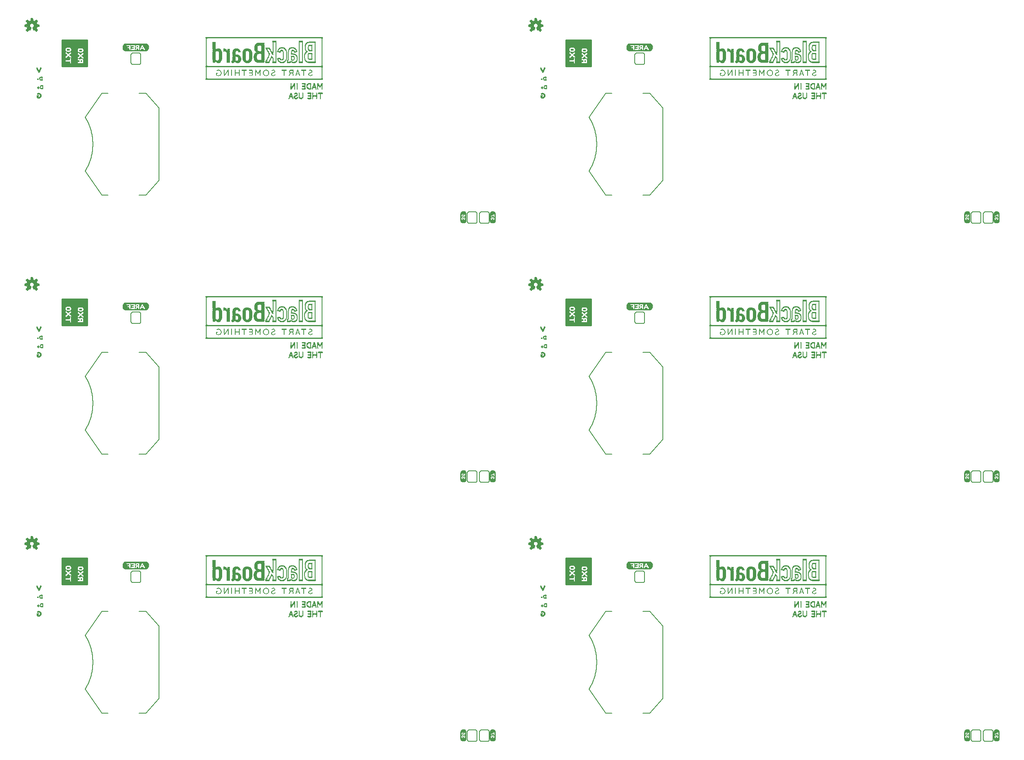
<source format=gbo>
G75*
%MOIN*%
%OFA0B0*%
%FSLAX25Y25*%
%IPPOS*%
%LPD*%
%AMOC8*
5,1,8,0,0,1.08239X$1,22.5*
%
%ADD10C,0.01500*%
%ADD11C,0.00591*%
%ADD12R,0.95669X0.00236*%
%ADD13R,0.01181X0.00236*%
%ADD14R,0.00945X0.00236*%
%ADD15R,0.03307X0.00236*%
%ADD16R,0.05433X0.00236*%
%ADD17R,0.06614X0.00236*%
%ADD18R,0.07087X0.00236*%
%ADD19R,0.00709X0.00236*%
%ADD20R,0.02362X0.00236*%
%ADD21R,0.07559X0.00236*%
%ADD22R,0.01890X0.00236*%
%ADD23R,0.05197X0.00236*%
%ADD24R,0.01417X0.00236*%
%ADD25R,0.05906X0.00236*%
%ADD26R,0.06850X0.00236*%
%ADD27R,0.07323X0.00236*%
%ADD28R,0.02598X0.00236*%
%ADD29R,0.03071X0.00236*%
%ADD30R,0.07795X0.00236*%
%ADD31R,0.02835X0.00236*%
%ADD32R,0.03780X0.00236*%
%ADD33R,0.04724X0.00236*%
%ADD34R,0.04488X0.00236*%
%ADD35R,0.03543X0.00236*%
%ADD36R,0.01654X0.00236*%
%ADD37R,0.02126X0.00236*%
%ADD38R,0.04252X0.00236*%
%ADD39R,0.05669X0.00236*%
%ADD40R,0.06378X0.00236*%
%ADD41R,0.00472X0.00236*%
%ADD42R,0.08031X0.00236*%
%ADD43R,0.04016X0.00236*%
%ADD44R,0.06142X0.00236*%
%ADD45R,0.08504X0.00236*%
%ADD46R,0.08268X0.00236*%
%ADD47R,0.04961X0.00236*%
%ADD48R,0.00236X0.00079*%
%ADD49R,0.00079X0.00079*%
%ADD50R,0.01339X0.00079*%
%ADD51R,0.02441X0.00079*%
%ADD52R,0.00157X0.00079*%
%ADD53R,0.00472X0.00079*%
%ADD54R,0.00630X0.00079*%
%ADD55R,0.01890X0.00079*%
%ADD56R,0.02677X0.00079*%
%ADD57R,0.00551X0.00079*%
%ADD58R,0.00709X0.00079*%
%ADD59R,0.00787X0.00079*%
%ADD60R,0.02283X0.00079*%
%ADD61R,0.02913X0.00079*%
%ADD62R,0.00866X0.00079*%
%ADD63R,0.00945X0.00079*%
%ADD64R,0.02520X0.00079*%
%ADD65R,0.03071X0.00079*%
%ADD66R,0.01024X0.00079*%
%ADD67R,0.02598X0.00079*%
%ADD68R,0.03150X0.00079*%
%ADD69R,0.01102X0.00079*%
%ADD70R,0.02835X0.00079*%
%ADD71R,0.01181X0.00079*%
%ADD72R,0.02992X0.00079*%
%ADD73R,0.01260X0.00079*%
%ADD74R,0.01417X0.00079*%
%ADD75R,0.03228X0.00079*%
%ADD76R,0.01732X0.00079*%
%ADD77R,0.01496X0.00079*%
%ADD78R,0.01575X0.00079*%
%ADD79R,0.01654X0.00079*%
%ADD80R,0.01811X0.00079*%
%ADD81R,0.01969X0.00079*%
%ADD82R,0.02047X0.00079*%
%ADD83R,0.02126X0.00079*%
%ADD84R,0.02205X0.00079*%
%ADD85R,0.02756X0.00079*%
%ADD86R,0.03386X0.00079*%
%ADD87R,0.00394X0.00079*%
%ADD88R,0.03465X0.00079*%
%ADD89R,0.03780X0.00079*%
%ADD90R,0.00315X0.00079*%
%ADD91R,0.03937X0.00079*%
%ADD92R,0.04016X0.00079*%
%ADD93R,0.04094X0.00079*%
%ADD94R,0.04173X0.00079*%
%ADD95R,0.02362X0.00079*%
%ADD96R,0.01102X0.00157*%
%ADD97R,0.01890X0.00157*%
%ADD98R,0.02520X0.00157*%
%ADD99R,0.02835X0.00157*%
%ADD100R,0.02992X0.00157*%
%ADD101R,0.03150X0.00157*%
%ADD102R,0.03307X0.00157*%
%ADD103R,0.01417X0.00157*%
%ADD104R,0.00787X0.00157*%
%ADD105R,0.01260X0.00157*%
%ADD106R,0.00157X0.00157*%
%ADD107R,0.01575X0.00157*%
%ADD108R,0.00945X0.00157*%
%ADD109R,0.01732X0.00157*%
%ADD110R,0.02677X0.00157*%
%ADD111R,0.02362X0.00157*%
%ADD112R,0.00315X0.00157*%
%ADD113R,0.02205X0.00157*%
%ADD114R,0.02047X0.00157*%
%ADD115R,0.00630X0.00157*%
%ADD116R,0.01063X0.00118*%
%ADD117R,0.01772X0.00157*%
%ADD118R,0.02008X0.00118*%
%ADD119R,0.02126X0.00118*%
%ADD120R,0.02244X0.00118*%
%ADD121R,0.02480X0.00118*%
%ADD122R,0.00709X0.00118*%
%ADD123R,0.00945X0.00118*%
%ADD124R,0.00236X0.00118*%
%ADD125R,0.00709X0.00157*%
%ADD126R,0.00827X0.00157*%
%ADD127R,0.00591X0.00157*%
%ADD128R,0.00827X0.00118*%
%ADD129R,0.01772X0.00118*%
%ADD130R,0.02008X0.00157*%
%ADD131R,0.01890X0.00118*%
%ADD132R,0.02362X0.00118*%
%ADD133R,0.00591X0.00118*%
%ADD134R,0.00472X0.00157*%
%ADD135R,0.01654X0.00118*%
%ADD136R,0.01654X0.00157*%
%ADD137R,0.02480X0.00157*%
%ADD138R,0.02598X0.00118*%
%ADD139R,0.01181X0.00118*%
%ADD140R,0.01417X0.00118*%
%ADD141R,0.01535X0.00157*%
%ADD142R,0.01535X0.00118*%
%ADD143C,0.00800*%
%ADD144R,0.01575X0.00394*%
%ADD145R,0.00394X0.00394*%
%ADD146R,0.02362X0.00394*%
%ADD147R,0.01969X0.00394*%
%ADD148R,0.00787X0.00394*%
%ADD149R,0.02756X0.00394*%
%ADD150R,0.03150X0.00394*%
%ADD151R,0.03543X0.00394*%
%ADD152R,0.03937X0.00394*%
%ADD153R,0.04331X0.00394*%
%ADD154R,0.04724X0.00394*%
%ADD155R,0.05512X0.00394*%
%ADD156R,0.05118X0.00394*%
%ADD157R,0.05906X0.00394*%
%ADD158R,0.06299X0.00394*%
%ADD159R,0.10630X0.00394*%
%ADD160R,0.07087X0.00394*%
%ADD161R,0.11024X0.00394*%
%ADD162R,0.07480X0.00394*%
%ADD163R,0.08268X0.00394*%
%ADD164R,0.09055X0.00394*%
%ADD165R,0.06693X0.00394*%
%ADD166R,0.09843X0.00394*%
%ADD167R,0.01181X0.00394*%
%ADD168R,0.00157X0.16142*%
%ADD169R,0.00197X0.16142*%
%ADD170R,0.00197X0.06220*%
%ADD171R,0.00197X0.02835*%
%ADD172R,0.00197X0.02165*%
%ADD173R,0.00197X0.03189*%
%ADD174R,0.00157X0.02165*%
%ADD175R,0.00157X0.01417*%
%ADD176R,0.00157X0.02480*%
%ADD177R,0.00157X0.02835*%
%ADD178R,0.00197X0.01969*%
%ADD179R,0.00197X0.00906*%
%ADD180R,0.00197X0.02126*%
%ADD181R,0.00197X0.01063*%
%ADD182R,0.00197X0.02677*%
%ADD183R,0.00157X0.01969*%
%ADD184R,0.00157X0.00709*%
%ADD185R,0.00157X0.01772*%
%ADD186R,0.00197X0.00551*%
%ADD187R,0.00197X0.01378*%
%ADD188R,0.00197X0.02323*%
%ADD189R,0.00157X0.01063*%
%ADD190R,0.00157X0.00906*%
%ADD191R,0.00157X0.02126*%
%ADD192R,0.00197X0.00709*%
%ADD193R,0.00157X0.00551*%
%ADD194R,0.00157X0.00866*%
%ADD195R,0.00197X0.01220*%
%ADD196R,0.00197X0.00354*%
%ADD197R,0.00157X0.01220*%
%ADD198R,0.00157X0.01260*%
%ADD199R,0.00197X0.01260*%
%ADD200R,0.00197X0.01417*%
%ADD201R,0.00197X0.01772*%
%ADD202R,0.00197X0.01575*%
%ADD203R,0.00157X0.01575*%
%ADD204R,0.00157X0.01102*%
%ADD205R,0.00157X0.00354*%
%ADD206R,0.00197X0.00748*%
%ADD207R,0.00197X0.00669*%
%ADD208R,0.00157X0.00512*%
%ADD209R,0.00197X0.00512*%
%ADD210R,0.00157X0.00197*%
%ADD211R,0.00157X0.02323*%
%ADD212R,0.00197X0.00197*%
%ADD213R,0.00197X0.02480*%
%ADD214R,0.00157X0.02283*%
%ADD215R,0.00157X0.02677*%
%ADD216R,0.00157X0.16811*%
%ADD217R,0.00197X0.16811*%
%ADD218R,0.00197X0.06890*%
%ADD219R,0.00197X0.03346*%
%ADD220R,0.00157X0.01929*%
%ADD221R,0.00157X0.02441*%
%ADD222R,0.00157X0.01457*%
%ADD223R,0.00197X0.01929*%
%ADD224R,0.00197X0.02638*%
%ADD225R,0.00157X0.00669*%
%ADD226R,0.00197X0.02283*%
%ADD227R,0.00197X0.03543*%
%ADD228R,0.00157X0.03543*%
%ADD229R,0.00197X0.00315*%
%ADD230R,0.00197X0.03031*%
%ADD231R,0.00157X0.03189*%
%ADD232R,0.00197X0.01614*%
%ADD233R,0.00157X0.03346*%
%ADD234R,0.00157X0.00315*%
%ADD235R,0.00197X0.00866*%
%ADD236R,0.00157X0.02638*%
%ADD237R,0.00197X0.03701*%
%ADD238R,0.00197X0.02441*%
%ADD239R,0.00197X0.02992*%
%ADD240R,0.16850X0.00157*%
%ADD241R,0.17795X0.00157*%
%ADD242R,0.18425X0.00157*%
%ADD243R,0.19055X0.00157*%
%ADD244R,0.19370X0.00157*%
%ADD245R,0.19685X0.00157*%
%ADD246R,0.20000X0.00157*%
%ADD247R,0.20315X0.00157*%
%ADD248R,0.04567X0.00157*%
%ADD249R,0.04409X0.00157*%
%ADD250R,0.05354X0.00157*%
%ADD251R,0.05512X0.00157*%
%ADD252R,0.04252X0.00157*%
%ADD253R,0.04094X0.00157*%
%ADD254R,0.03937X0.00157*%
%ADD255R,0.03780X0.00157*%
%ADD256R,0.03465X0.00157*%
%ADD257R,0.05197X0.00157*%
%ADD258R,0.05039X0.00157*%
%ADD259R,0.00118X0.06260*%
%ADD260R,0.00118X0.06969*%
%ADD261R,0.00079X0.07441*%
%ADD262R,0.00157X0.07913*%
%ADD263R,0.00118X0.08150*%
%ADD264R,0.00118X0.08386*%
%ADD265R,0.00079X0.08622*%
%ADD266R,0.00118X0.02953*%
%ADD267R,0.00118X0.05315*%
%ADD268R,0.00157X0.02717*%
%ADD269R,0.00157X0.01890*%
%ADD270R,0.00157X0.02362*%
%ADD271R,0.00118X0.02598*%
%ADD272R,0.00118X0.01417*%
%ADD273R,0.00118X0.02244*%
%ADD274R,0.00118X0.01181*%
%ADD275R,0.00118X0.02362*%
%ADD276R,0.00118X0.02480*%
%ADD277R,0.00118X0.00945*%
%ADD278R,0.00157X0.02598*%
%ADD279R,0.00157X0.00827*%
%ADD280R,0.00118X0.00236*%
%ADD281R,0.00118X0.00591*%
%ADD282R,0.00118X0.03307*%
%ADD283R,0.00118X0.02717*%
%ADD284R,0.00118X0.00827*%
%ADD285R,0.00118X0.00472*%
%ADD286R,0.00118X0.03543*%
%ADD287R,0.00157X0.02953*%
%ADD288R,0.00157X0.00472*%
%ADD289R,0.00157X0.03661*%
%ADD290R,0.00118X0.03425*%
%ADD291R,0.00118X0.03780*%
%ADD292R,0.00118X0.00118*%
%ADD293R,0.00118X0.03071*%
%ADD294R,0.00157X0.03425*%
%ADD295R,0.00118X0.00354*%
%ADD296R,0.00118X0.03898*%
%ADD297R,0.00157X0.00945*%
%ADD298R,0.00157X0.00236*%
%ADD299R,0.00157X0.00591*%
%ADD300R,0.00118X0.08622*%
%ADD301R,0.00118X0.07913*%
%ADD302R,0.00118X0.07441*%
%ADD303R,0.00157X0.02244*%
%ADD304R,0.00118X0.02126*%
%ADD305R,0.00118X0.01535*%
%ADD306R,0.00118X0.02835*%
%ADD307R,0.00118X0.01063*%
%ADD308R,0.00118X0.03189*%
%ADD309R,0.00157X0.03307*%
%ADD310R,0.00118X0.00709*%
%ADD311R,0.00118X0.01299*%
%ADD312R,0.07874X0.00394*%
%ADD313R,0.08661X0.00394*%
%ADD314R,0.09449X0.00394*%
D10*
X0138933Y0277933D02*
X0138933Y0278933D01*
X0158933Y0278933D01*
X0158933Y0277933D01*
X0138933Y0277933D01*
X0139933Y0277933D01*
X0139933Y0294433D01*
X0147433Y0294433D01*
X0147433Y0278433D01*
X0149933Y0278433D01*
X0149933Y0294433D01*
X0157933Y0294433D01*
X0157933Y0278433D01*
X0158933Y0278433D01*
X0158933Y0298933D01*
X0138933Y0298933D01*
X0138933Y0277933D01*
X0138933Y0278265D02*
X0158933Y0278265D01*
X0158933Y0279763D02*
X0157933Y0279763D01*
X0157933Y0281262D02*
X0158933Y0281262D01*
X0158933Y0282760D02*
X0157933Y0282760D01*
X0157933Y0284259D02*
X0158933Y0284259D01*
X0158933Y0285757D02*
X0157933Y0285757D01*
X0157933Y0287256D02*
X0158933Y0287256D01*
X0158933Y0288754D02*
X0157933Y0288754D01*
X0157933Y0290253D02*
X0158933Y0290253D01*
X0158933Y0291751D02*
X0157933Y0291751D01*
X0157933Y0293250D02*
X0158933Y0293250D01*
X0158933Y0294748D02*
X0138933Y0294748D01*
X0138933Y0293250D02*
X0139933Y0293250D01*
X0139933Y0291751D02*
X0138933Y0291751D01*
X0138933Y0290253D02*
X0139933Y0290253D01*
X0139933Y0288754D02*
X0138933Y0288754D01*
X0138933Y0287256D02*
X0139933Y0287256D01*
X0139933Y0285757D02*
X0138933Y0285757D01*
X0138933Y0284259D02*
X0139933Y0284259D01*
X0139933Y0282760D02*
X0138933Y0282760D01*
X0138933Y0281262D02*
X0139933Y0281262D01*
X0139933Y0279763D02*
X0138933Y0279763D01*
X0138933Y0278265D02*
X0139933Y0278265D01*
X0147433Y0279763D02*
X0149933Y0279763D01*
X0149933Y0281262D02*
X0147433Y0281262D01*
X0147433Y0282760D02*
X0149933Y0282760D01*
X0149933Y0284259D02*
X0147433Y0284259D01*
X0147433Y0285757D02*
X0149933Y0285757D01*
X0149933Y0287256D02*
X0147433Y0287256D01*
X0147433Y0288754D02*
X0149933Y0288754D01*
X0149933Y0290253D02*
X0147433Y0290253D01*
X0147433Y0291751D02*
X0149933Y0291751D01*
X0149933Y0293250D02*
X0147433Y0293250D01*
X0138933Y0296247D02*
X0158933Y0296247D01*
X0158933Y0297745D02*
X0138933Y0297745D01*
X0138933Y0489933D02*
X0138933Y0490933D01*
X0158933Y0490933D01*
X0158933Y0489933D01*
X0138933Y0489933D01*
X0139933Y0489933D01*
X0139933Y0506433D01*
X0147433Y0506433D01*
X0147433Y0490433D01*
X0149933Y0490433D01*
X0149933Y0506433D01*
X0157933Y0506433D01*
X0157933Y0490433D01*
X0158933Y0490433D01*
X0158933Y0510933D01*
X0138933Y0510933D01*
X0138933Y0489933D01*
X0138933Y0491053D02*
X0139933Y0491053D01*
X0139933Y0492552D02*
X0138933Y0492552D01*
X0138933Y0494050D02*
X0139933Y0494050D01*
X0139933Y0495549D02*
X0138933Y0495549D01*
X0138933Y0497048D02*
X0139933Y0497048D01*
X0139933Y0498546D02*
X0138933Y0498546D01*
X0138933Y0500045D02*
X0139933Y0500045D01*
X0139933Y0501543D02*
X0138933Y0501543D01*
X0138933Y0503042D02*
X0139933Y0503042D01*
X0139933Y0504540D02*
X0138933Y0504540D01*
X0138933Y0506039D02*
X0139933Y0506039D01*
X0138933Y0507537D02*
X0158933Y0507537D01*
X0158933Y0506039D02*
X0157933Y0506039D01*
X0157933Y0504540D02*
X0158933Y0504540D01*
X0158933Y0503042D02*
X0157933Y0503042D01*
X0157933Y0501543D02*
X0158933Y0501543D01*
X0158933Y0500045D02*
X0157933Y0500045D01*
X0157933Y0498546D02*
X0158933Y0498546D01*
X0158933Y0497048D02*
X0157933Y0497048D01*
X0157933Y0495549D02*
X0158933Y0495549D01*
X0158933Y0494050D02*
X0157933Y0494050D01*
X0157933Y0492552D02*
X0158933Y0492552D01*
X0158933Y0491053D02*
X0157933Y0491053D01*
X0149933Y0491053D02*
X0147433Y0491053D01*
X0147433Y0492552D02*
X0149933Y0492552D01*
X0149933Y0494050D02*
X0147433Y0494050D01*
X0147433Y0495549D02*
X0149933Y0495549D01*
X0149933Y0497048D02*
X0147433Y0497048D01*
X0147433Y0498546D02*
X0149933Y0498546D01*
X0149933Y0500045D02*
X0147433Y0500045D01*
X0147433Y0501543D02*
X0149933Y0501543D01*
X0149933Y0503042D02*
X0147433Y0503042D01*
X0147433Y0504540D02*
X0149933Y0504540D01*
X0149933Y0506039D02*
X0147433Y0506039D01*
X0138933Y0509036D02*
X0158933Y0509036D01*
X0158933Y0510534D02*
X0138933Y0510534D01*
X0138933Y0701933D02*
X0138933Y0702933D01*
X0158933Y0702933D01*
X0158933Y0701933D01*
X0138933Y0701933D01*
X0139933Y0701933D01*
X0139933Y0718433D01*
X0147433Y0718433D01*
X0147433Y0702433D01*
X0149933Y0702433D01*
X0149933Y0718433D01*
X0157933Y0718433D01*
X0157933Y0702433D01*
X0158933Y0702433D01*
X0158933Y0722933D01*
X0138933Y0722933D01*
X0138933Y0701933D01*
X0138933Y0702344D02*
X0158933Y0702344D01*
X0158933Y0703842D02*
X0157933Y0703842D01*
X0157933Y0705341D02*
X0158933Y0705341D01*
X0158933Y0706839D02*
X0157933Y0706839D01*
X0157933Y0708338D02*
X0158933Y0708338D01*
X0158933Y0709836D02*
X0157933Y0709836D01*
X0157933Y0711335D02*
X0158933Y0711335D01*
X0158933Y0712833D02*
X0157933Y0712833D01*
X0157933Y0714332D02*
X0158933Y0714332D01*
X0158933Y0715830D02*
X0157933Y0715830D01*
X0157933Y0717329D02*
X0158933Y0717329D01*
X0158933Y0718827D02*
X0138933Y0718827D01*
X0138933Y0717329D02*
X0139933Y0717329D01*
X0139933Y0715830D02*
X0138933Y0715830D01*
X0138933Y0714332D02*
X0139933Y0714332D01*
X0139933Y0712833D02*
X0138933Y0712833D01*
X0138933Y0711335D02*
X0139933Y0711335D01*
X0139933Y0709836D02*
X0138933Y0709836D01*
X0138933Y0708338D02*
X0139933Y0708338D01*
X0139933Y0706839D02*
X0138933Y0706839D01*
X0138933Y0705341D02*
X0139933Y0705341D01*
X0139933Y0703842D02*
X0138933Y0703842D01*
X0138933Y0702344D02*
X0139933Y0702344D01*
X0147433Y0703842D02*
X0149933Y0703842D01*
X0149933Y0705341D02*
X0147433Y0705341D01*
X0147433Y0706839D02*
X0149933Y0706839D01*
X0149933Y0708338D02*
X0147433Y0708338D01*
X0147433Y0709836D02*
X0149933Y0709836D01*
X0149933Y0711335D02*
X0147433Y0711335D01*
X0147433Y0712833D02*
X0149933Y0712833D01*
X0149933Y0714332D02*
X0147433Y0714332D01*
X0147433Y0715830D02*
X0149933Y0715830D01*
X0149933Y0717329D02*
X0147433Y0717329D01*
X0138933Y0720326D02*
X0158933Y0720326D01*
X0158933Y0721824D02*
X0138933Y0721824D01*
X0550933Y0721824D02*
X0570933Y0721824D01*
X0570933Y0722933D02*
X0570933Y0702433D01*
X0569933Y0702433D01*
X0569933Y0718433D01*
X0561933Y0718433D01*
X0561933Y0702433D01*
X0559433Y0702433D01*
X0559433Y0718433D01*
X0551933Y0718433D01*
X0551933Y0701933D01*
X0550933Y0701933D01*
X0550933Y0702933D01*
X0570933Y0702933D01*
X0570933Y0701933D01*
X0550933Y0701933D01*
X0550933Y0722933D01*
X0570933Y0722933D01*
X0570933Y0720326D02*
X0550933Y0720326D01*
X0550933Y0718827D02*
X0570933Y0718827D01*
X0570933Y0717329D02*
X0569933Y0717329D01*
X0569933Y0715830D02*
X0570933Y0715830D01*
X0570933Y0714332D02*
X0569933Y0714332D01*
X0569933Y0712833D02*
X0570933Y0712833D01*
X0570933Y0711335D02*
X0569933Y0711335D01*
X0569933Y0709836D02*
X0570933Y0709836D01*
X0570933Y0708338D02*
X0569933Y0708338D01*
X0569933Y0706839D02*
X0570933Y0706839D01*
X0570933Y0705341D02*
X0569933Y0705341D01*
X0569933Y0703842D02*
X0570933Y0703842D01*
X0570933Y0702344D02*
X0550933Y0702344D01*
X0551933Y0702344D01*
X0551933Y0703842D02*
X0550933Y0703842D01*
X0550933Y0705341D02*
X0551933Y0705341D01*
X0551933Y0706839D02*
X0550933Y0706839D01*
X0550933Y0708338D02*
X0551933Y0708338D01*
X0551933Y0709836D02*
X0550933Y0709836D01*
X0550933Y0711335D02*
X0551933Y0711335D01*
X0551933Y0712833D02*
X0550933Y0712833D01*
X0550933Y0714332D02*
X0551933Y0714332D01*
X0551933Y0715830D02*
X0550933Y0715830D01*
X0550933Y0717329D02*
X0551933Y0717329D01*
X0559433Y0717329D02*
X0561933Y0717329D01*
X0561933Y0715830D02*
X0559433Y0715830D01*
X0559433Y0714332D02*
X0561933Y0714332D01*
X0561933Y0712833D02*
X0559433Y0712833D01*
X0559433Y0711335D02*
X0561933Y0711335D01*
X0561933Y0709836D02*
X0559433Y0709836D01*
X0559433Y0708338D02*
X0561933Y0708338D01*
X0561933Y0706839D02*
X0559433Y0706839D01*
X0559433Y0705341D02*
X0561933Y0705341D01*
X0561933Y0703842D02*
X0559433Y0703842D01*
X0550933Y0510933D02*
X0550933Y0489933D01*
X0550933Y0490933D01*
X0570933Y0490933D01*
X0570933Y0489933D01*
X0550933Y0489933D01*
X0551933Y0489933D01*
X0551933Y0506433D01*
X0559433Y0506433D01*
X0559433Y0490433D01*
X0561933Y0490433D01*
X0561933Y0506433D01*
X0569933Y0506433D01*
X0569933Y0490433D01*
X0570933Y0490433D01*
X0570933Y0510933D01*
X0550933Y0510933D01*
X0550933Y0510534D02*
X0570933Y0510534D01*
X0570933Y0509036D02*
X0550933Y0509036D01*
X0550933Y0507537D02*
X0570933Y0507537D01*
X0570933Y0506039D02*
X0569933Y0506039D01*
X0569933Y0504540D02*
X0570933Y0504540D01*
X0570933Y0503042D02*
X0569933Y0503042D01*
X0569933Y0501543D02*
X0570933Y0501543D01*
X0570933Y0500045D02*
X0569933Y0500045D01*
X0569933Y0498546D02*
X0570933Y0498546D01*
X0570933Y0497048D02*
X0569933Y0497048D01*
X0569933Y0495549D02*
X0570933Y0495549D01*
X0570933Y0494050D02*
X0569933Y0494050D01*
X0569933Y0492552D02*
X0570933Y0492552D01*
X0570933Y0491053D02*
X0569933Y0491053D01*
X0561933Y0491053D02*
X0559433Y0491053D01*
X0559433Y0492552D02*
X0561933Y0492552D01*
X0561933Y0494050D02*
X0559433Y0494050D01*
X0559433Y0495549D02*
X0561933Y0495549D01*
X0561933Y0497048D02*
X0559433Y0497048D01*
X0559433Y0498546D02*
X0561933Y0498546D01*
X0561933Y0500045D02*
X0559433Y0500045D01*
X0559433Y0501543D02*
X0561933Y0501543D01*
X0561933Y0503042D02*
X0559433Y0503042D01*
X0559433Y0504540D02*
X0561933Y0504540D01*
X0561933Y0506039D02*
X0559433Y0506039D01*
X0551933Y0506039D02*
X0550933Y0506039D01*
X0550933Y0504540D02*
X0551933Y0504540D01*
X0551933Y0503042D02*
X0550933Y0503042D01*
X0550933Y0501543D02*
X0551933Y0501543D01*
X0551933Y0500045D02*
X0550933Y0500045D01*
X0550933Y0498546D02*
X0551933Y0498546D01*
X0551933Y0497048D02*
X0550933Y0497048D01*
X0550933Y0495549D02*
X0551933Y0495549D01*
X0551933Y0494050D02*
X0550933Y0494050D01*
X0550933Y0492552D02*
X0551933Y0492552D01*
X0551933Y0491053D02*
X0550933Y0491053D01*
X0550933Y0298933D02*
X0550933Y0277933D01*
X0550933Y0278933D01*
X0570933Y0278933D01*
X0570933Y0277933D01*
X0550933Y0277933D01*
X0551933Y0277933D01*
X0551933Y0294433D01*
X0559433Y0294433D01*
X0559433Y0278433D01*
X0561933Y0278433D01*
X0561933Y0294433D01*
X0569933Y0294433D01*
X0569933Y0278433D01*
X0570933Y0278433D01*
X0570933Y0298933D01*
X0550933Y0298933D01*
X0550933Y0297745D02*
X0570933Y0297745D01*
X0570933Y0296247D02*
X0550933Y0296247D01*
X0550933Y0294748D02*
X0570933Y0294748D01*
X0570933Y0293250D02*
X0569933Y0293250D01*
X0569933Y0291751D02*
X0570933Y0291751D01*
X0570933Y0290253D02*
X0569933Y0290253D01*
X0569933Y0288754D02*
X0570933Y0288754D01*
X0570933Y0287256D02*
X0569933Y0287256D01*
X0569933Y0285757D02*
X0570933Y0285757D01*
X0570933Y0284259D02*
X0569933Y0284259D01*
X0569933Y0282760D02*
X0570933Y0282760D01*
X0570933Y0281262D02*
X0569933Y0281262D01*
X0569933Y0279763D02*
X0570933Y0279763D01*
X0570933Y0278265D02*
X0550933Y0278265D01*
X0551933Y0278265D01*
X0551933Y0279763D02*
X0550933Y0279763D01*
X0550933Y0281262D02*
X0551933Y0281262D01*
X0551933Y0282760D02*
X0550933Y0282760D01*
X0550933Y0284259D02*
X0551933Y0284259D01*
X0551933Y0285757D02*
X0550933Y0285757D01*
X0550933Y0287256D02*
X0551933Y0287256D01*
X0551933Y0288754D02*
X0550933Y0288754D01*
X0550933Y0290253D02*
X0551933Y0290253D01*
X0551933Y0291751D02*
X0550933Y0291751D01*
X0550933Y0293250D02*
X0551933Y0293250D01*
X0559433Y0293250D02*
X0561933Y0293250D01*
X0561933Y0291751D02*
X0559433Y0291751D01*
X0559433Y0290253D02*
X0561933Y0290253D01*
X0561933Y0288754D02*
X0559433Y0288754D01*
X0559433Y0287256D02*
X0561933Y0287256D01*
X0561933Y0285757D02*
X0559433Y0285757D01*
X0559433Y0284259D02*
X0561933Y0284259D01*
X0561933Y0282760D02*
X0559433Y0282760D01*
X0559433Y0281262D02*
X0561933Y0281262D01*
X0561933Y0279763D02*
X0559433Y0279763D01*
D11*
X0530587Y0307297D02*
X0529569Y0306280D01*
X0528085Y0307490D01*
X0527487Y0307182D01*
X0526639Y0309228D01*
X0527018Y0309440D01*
X0527337Y0309734D01*
X0527578Y0310095D01*
X0527728Y0310502D01*
X0527779Y0310933D01*
X0527726Y0311372D01*
X0527570Y0311785D01*
X0527321Y0312150D01*
X0526992Y0312444D01*
X0526602Y0312653D01*
X0526174Y0312762D01*
X0525732Y0312767D01*
X0525302Y0312667D01*
X0524908Y0312467D01*
X0524573Y0312179D01*
X0524316Y0311820D01*
X0524151Y0311410D01*
X0524088Y0310973D01*
X0524132Y0310534D01*
X0524278Y0310117D01*
X0524520Y0309747D01*
X0524842Y0309445D01*
X0525227Y0309228D01*
X0524379Y0307182D01*
X0523781Y0307490D01*
X0522297Y0306280D01*
X0521280Y0307297D01*
X0522490Y0308781D01*
X0522182Y0309379D01*
X0521977Y0310020D01*
X0520072Y0310213D01*
X0520072Y0311653D01*
X0521977Y0311846D01*
X0522182Y0312487D01*
X0522490Y0313085D01*
X0521280Y0314569D01*
X0522297Y0315587D01*
X0523781Y0314376D01*
X0524379Y0314684D01*
X0525020Y0314889D01*
X0525213Y0316794D01*
X0526653Y0316794D01*
X0526846Y0314889D01*
X0527487Y0314684D01*
X0528085Y0314376D01*
X0529569Y0315587D01*
X0530587Y0314569D01*
X0529376Y0313085D01*
X0529684Y0312487D01*
X0529889Y0311846D01*
X0531794Y0311653D01*
X0531794Y0310213D01*
X0529889Y0310020D01*
X0529684Y0309379D01*
X0529376Y0308781D01*
X0530587Y0307297D01*
X0530464Y0307447D02*
X0528137Y0307447D01*
X0528002Y0307447D02*
X0527377Y0307447D01*
X0527133Y0308036D02*
X0529984Y0308036D01*
X0529504Y0308625D02*
X0526889Y0308625D01*
X0526645Y0309214D02*
X0529599Y0309214D01*
X0529820Y0309803D02*
X0527383Y0309803D01*
X0527687Y0310392D02*
X0531794Y0310392D01*
X0531794Y0310982D02*
X0527773Y0310982D01*
X0527651Y0311571D02*
X0531794Y0311571D01*
X0529789Y0312160D02*
X0527309Y0312160D01*
X0526227Y0312749D02*
X0529549Y0312749D01*
X0529583Y0313338D02*
X0522283Y0313338D01*
X0522317Y0312749D02*
X0525654Y0312749D01*
X0524559Y0312160D02*
X0522077Y0312160D01*
X0521803Y0313927D02*
X0530063Y0313927D01*
X0530543Y0314516D02*
X0528256Y0314516D01*
X0527814Y0314516D02*
X0524052Y0314516D01*
X0523610Y0314516D02*
X0521323Y0314516D01*
X0521816Y0315105D02*
X0522888Y0315105D01*
X0525042Y0315105D02*
X0526825Y0315105D01*
X0526765Y0315694D02*
X0525101Y0315694D01*
X0525161Y0316283D02*
X0526705Y0316283D01*
X0528978Y0315105D02*
X0530051Y0315105D01*
X0524215Y0311571D02*
X0520072Y0311571D01*
X0520072Y0310982D02*
X0524090Y0310982D01*
X0524181Y0310392D02*
X0520072Y0310392D01*
X0522046Y0309803D02*
X0524483Y0309803D01*
X0525221Y0309214D02*
X0522267Y0309214D01*
X0522362Y0308625D02*
X0524977Y0308625D01*
X0524733Y0308036D02*
X0521882Y0308036D01*
X0521402Y0307447D02*
X0523729Y0307447D01*
X0523864Y0307447D02*
X0524489Y0307447D01*
X0523007Y0306858D02*
X0521719Y0306858D01*
X0528859Y0306858D02*
X0530147Y0306858D01*
X0529569Y0518280D02*
X0528085Y0519490D01*
X0527487Y0519182D01*
X0526639Y0521228D01*
X0527018Y0521440D01*
X0527337Y0521734D01*
X0527578Y0522095D01*
X0527728Y0522502D01*
X0527779Y0522933D01*
X0527726Y0523372D01*
X0527570Y0523785D01*
X0527321Y0524150D01*
X0526992Y0524444D01*
X0526602Y0524653D01*
X0526174Y0524762D01*
X0525732Y0524767D01*
X0525302Y0524667D01*
X0524908Y0524467D01*
X0524573Y0524179D01*
X0524316Y0523820D01*
X0524151Y0523410D01*
X0524088Y0522973D01*
X0524132Y0522534D01*
X0524278Y0522117D01*
X0524520Y0521747D01*
X0524842Y0521445D01*
X0525227Y0521228D01*
X0524379Y0519182D01*
X0523781Y0519490D01*
X0522297Y0518280D01*
X0521280Y0519297D01*
X0522490Y0520781D01*
X0522182Y0521379D01*
X0521977Y0522020D01*
X0520072Y0522213D01*
X0520072Y0523653D01*
X0521977Y0523846D01*
X0522182Y0524487D01*
X0522490Y0525085D01*
X0521280Y0526569D01*
X0522297Y0527587D01*
X0523781Y0526376D01*
X0524379Y0526684D01*
X0525020Y0526889D01*
X0525213Y0528794D01*
X0526653Y0528794D01*
X0526846Y0526889D01*
X0527487Y0526684D01*
X0528085Y0526376D01*
X0529569Y0527587D01*
X0530587Y0526569D01*
X0529376Y0525085D01*
X0529684Y0524487D01*
X0529889Y0523846D01*
X0531794Y0523653D01*
X0531794Y0522213D01*
X0529889Y0522020D01*
X0529684Y0521379D01*
X0529376Y0520781D01*
X0530587Y0519297D01*
X0529569Y0518280D01*
X0529621Y0518332D02*
X0529505Y0518332D01*
X0530210Y0518921D02*
X0528783Y0518921D01*
X0527351Y0519510D02*
X0530413Y0519510D01*
X0529933Y0520099D02*
X0527107Y0520099D01*
X0526863Y0520688D02*
X0529453Y0520688D01*
X0529632Y0521277D02*
X0526727Y0521277D01*
X0527424Y0521866D02*
X0529840Y0521866D01*
X0531794Y0522455D02*
X0527710Y0522455D01*
X0527765Y0523044D02*
X0531794Y0523044D01*
X0531794Y0523633D02*
X0527627Y0523633D01*
X0527240Y0524222D02*
X0529769Y0524222D01*
X0529517Y0524811D02*
X0522349Y0524811D01*
X0522232Y0525400D02*
X0529634Y0525400D01*
X0530114Y0525989D02*
X0521752Y0525989D01*
X0521289Y0526578D02*
X0523534Y0526578D01*
X0524174Y0526578D02*
X0527692Y0526578D01*
X0528332Y0526578D02*
X0530577Y0526578D01*
X0529988Y0527167D02*
X0529055Y0527167D01*
X0526818Y0527167D02*
X0525048Y0527167D01*
X0525108Y0527757D02*
X0526758Y0527757D01*
X0526698Y0528346D02*
X0525168Y0528346D01*
X0522811Y0527167D02*
X0521878Y0527167D01*
X0522097Y0524222D02*
X0524623Y0524222D01*
X0524240Y0523633D02*
X0520072Y0523633D01*
X0520072Y0523044D02*
X0524099Y0523044D01*
X0524159Y0522455D02*
X0520072Y0522455D01*
X0522026Y0521866D02*
X0524442Y0521866D01*
X0525140Y0521277D02*
X0522235Y0521277D01*
X0522413Y0520688D02*
X0525003Y0520688D01*
X0524759Y0520099D02*
X0521933Y0520099D01*
X0521453Y0519510D02*
X0524515Y0519510D01*
X0523083Y0518921D02*
X0521656Y0518921D01*
X0522245Y0518332D02*
X0522361Y0518332D01*
X0522297Y0730280D02*
X0521280Y0731297D01*
X0522490Y0732781D01*
X0522182Y0733379D01*
X0521977Y0734020D01*
X0520072Y0734213D01*
X0520072Y0735653D01*
X0521977Y0735846D01*
X0522182Y0736487D01*
X0522490Y0737085D01*
X0521280Y0738569D01*
X0522297Y0739587D01*
X0523781Y0738376D01*
X0524379Y0738684D01*
X0525020Y0738889D01*
X0525213Y0740794D01*
X0526653Y0740794D01*
X0526846Y0738889D01*
X0527487Y0738684D01*
X0528085Y0738376D01*
X0529569Y0739587D01*
X0530587Y0738569D01*
X0529376Y0737085D01*
X0529684Y0736487D01*
X0529889Y0735846D01*
X0531794Y0735653D01*
X0531794Y0734213D01*
X0529889Y0734020D01*
X0529684Y0733379D01*
X0529376Y0732781D01*
X0530587Y0731297D01*
X0529569Y0730280D01*
X0528085Y0731490D01*
X0527487Y0731182D01*
X0526639Y0733228D01*
X0527018Y0733440D01*
X0527337Y0733734D01*
X0527578Y0734095D01*
X0527728Y0734502D01*
X0527779Y0734933D01*
X0527726Y0735372D01*
X0527570Y0735785D01*
X0527321Y0736150D01*
X0526992Y0736444D01*
X0526602Y0736653D01*
X0526174Y0736762D01*
X0525732Y0736767D01*
X0525302Y0736667D01*
X0524908Y0736467D01*
X0524573Y0736179D01*
X0524316Y0735820D01*
X0524151Y0735410D01*
X0524088Y0734973D01*
X0524132Y0734534D01*
X0524278Y0734117D01*
X0524520Y0733747D01*
X0524842Y0733445D01*
X0525227Y0733228D01*
X0524379Y0731182D01*
X0523781Y0731490D01*
X0522297Y0730280D01*
X0522183Y0730394D02*
X0522438Y0730394D01*
X0523160Y0730983D02*
X0521594Y0730983D01*
X0521504Y0731572D02*
X0524541Y0731572D01*
X0524785Y0732161D02*
X0521984Y0732161D01*
X0522464Y0732750D02*
X0525029Y0732750D01*
X0525029Y0733339D02*
X0522202Y0733339D01*
X0522006Y0733928D02*
X0524401Y0733928D01*
X0524137Y0734517D02*
X0520072Y0734517D01*
X0520072Y0735107D02*
X0524108Y0735107D01*
X0524265Y0735696D02*
X0520493Y0735696D01*
X0522117Y0736285D02*
X0524696Y0736285D01*
X0522381Y0736874D02*
X0529485Y0736874D01*
X0529685Y0737463D02*
X0522181Y0737463D01*
X0521701Y0738052D02*
X0530165Y0738052D01*
X0530515Y0738641D02*
X0528409Y0738641D01*
X0527571Y0738641D02*
X0524295Y0738641D01*
X0523457Y0738641D02*
X0521352Y0738641D01*
X0521941Y0739230D02*
X0522735Y0739230D01*
X0525054Y0739230D02*
X0526812Y0739230D01*
X0526752Y0739819D02*
X0525114Y0739819D01*
X0525174Y0740408D02*
X0526692Y0740408D01*
X0529131Y0739230D02*
X0529926Y0739230D01*
X0529749Y0736285D02*
X0527170Y0736285D01*
X0527604Y0735696D02*
X0531373Y0735696D01*
X0531794Y0735107D02*
X0527758Y0735107D01*
X0527730Y0734517D02*
X0531794Y0734517D01*
X0529860Y0733928D02*
X0527466Y0733928D01*
X0526838Y0733339D02*
X0529664Y0733339D01*
X0529402Y0732750D02*
X0526837Y0732750D01*
X0527081Y0732161D02*
X0529882Y0732161D01*
X0530362Y0731572D02*
X0527325Y0731572D01*
X0528706Y0730983D02*
X0530272Y0730983D01*
X0529683Y0730394D02*
X0529429Y0730394D01*
X0119794Y0734213D02*
X0117889Y0734020D01*
X0117684Y0733379D01*
X0117376Y0732781D01*
X0118587Y0731297D01*
X0117569Y0730280D01*
X0116085Y0731490D01*
X0115487Y0731182D01*
X0114639Y0733228D01*
X0115018Y0733440D01*
X0115337Y0733734D01*
X0115578Y0734095D01*
X0115728Y0734502D01*
X0115779Y0734933D01*
X0115726Y0735372D01*
X0115570Y0735785D01*
X0115321Y0736150D01*
X0114992Y0736444D01*
X0114602Y0736653D01*
X0114174Y0736762D01*
X0113732Y0736767D01*
X0113302Y0736667D01*
X0112908Y0736467D01*
X0112573Y0736179D01*
X0112316Y0735820D01*
X0112151Y0735410D01*
X0112088Y0734973D01*
X0112132Y0734534D01*
X0112278Y0734117D01*
X0112520Y0733747D01*
X0112842Y0733445D01*
X0113227Y0733228D01*
X0112379Y0731182D01*
X0111781Y0731490D01*
X0110297Y0730280D01*
X0109280Y0731297D01*
X0110490Y0732781D01*
X0110182Y0733379D01*
X0109977Y0734020D01*
X0108072Y0734213D01*
X0108072Y0735653D01*
X0109977Y0735846D01*
X0110182Y0736487D01*
X0110490Y0737085D01*
X0109280Y0738569D01*
X0110297Y0739587D01*
X0111781Y0738376D01*
X0112379Y0738684D01*
X0113020Y0738889D01*
X0113213Y0740794D01*
X0114653Y0740794D01*
X0114846Y0738889D01*
X0115487Y0738684D01*
X0116085Y0738376D01*
X0117569Y0739587D01*
X0118587Y0738569D01*
X0117376Y0737085D01*
X0117684Y0736487D01*
X0117889Y0735846D01*
X0119794Y0735653D01*
X0119794Y0734213D01*
X0119794Y0734517D02*
X0115730Y0734517D01*
X0115758Y0735107D02*
X0119794Y0735107D01*
X0119373Y0735696D02*
X0115604Y0735696D01*
X0115170Y0736285D02*
X0117749Y0736285D01*
X0117485Y0736874D02*
X0110381Y0736874D01*
X0110181Y0737463D02*
X0117685Y0737463D01*
X0118165Y0738052D02*
X0109701Y0738052D01*
X0109352Y0738641D02*
X0111457Y0738641D01*
X0112295Y0738641D02*
X0115571Y0738641D01*
X0116409Y0738641D02*
X0118515Y0738641D01*
X0117926Y0739230D02*
X0117131Y0739230D01*
X0114812Y0739230D02*
X0113054Y0739230D01*
X0113114Y0739819D02*
X0114752Y0739819D01*
X0114692Y0740408D02*
X0113174Y0740408D01*
X0110735Y0739230D02*
X0109941Y0739230D01*
X0110117Y0736285D02*
X0112696Y0736285D01*
X0112265Y0735696D02*
X0108493Y0735696D01*
X0108072Y0735107D02*
X0112108Y0735107D01*
X0112137Y0734517D02*
X0108072Y0734517D01*
X0110006Y0733928D02*
X0112401Y0733928D01*
X0113029Y0733339D02*
X0110202Y0733339D01*
X0110464Y0732750D02*
X0113029Y0732750D01*
X0112785Y0732161D02*
X0109984Y0732161D01*
X0109504Y0731572D02*
X0112541Y0731572D01*
X0111160Y0730983D02*
X0109594Y0730983D01*
X0110183Y0730394D02*
X0110438Y0730394D01*
X0115081Y0732161D02*
X0117882Y0732161D01*
X0118362Y0731572D02*
X0115325Y0731572D01*
X0114837Y0732750D02*
X0117402Y0732750D01*
X0117664Y0733339D02*
X0114838Y0733339D01*
X0115466Y0733928D02*
X0117860Y0733928D01*
X0118272Y0730983D02*
X0116706Y0730983D01*
X0117429Y0730394D02*
X0117683Y0730394D01*
X0114653Y0528794D02*
X0114846Y0526889D01*
X0115487Y0526684D01*
X0116085Y0526376D01*
X0117569Y0527587D01*
X0118587Y0526569D01*
X0117376Y0525085D01*
X0117684Y0524487D01*
X0117889Y0523846D01*
X0119794Y0523653D01*
X0119794Y0522213D01*
X0117889Y0522020D01*
X0117684Y0521379D01*
X0117376Y0520781D01*
X0118587Y0519297D01*
X0117569Y0518280D01*
X0116085Y0519490D01*
X0115487Y0519182D01*
X0114639Y0521228D01*
X0115018Y0521440D01*
X0115337Y0521734D01*
X0115578Y0522095D01*
X0115728Y0522502D01*
X0115779Y0522933D01*
X0115726Y0523372D01*
X0115570Y0523785D01*
X0115321Y0524150D01*
X0114992Y0524444D01*
X0114602Y0524653D01*
X0114174Y0524762D01*
X0113732Y0524767D01*
X0113302Y0524667D01*
X0112908Y0524467D01*
X0112573Y0524179D01*
X0112316Y0523820D01*
X0112151Y0523410D01*
X0112088Y0522973D01*
X0112132Y0522534D01*
X0112278Y0522117D01*
X0112520Y0521747D01*
X0112842Y0521445D01*
X0113227Y0521228D01*
X0112379Y0519182D01*
X0111781Y0519490D01*
X0110297Y0518280D01*
X0109280Y0519297D01*
X0110490Y0520781D01*
X0110182Y0521379D01*
X0109977Y0522020D01*
X0108072Y0522213D01*
X0108072Y0523653D01*
X0109977Y0523846D01*
X0110182Y0524487D01*
X0110490Y0525085D01*
X0109280Y0526569D01*
X0110297Y0527587D01*
X0111781Y0526376D01*
X0112379Y0526684D01*
X0113020Y0526889D01*
X0113213Y0528794D01*
X0114653Y0528794D01*
X0114698Y0528346D02*
X0113168Y0528346D01*
X0113108Y0527757D02*
X0114758Y0527757D01*
X0114818Y0527167D02*
X0113048Y0527167D01*
X0112174Y0526578D02*
X0115692Y0526578D01*
X0116332Y0526578D02*
X0118577Y0526578D01*
X0118114Y0525989D02*
X0109752Y0525989D01*
X0109289Y0526578D02*
X0111534Y0526578D01*
X0110811Y0527167D02*
X0109878Y0527167D01*
X0110232Y0525400D02*
X0117634Y0525400D01*
X0117517Y0524811D02*
X0110349Y0524811D01*
X0110097Y0524222D02*
X0112623Y0524222D01*
X0112240Y0523633D02*
X0108072Y0523633D01*
X0108072Y0523044D02*
X0112099Y0523044D01*
X0112159Y0522455D02*
X0108072Y0522455D01*
X0110026Y0521866D02*
X0112442Y0521866D01*
X0113140Y0521277D02*
X0110235Y0521277D01*
X0110413Y0520688D02*
X0113003Y0520688D01*
X0112759Y0520099D02*
X0109933Y0520099D01*
X0109453Y0519510D02*
X0112515Y0519510D01*
X0111083Y0518921D02*
X0109656Y0518921D01*
X0110245Y0518332D02*
X0110361Y0518332D01*
X0115107Y0520099D02*
X0117933Y0520099D01*
X0117453Y0520688D02*
X0114863Y0520688D01*
X0114727Y0521277D02*
X0117632Y0521277D01*
X0117840Y0521866D02*
X0115424Y0521866D01*
X0115710Y0522455D02*
X0119794Y0522455D01*
X0119794Y0523044D02*
X0115765Y0523044D01*
X0115627Y0523633D02*
X0119794Y0523633D01*
X0117769Y0524222D02*
X0115240Y0524222D01*
X0117055Y0527167D02*
X0117988Y0527167D01*
X0118413Y0519510D02*
X0115351Y0519510D01*
X0116783Y0518921D02*
X0118210Y0518921D01*
X0117621Y0518332D02*
X0117505Y0518332D01*
X0114653Y0316794D02*
X0114846Y0314889D01*
X0115487Y0314684D01*
X0116085Y0314376D01*
X0117569Y0315587D01*
X0118587Y0314569D01*
X0117376Y0313085D01*
X0117684Y0312487D01*
X0117889Y0311846D01*
X0119794Y0311653D01*
X0119794Y0310213D01*
X0117889Y0310020D01*
X0117684Y0309379D01*
X0117376Y0308781D01*
X0118587Y0307297D01*
X0117569Y0306280D01*
X0116085Y0307490D01*
X0115487Y0307182D01*
X0114639Y0309228D01*
X0115018Y0309440D01*
X0115337Y0309734D01*
X0115578Y0310095D01*
X0115728Y0310502D01*
X0115779Y0310933D01*
X0115726Y0311372D01*
X0115570Y0311785D01*
X0115321Y0312150D01*
X0114992Y0312444D01*
X0114602Y0312653D01*
X0114174Y0312762D01*
X0113732Y0312767D01*
X0113302Y0312667D01*
X0112908Y0312467D01*
X0112573Y0312179D01*
X0112316Y0311820D01*
X0112151Y0311410D01*
X0112088Y0310973D01*
X0112132Y0310534D01*
X0112278Y0310117D01*
X0112520Y0309747D01*
X0112842Y0309445D01*
X0113227Y0309228D01*
X0112379Y0307182D01*
X0111781Y0307490D01*
X0110297Y0306280D01*
X0109280Y0307297D01*
X0110490Y0308781D01*
X0110182Y0309379D01*
X0109977Y0310020D01*
X0108072Y0310213D01*
X0108072Y0311653D01*
X0109977Y0311846D01*
X0110182Y0312487D01*
X0110490Y0313085D01*
X0109280Y0314569D01*
X0110297Y0315587D01*
X0111781Y0314376D01*
X0112379Y0314684D01*
X0113020Y0314889D01*
X0113213Y0316794D01*
X0114653Y0316794D01*
X0114705Y0316283D02*
X0113161Y0316283D01*
X0113101Y0315694D02*
X0114765Y0315694D01*
X0114825Y0315105D02*
X0113042Y0315105D01*
X0112052Y0314516D02*
X0115814Y0314516D01*
X0116256Y0314516D02*
X0118543Y0314516D01*
X0118063Y0313927D02*
X0109803Y0313927D01*
X0109323Y0314516D02*
X0111610Y0314516D01*
X0110888Y0315105D02*
X0109816Y0315105D01*
X0110283Y0313338D02*
X0117583Y0313338D01*
X0117549Y0312749D02*
X0114227Y0312749D01*
X0113654Y0312749D02*
X0110317Y0312749D01*
X0110077Y0312160D02*
X0112559Y0312160D01*
X0112215Y0311571D02*
X0108072Y0311571D01*
X0108072Y0310982D02*
X0112090Y0310982D01*
X0112181Y0310392D02*
X0108072Y0310392D01*
X0110046Y0309803D02*
X0112483Y0309803D01*
X0113221Y0309214D02*
X0110267Y0309214D01*
X0110362Y0308625D02*
X0112977Y0308625D01*
X0112733Y0308036D02*
X0109882Y0308036D01*
X0109402Y0307447D02*
X0111729Y0307447D01*
X0111864Y0307447D02*
X0112489Y0307447D01*
X0111007Y0306858D02*
X0109719Y0306858D01*
X0114645Y0309214D02*
X0117599Y0309214D01*
X0117504Y0308625D02*
X0114889Y0308625D01*
X0115133Y0308036D02*
X0117984Y0308036D01*
X0118464Y0307447D02*
X0116137Y0307447D01*
X0116002Y0307447D02*
X0115377Y0307447D01*
X0116859Y0306858D02*
X0118147Y0306858D01*
X0117820Y0309803D02*
X0115383Y0309803D01*
X0115687Y0310392D02*
X0119794Y0310392D01*
X0119794Y0310982D02*
X0115773Y0310982D01*
X0115651Y0311571D02*
X0119794Y0311571D01*
X0117789Y0312160D02*
X0115309Y0312160D01*
X0116978Y0315105D02*
X0118051Y0315105D01*
D12*
X0303933Y0301177D03*
X0303933Y0300941D03*
X0303933Y0300705D03*
X0303933Y0300469D03*
X0303933Y0277555D03*
X0303933Y0277319D03*
X0303933Y0277083D03*
X0303933Y0276846D03*
X0303933Y0267398D03*
X0303933Y0267161D03*
X0303933Y0266925D03*
X0303933Y0266689D03*
X0303933Y0478689D03*
X0303933Y0478925D03*
X0303933Y0479161D03*
X0303933Y0479398D03*
X0303933Y0488846D03*
X0303933Y0489083D03*
X0303933Y0489319D03*
X0303933Y0489555D03*
X0303933Y0512469D03*
X0303933Y0512705D03*
X0303933Y0512941D03*
X0303933Y0513177D03*
X0303933Y0690689D03*
X0303933Y0690925D03*
X0303933Y0691161D03*
X0303933Y0691398D03*
X0303933Y0700846D03*
X0303933Y0701083D03*
X0303933Y0701319D03*
X0303933Y0701555D03*
X0303933Y0724469D03*
X0303933Y0724705D03*
X0303933Y0724941D03*
X0303933Y0725177D03*
X0715933Y0725177D03*
X0715933Y0724941D03*
X0715933Y0724705D03*
X0715933Y0724469D03*
X0715933Y0701555D03*
X0715933Y0701319D03*
X0715933Y0701083D03*
X0715933Y0700846D03*
X0715933Y0691398D03*
X0715933Y0691161D03*
X0715933Y0690925D03*
X0715933Y0690689D03*
X0715933Y0513177D03*
X0715933Y0512941D03*
X0715933Y0512705D03*
X0715933Y0512469D03*
X0715933Y0489555D03*
X0715933Y0489319D03*
X0715933Y0489083D03*
X0715933Y0488846D03*
X0715933Y0479398D03*
X0715933Y0479161D03*
X0715933Y0478925D03*
X0715933Y0478689D03*
X0715933Y0301177D03*
X0715933Y0300941D03*
X0715933Y0300705D03*
X0715933Y0300469D03*
X0715933Y0277555D03*
X0715933Y0277319D03*
X0715933Y0277083D03*
X0715933Y0276846D03*
X0715933Y0267398D03*
X0715933Y0267161D03*
X0715933Y0266925D03*
X0715933Y0266689D03*
D13*
X0710736Y0271886D03*
X0709319Y0273303D03*
X0709319Y0273539D03*
X0712390Y0273539D03*
X0712390Y0273776D03*
X0717350Y0281335D03*
X0717587Y0281807D03*
X0717823Y0282280D03*
X0718059Y0282752D03*
X0718768Y0284169D03*
X0719004Y0284642D03*
X0719949Y0286768D03*
X0720185Y0287476D03*
X0719949Y0287949D03*
X0719713Y0288421D03*
X0719240Y0289130D03*
X0719004Y0289602D03*
X0718768Y0290075D03*
X0718295Y0290783D03*
X0718059Y0291256D03*
X0720421Y0291728D03*
X0720657Y0291256D03*
X0720894Y0290783D03*
X0721602Y0289602D03*
X0722783Y0287476D03*
X0722075Y0285350D03*
X0720894Y0282988D03*
X0720657Y0282516D03*
X0727035Y0283224D03*
X0727272Y0282516D03*
X0727508Y0282043D03*
X0727744Y0281807D03*
X0727980Y0281571D03*
X0728217Y0281335D03*
X0729161Y0283224D03*
X0731051Y0283224D03*
X0732941Y0281571D03*
X0733177Y0281807D03*
X0735067Y0281098D03*
X0738374Y0282988D03*
X0740028Y0285114D03*
X0742154Y0286295D03*
X0742390Y0285823D03*
X0742390Y0289839D03*
X0742390Y0290075D03*
X0741917Y0291020D03*
X0741681Y0291256D03*
X0739319Y0290783D03*
X0736484Y0291492D03*
X0736248Y0291256D03*
X0733650Y0290547D03*
X0733413Y0291020D03*
X0733177Y0291256D03*
X0732941Y0291492D03*
X0730106Y0290783D03*
X0729161Y0289839D03*
X0727508Y0291020D03*
X0727744Y0291492D03*
X0727035Y0289839D03*
X0741917Y0281335D03*
X0742154Y0281571D03*
X0742390Y0281807D03*
X0749476Y0282516D03*
X0749713Y0282043D03*
X0754673Y0283697D03*
X0749240Y0287713D03*
X0749476Y0288185D03*
X0749713Y0288421D03*
X0749949Y0288657D03*
X0750185Y0290075D03*
X0752311Y0291020D03*
X0752075Y0291728D03*
X0749476Y0294091D03*
X0749949Y0295508D03*
X0750185Y0295744D03*
X0750185Y0295980D03*
X0763177Y0300232D03*
X0763177Y0277791D03*
X0763177Y0276610D03*
X0763177Y0267634D03*
X0754437Y0272594D03*
X0754437Y0274012D03*
X0753020Y0271886D03*
X0743335Y0273539D03*
X0743335Y0273776D03*
X0723965Y0272594D03*
X0695382Y0289130D03*
X0690185Y0280390D03*
X0686169Y0273776D03*
X0683571Y0270705D03*
X0683571Y0270469D03*
X0679791Y0270232D03*
X0677429Y0274012D03*
X0668689Y0277791D03*
X0668689Y0267634D03*
X0668689Y0300232D03*
X0668689Y0479634D03*
X0668689Y0489791D03*
X0677429Y0486012D03*
X0679791Y0482232D03*
X0683571Y0482469D03*
X0683571Y0482705D03*
X0686169Y0485776D03*
X0690185Y0492390D03*
X0695382Y0501130D03*
X0709319Y0485539D03*
X0709319Y0485303D03*
X0710736Y0483886D03*
X0712390Y0485539D03*
X0712390Y0485776D03*
X0717350Y0493335D03*
X0717587Y0493807D03*
X0717823Y0494280D03*
X0718059Y0494752D03*
X0718768Y0496169D03*
X0719004Y0496642D03*
X0719949Y0498768D03*
X0720185Y0499476D03*
X0719949Y0499949D03*
X0719713Y0500421D03*
X0719240Y0501130D03*
X0719004Y0501602D03*
X0718768Y0502075D03*
X0718295Y0502783D03*
X0718059Y0503256D03*
X0720421Y0503728D03*
X0720657Y0503256D03*
X0720894Y0502783D03*
X0721602Y0501602D03*
X0722783Y0499476D03*
X0722075Y0497350D03*
X0720894Y0494988D03*
X0720657Y0494516D03*
X0727035Y0495224D03*
X0727272Y0494516D03*
X0727508Y0494043D03*
X0727744Y0493807D03*
X0727980Y0493571D03*
X0728217Y0493335D03*
X0729161Y0495224D03*
X0731051Y0495224D03*
X0732941Y0493571D03*
X0733177Y0493807D03*
X0735067Y0493098D03*
X0738374Y0494988D03*
X0740028Y0497114D03*
X0742154Y0498295D03*
X0742390Y0497823D03*
X0742390Y0501839D03*
X0742390Y0502075D03*
X0741917Y0503020D03*
X0741681Y0503256D03*
X0739319Y0502783D03*
X0736484Y0503492D03*
X0736248Y0503256D03*
X0733650Y0502547D03*
X0733413Y0503020D03*
X0733177Y0503256D03*
X0732941Y0503492D03*
X0730106Y0502783D03*
X0729161Y0501839D03*
X0727508Y0503020D03*
X0727744Y0503492D03*
X0727035Y0501839D03*
X0741917Y0493335D03*
X0742154Y0493571D03*
X0742390Y0493807D03*
X0749476Y0494516D03*
X0749713Y0494043D03*
X0754673Y0495697D03*
X0749240Y0499713D03*
X0749476Y0500185D03*
X0749713Y0500421D03*
X0749949Y0500657D03*
X0750185Y0502075D03*
X0752311Y0503020D03*
X0752075Y0503728D03*
X0749476Y0506091D03*
X0749949Y0507508D03*
X0750185Y0507744D03*
X0750185Y0507980D03*
X0763177Y0512232D03*
X0763177Y0489791D03*
X0763177Y0488610D03*
X0763177Y0479634D03*
X0754437Y0484594D03*
X0754437Y0486012D03*
X0753020Y0483886D03*
X0743335Y0485539D03*
X0743335Y0485776D03*
X0723965Y0484594D03*
X0668689Y0512232D03*
X0668689Y0691634D03*
X0668689Y0701791D03*
X0677429Y0698012D03*
X0679791Y0694232D03*
X0683571Y0694469D03*
X0683571Y0694705D03*
X0686169Y0697776D03*
X0690185Y0704390D03*
X0695382Y0713130D03*
X0709319Y0697539D03*
X0709319Y0697303D03*
X0710736Y0695886D03*
X0712390Y0697539D03*
X0712390Y0697776D03*
X0717350Y0705335D03*
X0717587Y0705807D03*
X0717823Y0706280D03*
X0718059Y0706752D03*
X0718768Y0708169D03*
X0719004Y0708642D03*
X0719949Y0710768D03*
X0720185Y0711476D03*
X0719949Y0711949D03*
X0719713Y0712421D03*
X0719240Y0713130D03*
X0719004Y0713602D03*
X0718768Y0714075D03*
X0718295Y0714783D03*
X0718059Y0715256D03*
X0720421Y0715728D03*
X0720657Y0715256D03*
X0720894Y0714783D03*
X0721602Y0713602D03*
X0722783Y0711476D03*
X0722075Y0709350D03*
X0720894Y0706988D03*
X0720657Y0706516D03*
X0727035Y0707224D03*
X0727272Y0706516D03*
X0727508Y0706043D03*
X0727744Y0705807D03*
X0727980Y0705571D03*
X0728217Y0705335D03*
X0729161Y0707224D03*
X0731051Y0707224D03*
X0732941Y0705571D03*
X0733177Y0705807D03*
X0735067Y0705098D03*
X0738374Y0706988D03*
X0740028Y0709114D03*
X0742154Y0710295D03*
X0742390Y0709823D03*
X0742390Y0713839D03*
X0742390Y0714075D03*
X0741917Y0715020D03*
X0741681Y0715256D03*
X0739319Y0714783D03*
X0736484Y0715492D03*
X0736248Y0715256D03*
X0733650Y0714547D03*
X0733413Y0715020D03*
X0733177Y0715256D03*
X0732941Y0715492D03*
X0730106Y0714783D03*
X0729161Y0713839D03*
X0727508Y0715020D03*
X0727744Y0715492D03*
X0727035Y0713839D03*
X0741917Y0705335D03*
X0742154Y0705571D03*
X0742390Y0705807D03*
X0749476Y0706516D03*
X0749713Y0706043D03*
X0754673Y0707697D03*
X0749240Y0711713D03*
X0749476Y0712185D03*
X0749713Y0712421D03*
X0749949Y0712657D03*
X0750185Y0714075D03*
X0752311Y0715020D03*
X0752075Y0715728D03*
X0749476Y0718091D03*
X0749949Y0719508D03*
X0750185Y0719744D03*
X0750185Y0719980D03*
X0763177Y0724232D03*
X0763177Y0701791D03*
X0763177Y0700610D03*
X0763177Y0691634D03*
X0754437Y0696594D03*
X0754437Y0698012D03*
X0753020Y0695886D03*
X0743335Y0697539D03*
X0743335Y0697776D03*
X0723965Y0696594D03*
X0668689Y0724232D03*
X0351177Y0724232D03*
X0340075Y0715728D03*
X0340311Y0715020D03*
X0338185Y0714075D03*
X0337949Y0712657D03*
X0337713Y0712421D03*
X0337476Y0712185D03*
X0337240Y0711713D03*
X0337476Y0706516D03*
X0337713Y0706043D03*
X0342673Y0707697D03*
X0342437Y0698012D03*
X0342437Y0696594D03*
X0341020Y0695886D03*
X0331335Y0697539D03*
X0331335Y0697776D03*
X0329917Y0705335D03*
X0330154Y0705571D03*
X0330390Y0705807D03*
X0330390Y0709823D03*
X0330154Y0710295D03*
X0328028Y0709114D03*
X0326374Y0706988D03*
X0323067Y0705098D03*
X0321177Y0705807D03*
X0320941Y0705571D03*
X0319051Y0707224D03*
X0317161Y0707224D03*
X0315744Y0705807D03*
X0315508Y0706043D03*
X0315272Y0706516D03*
X0315035Y0707224D03*
X0315980Y0705571D03*
X0316217Y0705335D03*
X0310075Y0709350D03*
X0310783Y0711476D03*
X0309602Y0713602D03*
X0308894Y0714783D03*
X0308657Y0715256D03*
X0308421Y0715728D03*
X0306295Y0714783D03*
X0306059Y0715256D03*
X0306768Y0714075D03*
X0307004Y0713602D03*
X0307240Y0713130D03*
X0307713Y0712421D03*
X0307949Y0711949D03*
X0308185Y0711476D03*
X0307949Y0710768D03*
X0307004Y0708642D03*
X0306768Y0708169D03*
X0306059Y0706752D03*
X0305823Y0706280D03*
X0305587Y0705807D03*
X0305350Y0705335D03*
X0308657Y0706516D03*
X0308894Y0706988D03*
X0315035Y0713839D03*
X0315508Y0715020D03*
X0315744Y0715492D03*
X0317161Y0713839D03*
X0318106Y0714783D03*
X0320941Y0715492D03*
X0321177Y0715256D03*
X0321413Y0715020D03*
X0321650Y0714547D03*
X0324248Y0715256D03*
X0324484Y0715492D03*
X0327319Y0714783D03*
X0329681Y0715256D03*
X0329917Y0715020D03*
X0330390Y0714075D03*
X0330390Y0713839D03*
X0337476Y0718091D03*
X0337949Y0719508D03*
X0338185Y0719744D03*
X0338185Y0719980D03*
X0351177Y0701791D03*
X0351177Y0700610D03*
X0351177Y0691634D03*
X0311965Y0696594D03*
X0300390Y0697539D03*
X0300390Y0697776D03*
X0298736Y0695886D03*
X0297319Y0697303D03*
X0297319Y0697539D03*
X0278185Y0704390D03*
X0274169Y0697776D03*
X0271571Y0694705D03*
X0271571Y0694469D03*
X0267791Y0694232D03*
X0265429Y0698012D03*
X0256689Y0701791D03*
X0256689Y0691634D03*
X0283382Y0713130D03*
X0256689Y0724232D03*
X0256689Y0512232D03*
X0256689Y0489791D03*
X0265429Y0486012D03*
X0267791Y0482232D03*
X0271571Y0482469D03*
X0271571Y0482705D03*
X0274169Y0485776D03*
X0278185Y0492390D03*
X0283382Y0501130D03*
X0297319Y0485539D03*
X0297319Y0485303D03*
X0298736Y0483886D03*
X0300390Y0485539D03*
X0300390Y0485776D03*
X0305350Y0493335D03*
X0305587Y0493807D03*
X0305823Y0494280D03*
X0306059Y0494752D03*
X0306768Y0496169D03*
X0307004Y0496642D03*
X0307949Y0498768D03*
X0308185Y0499476D03*
X0307949Y0499949D03*
X0307713Y0500421D03*
X0307240Y0501130D03*
X0307004Y0501602D03*
X0306768Y0502075D03*
X0306295Y0502783D03*
X0306059Y0503256D03*
X0308421Y0503728D03*
X0308657Y0503256D03*
X0308894Y0502783D03*
X0309602Y0501602D03*
X0310783Y0499476D03*
X0310075Y0497350D03*
X0308894Y0494988D03*
X0308657Y0494516D03*
X0315035Y0495224D03*
X0315272Y0494516D03*
X0315508Y0494043D03*
X0315744Y0493807D03*
X0315980Y0493571D03*
X0316217Y0493335D03*
X0317161Y0495224D03*
X0319051Y0495224D03*
X0320941Y0493571D03*
X0321177Y0493807D03*
X0323067Y0493098D03*
X0326374Y0494988D03*
X0328028Y0497114D03*
X0330154Y0498295D03*
X0330390Y0497823D03*
X0330390Y0501839D03*
X0330390Y0502075D03*
X0329917Y0503020D03*
X0329681Y0503256D03*
X0327319Y0502783D03*
X0324484Y0503492D03*
X0324248Y0503256D03*
X0321650Y0502547D03*
X0321413Y0503020D03*
X0321177Y0503256D03*
X0320941Y0503492D03*
X0318106Y0502783D03*
X0317161Y0501839D03*
X0315508Y0503020D03*
X0315744Y0503492D03*
X0315035Y0501839D03*
X0329917Y0493335D03*
X0330154Y0493571D03*
X0330390Y0493807D03*
X0337476Y0494516D03*
X0337713Y0494043D03*
X0342673Y0495697D03*
X0337240Y0499713D03*
X0337476Y0500185D03*
X0337713Y0500421D03*
X0337949Y0500657D03*
X0338185Y0502075D03*
X0340311Y0503020D03*
X0340075Y0503728D03*
X0337476Y0506091D03*
X0337949Y0507508D03*
X0338185Y0507744D03*
X0338185Y0507980D03*
X0351177Y0512232D03*
X0351177Y0489791D03*
X0351177Y0488610D03*
X0351177Y0479634D03*
X0342437Y0484594D03*
X0342437Y0486012D03*
X0341020Y0483886D03*
X0331335Y0485539D03*
X0331335Y0485776D03*
X0311965Y0484594D03*
X0256689Y0479634D03*
X0256689Y0300232D03*
X0256689Y0277791D03*
X0265429Y0274012D03*
X0267791Y0270232D03*
X0271571Y0270469D03*
X0271571Y0270705D03*
X0274169Y0273776D03*
X0278185Y0280390D03*
X0283382Y0289130D03*
X0297319Y0273539D03*
X0297319Y0273303D03*
X0298736Y0271886D03*
X0300390Y0273539D03*
X0300390Y0273776D03*
X0305350Y0281335D03*
X0305587Y0281807D03*
X0305823Y0282280D03*
X0306059Y0282752D03*
X0306768Y0284169D03*
X0307004Y0284642D03*
X0307949Y0286768D03*
X0308185Y0287476D03*
X0307949Y0287949D03*
X0307713Y0288421D03*
X0307240Y0289130D03*
X0307004Y0289602D03*
X0306768Y0290075D03*
X0306295Y0290783D03*
X0306059Y0291256D03*
X0308421Y0291728D03*
X0308657Y0291256D03*
X0308894Y0290783D03*
X0309602Y0289602D03*
X0310783Y0287476D03*
X0310075Y0285350D03*
X0308894Y0282988D03*
X0308657Y0282516D03*
X0315035Y0283224D03*
X0315272Y0282516D03*
X0315508Y0282043D03*
X0315744Y0281807D03*
X0315980Y0281571D03*
X0316217Y0281335D03*
X0317161Y0283224D03*
X0319051Y0283224D03*
X0320941Y0281571D03*
X0321177Y0281807D03*
X0323067Y0281098D03*
X0326374Y0282988D03*
X0328028Y0285114D03*
X0330154Y0286295D03*
X0330390Y0285823D03*
X0330390Y0289839D03*
X0330390Y0290075D03*
X0329917Y0291020D03*
X0329681Y0291256D03*
X0327319Y0290783D03*
X0324484Y0291492D03*
X0324248Y0291256D03*
X0321650Y0290547D03*
X0321413Y0291020D03*
X0321177Y0291256D03*
X0320941Y0291492D03*
X0318106Y0290783D03*
X0317161Y0289839D03*
X0315508Y0291020D03*
X0315744Y0291492D03*
X0315035Y0289839D03*
X0329917Y0281335D03*
X0330154Y0281571D03*
X0330390Y0281807D03*
X0337476Y0282516D03*
X0337713Y0282043D03*
X0342673Y0283697D03*
X0337240Y0287713D03*
X0337476Y0288185D03*
X0337713Y0288421D03*
X0337949Y0288657D03*
X0338185Y0290075D03*
X0340311Y0291020D03*
X0340075Y0291728D03*
X0337476Y0294091D03*
X0337949Y0295508D03*
X0338185Y0295744D03*
X0338185Y0295980D03*
X0351177Y0300232D03*
X0351177Y0277791D03*
X0351177Y0276610D03*
X0351177Y0267634D03*
X0342437Y0272594D03*
X0342437Y0274012D03*
X0341020Y0271886D03*
X0331335Y0273539D03*
X0331335Y0273776D03*
X0311965Y0272594D03*
X0256689Y0267634D03*
D14*
X0256571Y0267870D03*
X0256571Y0268106D03*
X0256571Y0268343D03*
X0256571Y0268579D03*
X0256571Y0268815D03*
X0256571Y0269051D03*
X0256571Y0269287D03*
X0256571Y0269524D03*
X0256571Y0269760D03*
X0256571Y0269996D03*
X0256571Y0270232D03*
X0256571Y0270469D03*
X0256571Y0270705D03*
X0256571Y0270941D03*
X0256571Y0271177D03*
X0256571Y0271413D03*
X0256571Y0271650D03*
X0256571Y0271886D03*
X0256571Y0272122D03*
X0256571Y0272358D03*
X0256571Y0272594D03*
X0256571Y0272831D03*
X0256571Y0273067D03*
X0256571Y0273303D03*
X0256571Y0273539D03*
X0256571Y0273776D03*
X0256571Y0274012D03*
X0256571Y0274248D03*
X0256571Y0274484D03*
X0256571Y0274720D03*
X0256571Y0274957D03*
X0256571Y0275193D03*
X0256571Y0275429D03*
X0256571Y0275665D03*
X0256571Y0275902D03*
X0256571Y0276138D03*
X0256571Y0276374D03*
X0256571Y0276610D03*
X0256571Y0278028D03*
X0256571Y0278264D03*
X0256571Y0278500D03*
X0256571Y0278736D03*
X0256571Y0278972D03*
X0256571Y0279209D03*
X0256571Y0279445D03*
X0256571Y0279681D03*
X0256571Y0279917D03*
X0256571Y0280154D03*
X0256571Y0280390D03*
X0256571Y0280626D03*
X0256571Y0280862D03*
X0256571Y0281098D03*
X0256571Y0281335D03*
X0256571Y0281571D03*
X0256571Y0281807D03*
X0256571Y0282043D03*
X0256571Y0282280D03*
X0256571Y0282516D03*
X0256571Y0282752D03*
X0256571Y0282988D03*
X0256571Y0283224D03*
X0256571Y0283461D03*
X0256571Y0283697D03*
X0256571Y0283933D03*
X0256571Y0284169D03*
X0256571Y0284406D03*
X0256571Y0284642D03*
X0256571Y0284878D03*
X0256571Y0285114D03*
X0256571Y0285350D03*
X0256571Y0285587D03*
X0256571Y0285823D03*
X0256571Y0286059D03*
X0256571Y0286295D03*
X0256571Y0286531D03*
X0256571Y0286768D03*
X0256571Y0287004D03*
X0256571Y0287240D03*
X0256571Y0287476D03*
X0256571Y0287713D03*
X0256571Y0287949D03*
X0256571Y0288185D03*
X0256571Y0288421D03*
X0256571Y0288657D03*
X0256571Y0288894D03*
X0256571Y0289130D03*
X0256571Y0289366D03*
X0256571Y0289602D03*
X0256571Y0289839D03*
X0256571Y0290075D03*
X0256571Y0290311D03*
X0256571Y0290547D03*
X0256571Y0290783D03*
X0256571Y0291020D03*
X0256571Y0291256D03*
X0256571Y0291492D03*
X0256571Y0291728D03*
X0256571Y0291965D03*
X0256571Y0292201D03*
X0256571Y0292437D03*
X0256571Y0292673D03*
X0256571Y0292909D03*
X0256571Y0293146D03*
X0256571Y0293382D03*
X0256571Y0293618D03*
X0256571Y0293854D03*
X0256571Y0294091D03*
X0256571Y0294327D03*
X0256571Y0294563D03*
X0256571Y0294799D03*
X0256571Y0295035D03*
X0256571Y0295272D03*
X0256571Y0295508D03*
X0256571Y0295744D03*
X0256571Y0295980D03*
X0256571Y0296217D03*
X0256571Y0296453D03*
X0256571Y0296689D03*
X0256571Y0296925D03*
X0256571Y0297161D03*
X0256571Y0297398D03*
X0256571Y0297634D03*
X0256571Y0297870D03*
X0256571Y0298106D03*
X0256571Y0298343D03*
X0256571Y0298579D03*
X0256571Y0298815D03*
X0256571Y0299051D03*
X0256571Y0299287D03*
X0256571Y0299524D03*
X0256571Y0299760D03*
X0256571Y0299996D03*
X0267909Y0273776D03*
X0268146Y0273539D03*
X0266492Y0269524D03*
X0265075Y0270232D03*
X0264839Y0270469D03*
X0271453Y0270232D03*
X0271453Y0269996D03*
X0274287Y0274012D03*
X0274287Y0274248D03*
X0297201Y0273776D03*
X0298854Y0271650D03*
X0300508Y0274012D03*
X0300508Y0274248D03*
X0303579Y0270705D03*
X0303815Y0270469D03*
X0304051Y0270232D03*
X0305469Y0269524D03*
X0306650Y0270232D03*
X0307122Y0273539D03*
X0306886Y0273776D03*
X0310429Y0274012D03*
X0312083Y0274012D03*
X0312319Y0273776D03*
X0310193Y0271650D03*
X0310193Y0270232D03*
X0311138Y0281335D03*
X0308539Y0282043D03*
X0308539Y0282280D03*
X0308776Y0282752D03*
X0309012Y0283224D03*
X0309012Y0283461D03*
X0309248Y0283697D03*
X0309248Y0283933D03*
X0309484Y0284169D03*
X0310902Y0284169D03*
X0309957Y0285587D03*
X0310902Y0287004D03*
X0310902Y0287240D03*
X0309720Y0289366D03*
X0309484Y0289839D03*
X0309248Y0290075D03*
X0309248Y0290311D03*
X0309012Y0290547D03*
X0308776Y0291020D03*
X0308539Y0291492D03*
X0306650Y0290311D03*
X0306413Y0290547D03*
X0306177Y0291020D03*
X0305941Y0291492D03*
X0305705Y0291728D03*
X0306886Y0289839D03*
X0307122Y0289366D03*
X0307358Y0288894D03*
X0307594Y0288657D03*
X0307831Y0288185D03*
X0308067Y0287713D03*
X0308303Y0287240D03*
X0308067Y0287004D03*
X0307831Y0286531D03*
X0307831Y0286295D03*
X0307594Y0286059D03*
X0307594Y0285823D03*
X0307358Y0285587D03*
X0307358Y0285350D03*
X0307122Y0285114D03*
X0307122Y0284878D03*
X0306886Y0284406D03*
X0306650Y0283933D03*
X0306413Y0283697D03*
X0306413Y0283461D03*
X0306177Y0283224D03*
X0306177Y0282988D03*
X0305941Y0282516D03*
X0305705Y0282043D03*
X0305469Y0281571D03*
X0308067Y0281335D03*
X0308303Y0281571D03*
X0308303Y0281807D03*
X0315154Y0282752D03*
X0315154Y0282988D03*
X0315390Y0282280D03*
X0317043Y0283461D03*
X0319169Y0283461D03*
X0319406Y0283697D03*
X0319406Y0283933D03*
X0319406Y0284169D03*
X0319406Y0284406D03*
X0319406Y0284642D03*
X0319406Y0284878D03*
X0319406Y0285114D03*
X0319406Y0285350D03*
X0319406Y0285587D03*
X0319406Y0285823D03*
X0319406Y0286059D03*
X0319406Y0286295D03*
X0319406Y0286531D03*
X0319406Y0286768D03*
X0319406Y0287004D03*
X0319406Y0287240D03*
X0319406Y0287476D03*
X0319406Y0287713D03*
X0319406Y0287949D03*
X0319406Y0288185D03*
X0319406Y0288421D03*
X0319406Y0288657D03*
X0319406Y0288894D03*
X0319406Y0289130D03*
X0319406Y0289366D03*
X0319169Y0289602D03*
X0319169Y0289839D03*
X0321531Y0290783D03*
X0321768Y0290311D03*
X0321768Y0290075D03*
X0321768Y0289839D03*
X0322004Y0289602D03*
X0322004Y0289366D03*
X0322004Y0289130D03*
X0322004Y0288894D03*
X0322004Y0288657D03*
X0322004Y0288421D03*
X0322004Y0288185D03*
X0322004Y0287949D03*
X0322004Y0287713D03*
X0322004Y0287476D03*
X0322004Y0287240D03*
X0322004Y0287004D03*
X0322004Y0286768D03*
X0322004Y0286531D03*
X0322004Y0286295D03*
X0322004Y0286059D03*
X0322004Y0285823D03*
X0322004Y0285587D03*
X0322004Y0285350D03*
X0322004Y0285114D03*
X0322004Y0284878D03*
X0322004Y0284642D03*
X0322004Y0284406D03*
X0322004Y0284169D03*
X0322004Y0283933D03*
X0322004Y0283697D03*
X0322004Y0283461D03*
X0321768Y0283224D03*
X0321768Y0282988D03*
X0321768Y0282752D03*
X0321531Y0282516D03*
X0321531Y0282280D03*
X0321295Y0282043D03*
X0322949Y0282043D03*
X0323657Y0282988D03*
X0323657Y0283224D03*
X0323657Y0283461D03*
X0323657Y0283697D03*
X0323657Y0283933D03*
X0323657Y0284169D03*
X0323657Y0284406D03*
X0323657Y0284642D03*
X0323657Y0284878D03*
X0323657Y0285114D03*
X0323657Y0285350D03*
X0323657Y0285587D03*
X0323657Y0285823D03*
X0323657Y0286059D03*
X0323657Y0286295D03*
X0323657Y0286531D03*
X0323657Y0286768D03*
X0323657Y0287004D03*
X0323657Y0287240D03*
X0323657Y0287476D03*
X0323657Y0287713D03*
X0323657Y0287949D03*
X0323657Y0288185D03*
X0323657Y0288421D03*
X0323657Y0288657D03*
X0323657Y0288894D03*
X0323657Y0289130D03*
X0323657Y0289366D03*
X0323894Y0290075D03*
X0323894Y0290311D03*
X0323894Y0290547D03*
X0324130Y0291020D03*
X0326256Y0289602D03*
X0326256Y0289366D03*
X0326256Y0289130D03*
X0326256Y0288894D03*
X0326256Y0288657D03*
X0326256Y0288421D03*
X0326256Y0288185D03*
X0326492Y0289839D03*
X0328382Y0289839D03*
X0328854Y0288657D03*
X0330272Y0290311D03*
X0330272Y0290547D03*
X0330035Y0290783D03*
X0329563Y0291492D03*
X0330272Y0286059D03*
X0330508Y0285587D03*
X0330508Y0285350D03*
X0330744Y0285114D03*
X0330744Y0284878D03*
X0330744Y0284642D03*
X0330744Y0282988D03*
X0330744Y0282752D03*
X0330744Y0282516D03*
X0330508Y0282280D03*
X0330508Y0282043D03*
X0328146Y0282988D03*
X0328382Y0283461D03*
X0328382Y0283697D03*
X0328382Y0283933D03*
X0328382Y0284169D03*
X0328382Y0284406D03*
X0328382Y0284642D03*
X0328146Y0284878D03*
X0326256Y0284878D03*
X0326256Y0285114D03*
X0326256Y0284642D03*
X0326256Y0284406D03*
X0326256Y0284169D03*
X0326256Y0283933D03*
X0326256Y0283697D03*
X0326256Y0283461D03*
X0326256Y0283224D03*
X0325783Y0281571D03*
X0334996Y0281335D03*
X0337122Y0282988D03*
X0337122Y0283224D03*
X0337122Y0283461D03*
X0336886Y0284169D03*
X0336886Y0284406D03*
X0336886Y0284642D03*
X0336886Y0284878D03*
X0336886Y0285114D03*
X0336886Y0285350D03*
X0336886Y0285587D03*
X0336886Y0285823D03*
X0336886Y0286059D03*
X0336886Y0286295D03*
X0336886Y0286531D03*
X0336886Y0286768D03*
X0337122Y0287240D03*
X0337122Y0287476D03*
X0337358Y0287949D03*
X0338067Y0290311D03*
X0337831Y0290547D03*
X0337831Y0290783D03*
X0337594Y0291020D03*
X0337594Y0291256D03*
X0337594Y0291492D03*
X0337358Y0291728D03*
X0337358Y0291965D03*
X0337358Y0292201D03*
X0337358Y0292437D03*
X0337358Y0292673D03*
X0337358Y0292909D03*
X0337358Y0293146D03*
X0337358Y0293382D03*
X0337358Y0293618D03*
X0337358Y0293854D03*
X0337594Y0294327D03*
X0337594Y0294563D03*
X0337594Y0294799D03*
X0337831Y0295272D03*
X0340193Y0294091D03*
X0340193Y0293854D03*
X0340193Y0293618D03*
X0339957Y0293382D03*
X0339957Y0293146D03*
X0339957Y0292909D03*
X0339957Y0292673D03*
X0339957Y0292437D03*
X0339957Y0292201D03*
X0339957Y0291965D03*
X0340193Y0291492D03*
X0340193Y0291256D03*
X0342791Y0290783D03*
X0345626Y0290783D03*
X0345626Y0290547D03*
X0345626Y0290311D03*
X0345626Y0290075D03*
X0345626Y0289839D03*
X0345626Y0289602D03*
X0345626Y0289366D03*
X0345626Y0289130D03*
X0345626Y0288894D03*
X0345626Y0288657D03*
X0345626Y0288421D03*
X0345626Y0288185D03*
X0345626Y0287949D03*
X0345626Y0287713D03*
X0345626Y0287476D03*
X0345626Y0287240D03*
X0345626Y0287004D03*
X0345626Y0286768D03*
X0345626Y0286531D03*
X0345626Y0286295D03*
X0345626Y0286059D03*
X0345626Y0285823D03*
X0345626Y0285587D03*
X0345626Y0285350D03*
X0345626Y0285114D03*
X0345626Y0284878D03*
X0345626Y0284642D03*
X0345626Y0284406D03*
X0345626Y0284169D03*
X0345626Y0283933D03*
X0345626Y0283697D03*
X0345626Y0283461D03*
X0345626Y0283224D03*
X0345626Y0282988D03*
X0345626Y0282752D03*
X0345626Y0282516D03*
X0345626Y0282280D03*
X0345626Y0282043D03*
X0345626Y0281807D03*
X0345626Y0281571D03*
X0345626Y0281335D03*
X0351295Y0281335D03*
X0351295Y0281571D03*
X0351295Y0281807D03*
X0351295Y0282043D03*
X0351295Y0282280D03*
X0351295Y0282516D03*
X0351295Y0282752D03*
X0351295Y0282988D03*
X0351295Y0283224D03*
X0351295Y0283461D03*
X0351295Y0283697D03*
X0351295Y0283933D03*
X0351295Y0284169D03*
X0351295Y0284406D03*
X0351295Y0284642D03*
X0351295Y0284878D03*
X0351295Y0285114D03*
X0351295Y0285350D03*
X0351295Y0285587D03*
X0351295Y0285823D03*
X0351295Y0286059D03*
X0351295Y0286295D03*
X0351295Y0286531D03*
X0351295Y0286768D03*
X0351295Y0287004D03*
X0351295Y0287240D03*
X0351295Y0287476D03*
X0351295Y0287713D03*
X0351295Y0287949D03*
X0351295Y0288185D03*
X0351295Y0288421D03*
X0351295Y0288657D03*
X0351295Y0288894D03*
X0351295Y0289130D03*
X0351295Y0289366D03*
X0351295Y0289602D03*
X0351295Y0289839D03*
X0351295Y0290075D03*
X0351295Y0290311D03*
X0351295Y0290547D03*
X0351295Y0290783D03*
X0351295Y0291020D03*
X0351295Y0291256D03*
X0351295Y0291492D03*
X0351295Y0291728D03*
X0351295Y0291965D03*
X0351295Y0292201D03*
X0351295Y0292437D03*
X0351295Y0292673D03*
X0351295Y0292909D03*
X0351295Y0293146D03*
X0351295Y0293382D03*
X0351295Y0293618D03*
X0351295Y0293854D03*
X0351295Y0294091D03*
X0351295Y0294327D03*
X0351295Y0294563D03*
X0351295Y0294799D03*
X0351295Y0295035D03*
X0351295Y0295272D03*
X0351295Y0295508D03*
X0351295Y0295744D03*
X0351295Y0295980D03*
X0351295Y0296217D03*
X0351295Y0296453D03*
X0351295Y0296689D03*
X0351295Y0296925D03*
X0351295Y0297161D03*
X0351295Y0297398D03*
X0351295Y0297634D03*
X0351295Y0297870D03*
X0351295Y0298106D03*
X0351295Y0298343D03*
X0351295Y0298579D03*
X0351295Y0298815D03*
X0351295Y0299051D03*
X0351295Y0299287D03*
X0351295Y0299524D03*
X0351295Y0299760D03*
X0351295Y0299996D03*
X0345626Y0296689D03*
X0345626Y0296453D03*
X0345626Y0296217D03*
X0345626Y0295980D03*
X0345626Y0295744D03*
X0345626Y0295508D03*
X0345626Y0295272D03*
X0345626Y0295035D03*
X0345626Y0294799D03*
X0345626Y0294563D03*
X0345626Y0294327D03*
X0345626Y0294091D03*
X0345626Y0293854D03*
X0345626Y0293618D03*
X0345626Y0293382D03*
X0345626Y0293146D03*
X0345626Y0292909D03*
X0345626Y0292673D03*
X0345626Y0292437D03*
X0345626Y0292201D03*
X0345626Y0291965D03*
X0345626Y0291728D03*
X0345626Y0291492D03*
X0345626Y0291256D03*
X0345626Y0291020D03*
X0339957Y0287476D03*
X0339957Y0287240D03*
X0339720Y0287004D03*
X0339720Y0286768D03*
X0339720Y0286531D03*
X0339720Y0286295D03*
X0339720Y0286059D03*
X0339720Y0285823D03*
X0339720Y0285587D03*
X0339720Y0285350D03*
X0339720Y0285114D03*
X0339720Y0284878D03*
X0339720Y0284642D03*
X0339720Y0284406D03*
X0339957Y0284169D03*
X0339957Y0283933D03*
X0337358Y0282752D03*
X0337594Y0282280D03*
X0340902Y0274012D03*
X0340665Y0271650D03*
X0342791Y0270232D03*
X0351295Y0270232D03*
X0351295Y0269996D03*
X0351295Y0269760D03*
X0351295Y0269524D03*
X0351295Y0269287D03*
X0351295Y0269051D03*
X0351295Y0268815D03*
X0351295Y0268579D03*
X0351295Y0268343D03*
X0351295Y0268106D03*
X0351295Y0267870D03*
X0351295Y0270469D03*
X0351295Y0270705D03*
X0351295Y0270941D03*
X0351295Y0271177D03*
X0351295Y0271413D03*
X0351295Y0271650D03*
X0351295Y0271886D03*
X0351295Y0272122D03*
X0351295Y0272358D03*
X0351295Y0272594D03*
X0351295Y0272831D03*
X0351295Y0273067D03*
X0351295Y0273303D03*
X0351295Y0273539D03*
X0351295Y0273776D03*
X0351295Y0274012D03*
X0351295Y0274248D03*
X0351295Y0274484D03*
X0351295Y0274720D03*
X0351295Y0274957D03*
X0351295Y0275193D03*
X0351295Y0275429D03*
X0351295Y0275665D03*
X0351295Y0275902D03*
X0351295Y0276138D03*
X0351295Y0276374D03*
X0351295Y0278028D03*
X0351295Y0278264D03*
X0351295Y0278500D03*
X0351295Y0278736D03*
X0351295Y0278972D03*
X0351295Y0279209D03*
X0351295Y0279445D03*
X0351295Y0279681D03*
X0351295Y0279917D03*
X0351295Y0280154D03*
X0351295Y0280390D03*
X0351295Y0280626D03*
X0351295Y0280862D03*
X0351295Y0281098D03*
X0331453Y0274248D03*
X0331453Y0274012D03*
X0315154Y0290075D03*
X0315154Y0290311D03*
X0315154Y0290547D03*
X0315390Y0290783D03*
X0315626Y0291256D03*
X0305469Y0481524D03*
X0306650Y0482232D03*
X0304051Y0482232D03*
X0303815Y0482469D03*
X0303579Y0482705D03*
X0306886Y0485776D03*
X0307122Y0485539D03*
X0310429Y0486012D03*
X0312083Y0486012D03*
X0312319Y0485776D03*
X0310193Y0483650D03*
X0310193Y0482232D03*
X0300508Y0486012D03*
X0300508Y0486248D03*
X0298854Y0483650D03*
X0297201Y0485776D03*
X0305469Y0493571D03*
X0305705Y0494043D03*
X0305941Y0494516D03*
X0306177Y0494988D03*
X0306177Y0495224D03*
X0306413Y0495461D03*
X0306413Y0495697D03*
X0306650Y0495933D03*
X0306886Y0496406D03*
X0307122Y0496878D03*
X0307122Y0497114D03*
X0307358Y0497350D03*
X0307358Y0497587D03*
X0307594Y0497823D03*
X0307594Y0498059D03*
X0307831Y0498295D03*
X0307831Y0498531D03*
X0308067Y0499004D03*
X0308303Y0499240D03*
X0308067Y0499713D03*
X0307831Y0500185D03*
X0307594Y0500657D03*
X0307358Y0500894D03*
X0307122Y0501366D03*
X0306886Y0501839D03*
X0306650Y0502311D03*
X0306413Y0502547D03*
X0306177Y0503020D03*
X0305941Y0503492D03*
X0305705Y0503728D03*
X0308539Y0503492D03*
X0308776Y0503020D03*
X0309012Y0502547D03*
X0309248Y0502311D03*
X0309248Y0502075D03*
X0309484Y0501839D03*
X0309720Y0501366D03*
X0310902Y0499240D03*
X0310902Y0499004D03*
X0309957Y0497587D03*
X0309484Y0496169D03*
X0309248Y0495933D03*
X0309248Y0495697D03*
X0309012Y0495461D03*
X0309012Y0495224D03*
X0308776Y0494752D03*
X0308539Y0494280D03*
X0308539Y0494043D03*
X0308303Y0493807D03*
X0308303Y0493571D03*
X0308067Y0493335D03*
X0311138Y0493335D03*
X0310902Y0496169D03*
X0315154Y0494988D03*
X0315154Y0494752D03*
X0315390Y0494280D03*
X0317043Y0495461D03*
X0319169Y0495461D03*
X0319406Y0495697D03*
X0319406Y0495933D03*
X0319406Y0496169D03*
X0319406Y0496406D03*
X0319406Y0496642D03*
X0319406Y0496878D03*
X0319406Y0497114D03*
X0319406Y0497350D03*
X0319406Y0497587D03*
X0319406Y0497823D03*
X0319406Y0498059D03*
X0319406Y0498295D03*
X0319406Y0498531D03*
X0319406Y0498768D03*
X0319406Y0499004D03*
X0319406Y0499240D03*
X0319406Y0499476D03*
X0319406Y0499713D03*
X0319406Y0499949D03*
X0319406Y0500185D03*
X0319406Y0500421D03*
X0319406Y0500657D03*
X0319406Y0500894D03*
X0319406Y0501130D03*
X0319406Y0501366D03*
X0319169Y0501602D03*
X0319169Y0501839D03*
X0321531Y0502783D03*
X0321768Y0502311D03*
X0321768Y0502075D03*
X0321768Y0501839D03*
X0322004Y0501602D03*
X0322004Y0501366D03*
X0322004Y0501130D03*
X0322004Y0500894D03*
X0322004Y0500657D03*
X0322004Y0500421D03*
X0322004Y0500185D03*
X0322004Y0499949D03*
X0322004Y0499713D03*
X0322004Y0499476D03*
X0322004Y0499240D03*
X0322004Y0499004D03*
X0322004Y0498768D03*
X0322004Y0498531D03*
X0322004Y0498295D03*
X0322004Y0498059D03*
X0322004Y0497823D03*
X0322004Y0497587D03*
X0322004Y0497350D03*
X0322004Y0497114D03*
X0322004Y0496878D03*
X0322004Y0496642D03*
X0322004Y0496406D03*
X0322004Y0496169D03*
X0322004Y0495933D03*
X0322004Y0495697D03*
X0322004Y0495461D03*
X0321768Y0495224D03*
X0321768Y0494988D03*
X0321768Y0494752D03*
X0321531Y0494516D03*
X0321531Y0494280D03*
X0321295Y0494043D03*
X0322949Y0494043D03*
X0323657Y0494988D03*
X0323657Y0495224D03*
X0323657Y0495461D03*
X0323657Y0495697D03*
X0323657Y0495933D03*
X0323657Y0496169D03*
X0323657Y0496406D03*
X0323657Y0496642D03*
X0323657Y0496878D03*
X0323657Y0497114D03*
X0323657Y0497350D03*
X0323657Y0497587D03*
X0323657Y0497823D03*
X0323657Y0498059D03*
X0323657Y0498295D03*
X0323657Y0498531D03*
X0323657Y0498768D03*
X0323657Y0499004D03*
X0323657Y0499240D03*
X0323657Y0499476D03*
X0323657Y0499713D03*
X0323657Y0499949D03*
X0323657Y0500185D03*
X0323657Y0500421D03*
X0323657Y0500657D03*
X0323657Y0500894D03*
X0323657Y0501130D03*
X0323657Y0501366D03*
X0323894Y0502075D03*
X0323894Y0502311D03*
X0323894Y0502547D03*
X0324130Y0503020D03*
X0326256Y0501602D03*
X0326256Y0501366D03*
X0326256Y0501130D03*
X0326256Y0500894D03*
X0326256Y0500657D03*
X0326256Y0500421D03*
X0326256Y0500185D03*
X0326492Y0501839D03*
X0328382Y0501839D03*
X0328854Y0500657D03*
X0330272Y0502311D03*
X0330272Y0502547D03*
X0330035Y0502783D03*
X0329563Y0503492D03*
X0330272Y0498059D03*
X0330508Y0497587D03*
X0330508Y0497350D03*
X0330744Y0497114D03*
X0330744Y0496878D03*
X0330744Y0496642D03*
X0330744Y0494988D03*
X0330744Y0494752D03*
X0330744Y0494516D03*
X0330508Y0494280D03*
X0330508Y0494043D03*
X0328146Y0494988D03*
X0328382Y0495461D03*
X0328382Y0495697D03*
X0328382Y0495933D03*
X0328382Y0496169D03*
X0328382Y0496406D03*
X0328382Y0496642D03*
X0328146Y0496878D03*
X0326256Y0496878D03*
X0326256Y0497114D03*
X0326256Y0496642D03*
X0326256Y0496406D03*
X0326256Y0496169D03*
X0326256Y0495933D03*
X0326256Y0495697D03*
X0326256Y0495461D03*
X0326256Y0495224D03*
X0325783Y0493571D03*
X0334996Y0493335D03*
X0337122Y0494988D03*
X0337122Y0495224D03*
X0337122Y0495461D03*
X0336886Y0496169D03*
X0336886Y0496406D03*
X0336886Y0496642D03*
X0336886Y0496878D03*
X0336886Y0497114D03*
X0336886Y0497350D03*
X0336886Y0497587D03*
X0336886Y0497823D03*
X0336886Y0498059D03*
X0336886Y0498295D03*
X0336886Y0498531D03*
X0336886Y0498768D03*
X0337122Y0499240D03*
X0337122Y0499476D03*
X0337358Y0499949D03*
X0338067Y0502311D03*
X0337831Y0502547D03*
X0337831Y0502783D03*
X0337594Y0503020D03*
X0337594Y0503256D03*
X0337594Y0503492D03*
X0337358Y0503728D03*
X0337358Y0503965D03*
X0337358Y0504201D03*
X0337358Y0504437D03*
X0337358Y0504673D03*
X0337358Y0504909D03*
X0337358Y0505146D03*
X0337358Y0505382D03*
X0337358Y0505618D03*
X0337358Y0505854D03*
X0337594Y0506327D03*
X0337594Y0506563D03*
X0337594Y0506799D03*
X0337831Y0507272D03*
X0340193Y0506091D03*
X0340193Y0505854D03*
X0340193Y0505618D03*
X0339957Y0505382D03*
X0339957Y0505146D03*
X0339957Y0504909D03*
X0339957Y0504673D03*
X0339957Y0504437D03*
X0339957Y0504201D03*
X0339957Y0503965D03*
X0340193Y0503492D03*
X0340193Y0503256D03*
X0342791Y0502783D03*
X0345626Y0502783D03*
X0345626Y0502547D03*
X0345626Y0502311D03*
X0345626Y0502075D03*
X0345626Y0501839D03*
X0345626Y0501602D03*
X0345626Y0501366D03*
X0345626Y0501130D03*
X0345626Y0500894D03*
X0345626Y0500657D03*
X0345626Y0500421D03*
X0345626Y0500185D03*
X0345626Y0499949D03*
X0345626Y0499713D03*
X0345626Y0499476D03*
X0345626Y0499240D03*
X0345626Y0499004D03*
X0345626Y0498768D03*
X0345626Y0498531D03*
X0345626Y0498295D03*
X0345626Y0498059D03*
X0345626Y0497823D03*
X0345626Y0497587D03*
X0345626Y0497350D03*
X0345626Y0497114D03*
X0345626Y0496878D03*
X0345626Y0496642D03*
X0345626Y0496406D03*
X0345626Y0496169D03*
X0345626Y0495933D03*
X0345626Y0495697D03*
X0345626Y0495461D03*
X0345626Y0495224D03*
X0345626Y0494988D03*
X0345626Y0494752D03*
X0345626Y0494516D03*
X0345626Y0494280D03*
X0345626Y0494043D03*
X0345626Y0493807D03*
X0345626Y0493571D03*
X0345626Y0493335D03*
X0351295Y0493335D03*
X0351295Y0493571D03*
X0351295Y0493807D03*
X0351295Y0494043D03*
X0351295Y0494280D03*
X0351295Y0494516D03*
X0351295Y0494752D03*
X0351295Y0494988D03*
X0351295Y0495224D03*
X0351295Y0495461D03*
X0351295Y0495697D03*
X0351295Y0495933D03*
X0351295Y0496169D03*
X0351295Y0496406D03*
X0351295Y0496642D03*
X0351295Y0496878D03*
X0351295Y0497114D03*
X0351295Y0497350D03*
X0351295Y0497587D03*
X0351295Y0497823D03*
X0351295Y0498059D03*
X0351295Y0498295D03*
X0351295Y0498531D03*
X0351295Y0498768D03*
X0351295Y0499004D03*
X0351295Y0499240D03*
X0351295Y0499476D03*
X0351295Y0499713D03*
X0351295Y0499949D03*
X0351295Y0500185D03*
X0351295Y0500421D03*
X0351295Y0500657D03*
X0351295Y0500894D03*
X0351295Y0501130D03*
X0351295Y0501366D03*
X0351295Y0501602D03*
X0351295Y0501839D03*
X0351295Y0502075D03*
X0351295Y0502311D03*
X0351295Y0502547D03*
X0351295Y0502783D03*
X0351295Y0503020D03*
X0351295Y0503256D03*
X0351295Y0503492D03*
X0351295Y0503728D03*
X0351295Y0503965D03*
X0351295Y0504201D03*
X0351295Y0504437D03*
X0351295Y0504673D03*
X0351295Y0504909D03*
X0351295Y0505146D03*
X0351295Y0505382D03*
X0351295Y0505618D03*
X0351295Y0505854D03*
X0351295Y0506091D03*
X0351295Y0506327D03*
X0351295Y0506563D03*
X0351295Y0506799D03*
X0351295Y0507035D03*
X0351295Y0507272D03*
X0351295Y0507508D03*
X0351295Y0507744D03*
X0351295Y0507980D03*
X0351295Y0508217D03*
X0351295Y0508453D03*
X0351295Y0508689D03*
X0351295Y0508925D03*
X0351295Y0509161D03*
X0351295Y0509398D03*
X0351295Y0509634D03*
X0351295Y0509870D03*
X0351295Y0510106D03*
X0351295Y0510343D03*
X0351295Y0510579D03*
X0351295Y0510815D03*
X0351295Y0511051D03*
X0351295Y0511287D03*
X0351295Y0511524D03*
X0351295Y0511760D03*
X0351295Y0511996D03*
X0345626Y0508689D03*
X0345626Y0508453D03*
X0345626Y0508217D03*
X0345626Y0507980D03*
X0345626Y0507744D03*
X0345626Y0507508D03*
X0345626Y0507272D03*
X0345626Y0507035D03*
X0345626Y0506799D03*
X0345626Y0506563D03*
X0345626Y0506327D03*
X0345626Y0506091D03*
X0345626Y0505854D03*
X0345626Y0505618D03*
X0345626Y0505382D03*
X0345626Y0505146D03*
X0345626Y0504909D03*
X0345626Y0504673D03*
X0345626Y0504437D03*
X0345626Y0504201D03*
X0345626Y0503965D03*
X0345626Y0503728D03*
X0345626Y0503492D03*
X0345626Y0503256D03*
X0345626Y0503020D03*
X0339957Y0499476D03*
X0339957Y0499240D03*
X0339720Y0499004D03*
X0339720Y0498768D03*
X0339720Y0498531D03*
X0339720Y0498295D03*
X0339720Y0498059D03*
X0339720Y0497823D03*
X0339720Y0497587D03*
X0339720Y0497350D03*
X0339720Y0497114D03*
X0339720Y0496878D03*
X0339720Y0496642D03*
X0339720Y0496406D03*
X0339957Y0496169D03*
X0339957Y0495933D03*
X0337358Y0494752D03*
X0337594Y0494280D03*
X0340902Y0486012D03*
X0340665Y0483650D03*
X0342791Y0482232D03*
X0351295Y0482232D03*
X0351295Y0481996D03*
X0351295Y0481760D03*
X0351295Y0481524D03*
X0351295Y0481287D03*
X0351295Y0481051D03*
X0351295Y0480815D03*
X0351295Y0480579D03*
X0351295Y0480343D03*
X0351295Y0480106D03*
X0351295Y0479870D03*
X0351295Y0482469D03*
X0351295Y0482705D03*
X0351295Y0482941D03*
X0351295Y0483177D03*
X0351295Y0483413D03*
X0351295Y0483650D03*
X0351295Y0483886D03*
X0351295Y0484122D03*
X0351295Y0484358D03*
X0351295Y0484594D03*
X0351295Y0484831D03*
X0351295Y0485067D03*
X0351295Y0485303D03*
X0351295Y0485539D03*
X0351295Y0485776D03*
X0351295Y0486012D03*
X0351295Y0486248D03*
X0351295Y0486484D03*
X0351295Y0486720D03*
X0351295Y0486957D03*
X0351295Y0487193D03*
X0351295Y0487429D03*
X0351295Y0487665D03*
X0351295Y0487902D03*
X0351295Y0488138D03*
X0351295Y0488374D03*
X0351295Y0490028D03*
X0351295Y0490264D03*
X0351295Y0490500D03*
X0351295Y0490736D03*
X0351295Y0490972D03*
X0351295Y0491209D03*
X0351295Y0491445D03*
X0351295Y0491681D03*
X0351295Y0491917D03*
X0351295Y0492154D03*
X0351295Y0492390D03*
X0351295Y0492626D03*
X0351295Y0492862D03*
X0351295Y0493098D03*
X0331453Y0486248D03*
X0331453Y0486012D03*
X0315154Y0502075D03*
X0315154Y0502311D03*
X0315154Y0502547D03*
X0315390Y0502783D03*
X0315626Y0503256D03*
X0274287Y0486248D03*
X0274287Y0486012D03*
X0271453Y0482232D03*
X0271453Y0481996D03*
X0268146Y0485539D03*
X0267909Y0485776D03*
X0266492Y0481524D03*
X0265075Y0482232D03*
X0264839Y0482469D03*
X0256571Y0482469D03*
X0256571Y0482705D03*
X0256571Y0482941D03*
X0256571Y0483177D03*
X0256571Y0483413D03*
X0256571Y0483650D03*
X0256571Y0483886D03*
X0256571Y0484122D03*
X0256571Y0484358D03*
X0256571Y0484594D03*
X0256571Y0484831D03*
X0256571Y0485067D03*
X0256571Y0485303D03*
X0256571Y0485539D03*
X0256571Y0485776D03*
X0256571Y0486012D03*
X0256571Y0486248D03*
X0256571Y0486484D03*
X0256571Y0486720D03*
X0256571Y0486957D03*
X0256571Y0487193D03*
X0256571Y0487429D03*
X0256571Y0487665D03*
X0256571Y0487902D03*
X0256571Y0488138D03*
X0256571Y0488374D03*
X0256571Y0488610D03*
X0256571Y0490028D03*
X0256571Y0490264D03*
X0256571Y0490500D03*
X0256571Y0490736D03*
X0256571Y0490972D03*
X0256571Y0491209D03*
X0256571Y0491445D03*
X0256571Y0491681D03*
X0256571Y0491917D03*
X0256571Y0492154D03*
X0256571Y0492390D03*
X0256571Y0492626D03*
X0256571Y0492862D03*
X0256571Y0493098D03*
X0256571Y0493335D03*
X0256571Y0493571D03*
X0256571Y0493807D03*
X0256571Y0494043D03*
X0256571Y0494280D03*
X0256571Y0494516D03*
X0256571Y0494752D03*
X0256571Y0494988D03*
X0256571Y0495224D03*
X0256571Y0495461D03*
X0256571Y0495697D03*
X0256571Y0495933D03*
X0256571Y0496169D03*
X0256571Y0496406D03*
X0256571Y0496642D03*
X0256571Y0496878D03*
X0256571Y0497114D03*
X0256571Y0497350D03*
X0256571Y0497587D03*
X0256571Y0497823D03*
X0256571Y0498059D03*
X0256571Y0498295D03*
X0256571Y0498531D03*
X0256571Y0498768D03*
X0256571Y0499004D03*
X0256571Y0499240D03*
X0256571Y0499476D03*
X0256571Y0499713D03*
X0256571Y0499949D03*
X0256571Y0500185D03*
X0256571Y0500421D03*
X0256571Y0500657D03*
X0256571Y0500894D03*
X0256571Y0501130D03*
X0256571Y0501366D03*
X0256571Y0501602D03*
X0256571Y0501839D03*
X0256571Y0502075D03*
X0256571Y0502311D03*
X0256571Y0502547D03*
X0256571Y0502783D03*
X0256571Y0503020D03*
X0256571Y0503256D03*
X0256571Y0503492D03*
X0256571Y0503728D03*
X0256571Y0503965D03*
X0256571Y0504201D03*
X0256571Y0504437D03*
X0256571Y0504673D03*
X0256571Y0504909D03*
X0256571Y0505146D03*
X0256571Y0505382D03*
X0256571Y0505618D03*
X0256571Y0505854D03*
X0256571Y0506091D03*
X0256571Y0506327D03*
X0256571Y0506563D03*
X0256571Y0506799D03*
X0256571Y0507035D03*
X0256571Y0507272D03*
X0256571Y0507508D03*
X0256571Y0507744D03*
X0256571Y0507980D03*
X0256571Y0508217D03*
X0256571Y0508453D03*
X0256571Y0508689D03*
X0256571Y0508925D03*
X0256571Y0509161D03*
X0256571Y0509398D03*
X0256571Y0509634D03*
X0256571Y0509870D03*
X0256571Y0510106D03*
X0256571Y0510343D03*
X0256571Y0510579D03*
X0256571Y0510815D03*
X0256571Y0511051D03*
X0256571Y0511287D03*
X0256571Y0511524D03*
X0256571Y0511760D03*
X0256571Y0511996D03*
X0256571Y0482232D03*
X0256571Y0481996D03*
X0256571Y0481760D03*
X0256571Y0481524D03*
X0256571Y0481287D03*
X0256571Y0481051D03*
X0256571Y0480815D03*
X0256571Y0480579D03*
X0256571Y0480343D03*
X0256571Y0480106D03*
X0256571Y0479870D03*
X0256571Y0691870D03*
X0256571Y0692106D03*
X0256571Y0692343D03*
X0256571Y0692579D03*
X0256571Y0692815D03*
X0256571Y0693051D03*
X0256571Y0693287D03*
X0256571Y0693524D03*
X0256571Y0693760D03*
X0256571Y0693996D03*
X0256571Y0694232D03*
X0256571Y0694469D03*
X0256571Y0694705D03*
X0256571Y0694941D03*
X0256571Y0695177D03*
X0256571Y0695413D03*
X0256571Y0695650D03*
X0256571Y0695886D03*
X0256571Y0696122D03*
X0256571Y0696358D03*
X0256571Y0696594D03*
X0256571Y0696831D03*
X0256571Y0697067D03*
X0256571Y0697303D03*
X0256571Y0697539D03*
X0256571Y0697776D03*
X0256571Y0698012D03*
X0256571Y0698248D03*
X0256571Y0698484D03*
X0256571Y0698720D03*
X0256571Y0698957D03*
X0256571Y0699193D03*
X0256571Y0699429D03*
X0256571Y0699665D03*
X0256571Y0699902D03*
X0256571Y0700138D03*
X0256571Y0700374D03*
X0256571Y0700610D03*
X0256571Y0702028D03*
X0256571Y0702264D03*
X0256571Y0702500D03*
X0256571Y0702736D03*
X0256571Y0702972D03*
X0256571Y0703209D03*
X0256571Y0703445D03*
X0256571Y0703681D03*
X0256571Y0703917D03*
X0256571Y0704154D03*
X0256571Y0704390D03*
X0256571Y0704626D03*
X0256571Y0704862D03*
X0256571Y0705098D03*
X0256571Y0705335D03*
X0256571Y0705571D03*
X0256571Y0705807D03*
X0256571Y0706043D03*
X0256571Y0706280D03*
X0256571Y0706516D03*
X0256571Y0706752D03*
X0256571Y0706988D03*
X0256571Y0707224D03*
X0256571Y0707461D03*
X0256571Y0707697D03*
X0256571Y0707933D03*
X0256571Y0708169D03*
X0256571Y0708406D03*
X0256571Y0708642D03*
X0256571Y0708878D03*
X0256571Y0709114D03*
X0256571Y0709350D03*
X0256571Y0709587D03*
X0256571Y0709823D03*
X0256571Y0710059D03*
X0256571Y0710295D03*
X0256571Y0710531D03*
X0256571Y0710768D03*
X0256571Y0711004D03*
X0256571Y0711240D03*
X0256571Y0711476D03*
X0256571Y0711713D03*
X0256571Y0711949D03*
X0256571Y0712185D03*
X0256571Y0712421D03*
X0256571Y0712657D03*
X0256571Y0712894D03*
X0256571Y0713130D03*
X0256571Y0713366D03*
X0256571Y0713602D03*
X0256571Y0713839D03*
X0256571Y0714075D03*
X0256571Y0714311D03*
X0256571Y0714547D03*
X0256571Y0714783D03*
X0256571Y0715020D03*
X0256571Y0715256D03*
X0256571Y0715492D03*
X0256571Y0715728D03*
X0256571Y0715965D03*
X0256571Y0716201D03*
X0256571Y0716437D03*
X0256571Y0716673D03*
X0256571Y0716909D03*
X0256571Y0717146D03*
X0256571Y0717382D03*
X0256571Y0717618D03*
X0256571Y0717854D03*
X0256571Y0718091D03*
X0256571Y0718327D03*
X0256571Y0718563D03*
X0256571Y0718799D03*
X0256571Y0719035D03*
X0256571Y0719272D03*
X0256571Y0719508D03*
X0256571Y0719744D03*
X0256571Y0719980D03*
X0256571Y0720217D03*
X0256571Y0720453D03*
X0256571Y0720689D03*
X0256571Y0720925D03*
X0256571Y0721161D03*
X0256571Y0721398D03*
X0256571Y0721634D03*
X0256571Y0721870D03*
X0256571Y0722106D03*
X0256571Y0722343D03*
X0256571Y0722579D03*
X0256571Y0722815D03*
X0256571Y0723051D03*
X0256571Y0723287D03*
X0256571Y0723524D03*
X0256571Y0723760D03*
X0256571Y0723996D03*
X0267909Y0697776D03*
X0268146Y0697539D03*
X0266492Y0693524D03*
X0265075Y0694232D03*
X0264839Y0694469D03*
X0271453Y0694232D03*
X0271453Y0693996D03*
X0274287Y0698012D03*
X0274287Y0698248D03*
X0297201Y0697776D03*
X0298854Y0695650D03*
X0300508Y0698012D03*
X0300508Y0698248D03*
X0303579Y0694705D03*
X0303815Y0694469D03*
X0304051Y0694232D03*
X0305469Y0693524D03*
X0306650Y0694232D03*
X0307122Y0697539D03*
X0306886Y0697776D03*
X0310429Y0698012D03*
X0312083Y0698012D03*
X0312319Y0697776D03*
X0310193Y0695650D03*
X0310193Y0694232D03*
X0311138Y0705335D03*
X0308539Y0706043D03*
X0308539Y0706280D03*
X0308776Y0706752D03*
X0309012Y0707224D03*
X0309012Y0707461D03*
X0309248Y0707697D03*
X0309248Y0707933D03*
X0309484Y0708169D03*
X0310902Y0708169D03*
X0309957Y0709587D03*
X0310902Y0711004D03*
X0310902Y0711240D03*
X0309720Y0713366D03*
X0309484Y0713839D03*
X0309248Y0714075D03*
X0309248Y0714311D03*
X0309012Y0714547D03*
X0308776Y0715020D03*
X0308539Y0715492D03*
X0306650Y0714311D03*
X0306413Y0714547D03*
X0306177Y0715020D03*
X0305941Y0715492D03*
X0305705Y0715728D03*
X0306886Y0713839D03*
X0307122Y0713366D03*
X0307358Y0712894D03*
X0307594Y0712657D03*
X0307831Y0712185D03*
X0308067Y0711713D03*
X0308303Y0711240D03*
X0308067Y0711004D03*
X0307831Y0710531D03*
X0307831Y0710295D03*
X0307594Y0710059D03*
X0307594Y0709823D03*
X0307358Y0709587D03*
X0307358Y0709350D03*
X0307122Y0709114D03*
X0307122Y0708878D03*
X0306886Y0708406D03*
X0306650Y0707933D03*
X0306413Y0707697D03*
X0306413Y0707461D03*
X0306177Y0707224D03*
X0306177Y0706988D03*
X0305941Y0706516D03*
X0305705Y0706043D03*
X0305469Y0705571D03*
X0308067Y0705335D03*
X0308303Y0705571D03*
X0308303Y0705807D03*
X0315154Y0706752D03*
X0315154Y0706988D03*
X0315390Y0706280D03*
X0317043Y0707461D03*
X0319169Y0707461D03*
X0319406Y0707697D03*
X0319406Y0707933D03*
X0319406Y0708169D03*
X0319406Y0708406D03*
X0319406Y0708642D03*
X0319406Y0708878D03*
X0319406Y0709114D03*
X0319406Y0709350D03*
X0319406Y0709587D03*
X0319406Y0709823D03*
X0319406Y0710059D03*
X0319406Y0710295D03*
X0319406Y0710531D03*
X0319406Y0710768D03*
X0319406Y0711004D03*
X0319406Y0711240D03*
X0319406Y0711476D03*
X0319406Y0711713D03*
X0319406Y0711949D03*
X0319406Y0712185D03*
X0319406Y0712421D03*
X0319406Y0712657D03*
X0319406Y0712894D03*
X0319406Y0713130D03*
X0319406Y0713366D03*
X0319169Y0713602D03*
X0319169Y0713839D03*
X0321531Y0714783D03*
X0321768Y0714311D03*
X0321768Y0714075D03*
X0321768Y0713839D03*
X0322004Y0713602D03*
X0322004Y0713366D03*
X0322004Y0713130D03*
X0322004Y0712894D03*
X0322004Y0712657D03*
X0322004Y0712421D03*
X0322004Y0712185D03*
X0322004Y0711949D03*
X0322004Y0711713D03*
X0322004Y0711476D03*
X0322004Y0711240D03*
X0322004Y0711004D03*
X0322004Y0710768D03*
X0322004Y0710531D03*
X0322004Y0710295D03*
X0322004Y0710059D03*
X0322004Y0709823D03*
X0322004Y0709587D03*
X0322004Y0709350D03*
X0322004Y0709114D03*
X0322004Y0708878D03*
X0322004Y0708642D03*
X0322004Y0708406D03*
X0322004Y0708169D03*
X0322004Y0707933D03*
X0322004Y0707697D03*
X0322004Y0707461D03*
X0321768Y0707224D03*
X0321768Y0706988D03*
X0321768Y0706752D03*
X0321531Y0706516D03*
X0321531Y0706280D03*
X0321295Y0706043D03*
X0322949Y0706043D03*
X0323657Y0706988D03*
X0323657Y0707224D03*
X0323657Y0707461D03*
X0323657Y0707697D03*
X0323657Y0707933D03*
X0323657Y0708169D03*
X0323657Y0708406D03*
X0323657Y0708642D03*
X0323657Y0708878D03*
X0323657Y0709114D03*
X0323657Y0709350D03*
X0323657Y0709587D03*
X0323657Y0709823D03*
X0323657Y0710059D03*
X0323657Y0710295D03*
X0323657Y0710531D03*
X0323657Y0710768D03*
X0323657Y0711004D03*
X0323657Y0711240D03*
X0323657Y0711476D03*
X0323657Y0711713D03*
X0323657Y0711949D03*
X0323657Y0712185D03*
X0323657Y0712421D03*
X0323657Y0712657D03*
X0323657Y0712894D03*
X0323657Y0713130D03*
X0323657Y0713366D03*
X0323894Y0714075D03*
X0323894Y0714311D03*
X0323894Y0714547D03*
X0324130Y0715020D03*
X0326256Y0713602D03*
X0326256Y0713366D03*
X0326256Y0713130D03*
X0326256Y0712894D03*
X0326256Y0712657D03*
X0326256Y0712421D03*
X0326256Y0712185D03*
X0326492Y0713839D03*
X0328382Y0713839D03*
X0328854Y0712657D03*
X0330272Y0714311D03*
X0330272Y0714547D03*
X0330035Y0714783D03*
X0329563Y0715492D03*
X0330272Y0710059D03*
X0330508Y0709587D03*
X0330508Y0709350D03*
X0330744Y0709114D03*
X0330744Y0708878D03*
X0330744Y0708642D03*
X0330744Y0706988D03*
X0330744Y0706752D03*
X0330744Y0706516D03*
X0330508Y0706280D03*
X0330508Y0706043D03*
X0328146Y0706988D03*
X0328382Y0707461D03*
X0328382Y0707697D03*
X0328382Y0707933D03*
X0328382Y0708169D03*
X0328382Y0708406D03*
X0328382Y0708642D03*
X0328146Y0708878D03*
X0326256Y0708878D03*
X0326256Y0709114D03*
X0326256Y0708642D03*
X0326256Y0708406D03*
X0326256Y0708169D03*
X0326256Y0707933D03*
X0326256Y0707697D03*
X0326256Y0707461D03*
X0326256Y0707224D03*
X0325783Y0705571D03*
X0334996Y0705335D03*
X0337122Y0706988D03*
X0337122Y0707224D03*
X0337122Y0707461D03*
X0336886Y0708169D03*
X0336886Y0708406D03*
X0336886Y0708642D03*
X0336886Y0708878D03*
X0336886Y0709114D03*
X0336886Y0709350D03*
X0336886Y0709587D03*
X0336886Y0709823D03*
X0336886Y0710059D03*
X0336886Y0710295D03*
X0336886Y0710531D03*
X0336886Y0710768D03*
X0337122Y0711240D03*
X0337122Y0711476D03*
X0337358Y0711949D03*
X0338067Y0714311D03*
X0337831Y0714547D03*
X0337831Y0714783D03*
X0337594Y0715020D03*
X0337594Y0715256D03*
X0337594Y0715492D03*
X0337358Y0715728D03*
X0337358Y0715965D03*
X0337358Y0716201D03*
X0337358Y0716437D03*
X0337358Y0716673D03*
X0337358Y0716909D03*
X0337358Y0717146D03*
X0337358Y0717382D03*
X0337358Y0717618D03*
X0337358Y0717854D03*
X0337594Y0718327D03*
X0337594Y0718563D03*
X0337594Y0718799D03*
X0337831Y0719272D03*
X0340193Y0718091D03*
X0340193Y0717854D03*
X0340193Y0717618D03*
X0339957Y0717382D03*
X0339957Y0717146D03*
X0339957Y0716909D03*
X0339957Y0716673D03*
X0339957Y0716437D03*
X0339957Y0716201D03*
X0339957Y0715965D03*
X0340193Y0715492D03*
X0340193Y0715256D03*
X0342791Y0714783D03*
X0345626Y0714783D03*
X0345626Y0714547D03*
X0345626Y0714311D03*
X0345626Y0714075D03*
X0345626Y0713839D03*
X0345626Y0713602D03*
X0345626Y0713366D03*
X0345626Y0713130D03*
X0345626Y0712894D03*
X0345626Y0712657D03*
X0345626Y0712421D03*
X0345626Y0712185D03*
X0345626Y0711949D03*
X0345626Y0711713D03*
X0345626Y0711476D03*
X0345626Y0711240D03*
X0345626Y0711004D03*
X0345626Y0710768D03*
X0345626Y0710531D03*
X0345626Y0710295D03*
X0345626Y0710059D03*
X0345626Y0709823D03*
X0345626Y0709587D03*
X0345626Y0709350D03*
X0345626Y0709114D03*
X0345626Y0708878D03*
X0345626Y0708642D03*
X0345626Y0708406D03*
X0345626Y0708169D03*
X0345626Y0707933D03*
X0345626Y0707697D03*
X0345626Y0707461D03*
X0345626Y0707224D03*
X0345626Y0706988D03*
X0345626Y0706752D03*
X0345626Y0706516D03*
X0345626Y0706280D03*
X0345626Y0706043D03*
X0345626Y0705807D03*
X0345626Y0705571D03*
X0345626Y0705335D03*
X0351295Y0705335D03*
X0351295Y0705571D03*
X0351295Y0705807D03*
X0351295Y0706043D03*
X0351295Y0706280D03*
X0351295Y0706516D03*
X0351295Y0706752D03*
X0351295Y0706988D03*
X0351295Y0707224D03*
X0351295Y0707461D03*
X0351295Y0707697D03*
X0351295Y0707933D03*
X0351295Y0708169D03*
X0351295Y0708406D03*
X0351295Y0708642D03*
X0351295Y0708878D03*
X0351295Y0709114D03*
X0351295Y0709350D03*
X0351295Y0709587D03*
X0351295Y0709823D03*
X0351295Y0710059D03*
X0351295Y0710295D03*
X0351295Y0710531D03*
X0351295Y0710768D03*
X0351295Y0711004D03*
X0351295Y0711240D03*
X0351295Y0711476D03*
X0351295Y0711713D03*
X0351295Y0711949D03*
X0351295Y0712185D03*
X0351295Y0712421D03*
X0351295Y0712657D03*
X0351295Y0712894D03*
X0351295Y0713130D03*
X0351295Y0713366D03*
X0351295Y0713602D03*
X0351295Y0713839D03*
X0351295Y0714075D03*
X0351295Y0714311D03*
X0351295Y0714547D03*
X0351295Y0714783D03*
X0351295Y0715020D03*
X0351295Y0715256D03*
X0351295Y0715492D03*
X0351295Y0715728D03*
X0351295Y0715965D03*
X0351295Y0716201D03*
X0351295Y0716437D03*
X0351295Y0716673D03*
X0351295Y0716909D03*
X0351295Y0717146D03*
X0351295Y0717382D03*
X0351295Y0717618D03*
X0351295Y0717854D03*
X0351295Y0718091D03*
X0351295Y0718327D03*
X0351295Y0718563D03*
X0351295Y0718799D03*
X0351295Y0719035D03*
X0351295Y0719272D03*
X0351295Y0719508D03*
X0351295Y0719744D03*
X0351295Y0719980D03*
X0351295Y0720217D03*
X0351295Y0720453D03*
X0351295Y0720689D03*
X0351295Y0720925D03*
X0351295Y0721161D03*
X0351295Y0721398D03*
X0351295Y0721634D03*
X0351295Y0721870D03*
X0351295Y0722106D03*
X0351295Y0722343D03*
X0351295Y0722579D03*
X0351295Y0722815D03*
X0351295Y0723051D03*
X0351295Y0723287D03*
X0351295Y0723524D03*
X0351295Y0723760D03*
X0351295Y0723996D03*
X0345626Y0720689D03*
X0345626Y0720453D03*
X0345626Y0720217D03*
X0345626Y0719980D03*
X0345626Y0719744D03*
X0345626Y0719508D03*
X0345626Y0719272D03*
X0345626Y0719035D03*
X0345626Y0718799D03*
X0345626Y0718563D03*
X0345626Y0718327D03*
X0345626Y0718091D03*
X0345626Y0717854D03*
X0345626Y0717618D03*
X0345626Y0717382D03*
X0345626Y0717146D03*
X0345626Y0716909D03*
X0345626Y0716673D03*
X0345626Y0716437D03*
X0345626Y0716201D03*
X0345626Y0715965D03*
X0345626Y0715728D03*
X0345626Y0715492D03*
X0345626Y0715256D03*
X0345626Y0715020D03*
X0339957Y0711476D03*
X0339957Y0711240D03*
X0339720Y0711004D03*
X0339720Y0710768D03*
X0339720Y0710531D03*
X0339720Y0710295D03*
X0339720Y0710059D03*
X0339720Y0709823D03*
X0339720Y0709587D03*
X0339720Y0709350D03*
X0339720Y0709114D03*
X0339720Y0708878D03*
X0339720Y0708642D03*
X0339720Y0708406D03*
X0339957Y0708169D03*
X0339957Y0707933D03*
X0337358Y0706752D03*
X0337594Y0706280D03*
X0340902Y0698012D03*
X0340665Y0695650D03*
X0342791Y0694232D03*
X0351295Y0694232D03*
X0351295Y0693996D03*
X0351295Y0693760D03*
X0351295Y0693524D03*
X0351295Y0693287D03*
X0351295Y0693051D03*
X0351295Y0692815D03*
X0351295Y0692579D03*
X0351295Y0692343D03*
X0351295Y0692106D03*
X0351295Y0691870D03*
X0351295Y0694469D03*
X0351295Y0694705D03*
X0351295Y0694941D03*
X0351295Y0695177D03*
X0351295Y0695413D03*
X0351295Y0695650D03*
X0351295Y0695886D03*
X0351295Y0696122D03*
X0351295Y0696358D03*
X0351295Y0696594D03*
X0351295Y0696831D03*
X0351295Y0697067D03*
X0351295Y0697303D03*
X0351295Y0697539D03*
X0351295Y0697776D03*
X0351295Y0698012D03*
X0351295Y0698248D03*
X0351295Y0698484D03*
X0351295Y0698720D03*
X0351295Y0698957D03*
X0351295Y0699193D03*
X0351295Y0699429D03*
X0351295Y0699665D03*
X0351295Y0699902D03*
X0351295Y0700138D03*
X0351295Y0700374D03*
X0351295Y0702028D03*
X0351295Y0702264D03*
X0351295Y0702500D03*
X0351295Y0702736D03*
X0351295Y0702972D03*
X0351295Y0703209D03*
X0351295Y0703445D03*
X0351295Y0703681D03*
X0351295Y0703917D03*
X0351295Y0704154D03*
X0351295Y0704390D03*
X0351295Y0704626D03*
X0351295Y0704862D03*
X0351295Y0705098D03*
X0331453Y0698248D03*
X0331453Y0698012D03*
X0315154Y0714075D03*
X0315154Y0714311D03*
X0315154Y0714547D03*
X0315390Y0714783D03*
X0315626Y0715256D03*
X0668571Y0715256D03*
X0668571Y0715492D03*
X0668571Y0715728D03*
X0668571Y0715965D03*
X0668571Y0716201D03*
X0668571Y0716437D03*
X0668571Y0716673D03*
X0668571Y0716909D03*
X0668571Y0717146D03*
X0668571Y0717382D03*
X0668571Y0717618D03*
X0668571Y0717854D03*
X0668571Y0718091D03*
X0668571Y0718327D03*
X0668571Y0718563D03*
X0668571Y0718799D03*
X0668571Y0719035D03*
X0668571Y0719272D03*
X0668571Y0719508D03*
X0668571Y0719744D03*
X0668571Y0719980D03*
X0668571Y0720217D03*
X0668571Y0720453D03*
X0668571Y0720689D03*
X0668571Y0720925D03*
X0668571Y0721161D03*
X0668571Y0721398D03*
X0668571Y0721634D03*
X0668571Y0721870D03*
X0668571Y0722106D03*
X0668571Y0722343D03*
X0668571Y0722579D03*
X0668571Y0722815D03*
X0668571Y0723051D03*
X0668571Y0723287D03*
X0668571Y0723524D03*
X0668571Y0723760D03*
X0668571Y0723996D03*
X0668571Y0715020D03*
X0668571Y0714783D03*
X0668571Y0714547D03*
X0668571Y0714311D03*
X0668571Y0714075D03*
X0668571Y0713839D03*
X0668571Y0713602D03*
X0668571Y0713366D03*
X0668571Y0713130D03*
X0668571Y0712894D03*
X0668571Y0712657D03*
X0668571Y0712421D03*
X0668571Y0712185D03*
X0668571Y0711949D03*
X0668571Y0711713D03*
X0668571Y0711476D03*
X0668571Y0711240D03*
X0668571Y0711004D03*
X0668571Y0710768D03*
X0668571Y0710531D03*
X0668571Y0710295D03*
X0668571Y0710059D03*
X0668571Y0709823D03*
X0668571Y0709587D03*
X0668571Y0709350D03*
X0668571Y0709114D03*
X0668571Y0708878D03*
X0668571Y0708642D03*
X0668571Y0708406D03*
X0668571Y0708169D03*
X0668571Y0707933D03*
X0668571Y0707697D03*
X0668571Y0707461D03*
X0668571Y0707224D03*
X0668571Y0706988D03*
X0668571Y0706752D03*
X0668571Y0706516D03*
X0668571Y0706280D03*
X0668571Y0706043D03*
X0668571Y0705807D03*
X0668571Y0705571D03*
X0668571Y0705335D03*
X0668571Y0705098D03*
X0668571Y0704862D03*
X0668571Y0704626D03*
X0668571Y0704390D03*
X0668571Y0704154D03*
X0668571Y0703917D03*
X0668571Y0703681D03*
X0668571Y0703445D03*
X0668571Y0703209D03*
X0668571Y0702972D03*
X0668571Y0702736D03*
X0668571Y0702500D03*
X0668571Y0702264D03*
X0668571Y0702028D03*
X0668571Y0700610D03*
X0668571Y0700374D03*
X0668571Y0700138D03*
X0668571Y0699902D03*
X0668571Y0699665D03*
X0668571Y0699429D03*
X0668571Y0699193D03*
X0668571Y0698957D03*
X0668571Y0698720D03*
X0668571Y0698484D03*
X0668571Y0698248D03*
X0668571Y0698012D03*
X0668571Y0697776D03*
X0668571Y0697539D03*
X0668571Y0697303D03*
X0668571Y0697067D03*
X0668571Y0696831D03*
X0668571Y0696594D03*
X0668571Y0696358D03*
X0668571Y0696122D03*
X0668571Y0695886D03*
X0668571Y0695650D03*
X0668571Y0695413D03*
X0668571Y0695177D03*
X0668571Y0694941D03*
X0668571Y0694705D03*
X0668571Y0694469D03*
X0668571Y0694232D03*
X0668571Y0693996D03*
X0668571Y0693760D03*
X0668571Y0693524D03*
X0668571Y0693287D03*
X0668571Y0693051D03*
X0668571Y0692815D03*
X0668571Y0692579D03*
X0668571Y0692343D03*
X0668571Y0692106D03*
X0668571Y0691870D03*
X0676839Y0694469D03*
X0677075Y0694232D03*
X0678492Y0693524D03*
X0680146Y0697539D03*
X0679909Y0697776D03*
X0683453Y0694232D03*
X0683453Y0693996D03*
X0686287Y0698012D03*
X0686287Y0698248D03*
X0709201Y0697776D03*
X0710854Y0695650D03*
X0712508Y0698012D03*
X0712508Y0698248D03*
X0715579Y0694705D03*
X0715815Y0694469D03*
X0716051Y0694232D03*
X0717469Y0693524D03*
X0718650Y0694232D03*
X0719122Y0697539D03*
X0718886Y0697776D03*
X0722429Y0698012D03*
X0724083Y0698012D03*
X0724319Y0697776D03*
X0722193Y0695650D03*
X0722193Y0694232D03*
X0723138Y0705335D03*
X0720539Y0706043D03*
X0720539Y0706280D03*
X0720776Y0706752D03*
X0721012Y0707224D03*
X0721012Y0707461D03*
X0721248Y0707697D03*
X0721248Y0707933D03*
X0721484Y0708169D03*
X0722902Y0708169D03*
X0721957Y0709587D03*
X0722902Y0711004D03*
X0722902Y0711240D03*
X0721720Y0713366D03*
X0721484Y0713839D03*
X0721248Y0714075D03*
X0721248Y0714311D03*
X0721012Y0714547D03*
X0720776Y0715020D03*
X0720539Y0715492D03*
X0718650Y0714311D03*
X0718413Y0714547D03*
X0718177Y0715020D03*
X0717941Y0715492D03*
X0717705Y0715728D03*
X0718886Y0713839D03*
X0719122Y0713366D03*
X0719358Y0712894D03*
X0719594Y0712657D03*
X0719831Y0712185D03*
X0720067Y0711713D03*
X0720303Y0711240D03*
X0720067Y0711004D03*
X0719831Y0710531D03*
X0719831Y0710295D03*
X0719594Y0710059D03*
X0719594Y0709823D03*
X0719358Y0709587D03*
X0719358Y0709350D03*
X0719122Y0709114D03*
X0719122Y0708878D03*
X0718886Y0708406D03*
X0718650Y0707933D03*
X0718413Y0707697D03*
X0718413Y0707461D03*
X0718177Y0707224D03*
X0718177Y0706988D03*
X0717941Y0706516D03*
X0717705Y0706043D03*
X0717469Y0705571D03*
X0720067Y0705335D03*
X0720303Y0705571D03*
X0720303Y0705807D03*
X0727154Y0706752D03*
X0727154Y0706988D03*
X0727390Y0706280D03*
X0729043Y0707461D03*
X0731169Y0707461D03*
X0731406Y0707697D03*
X0731406Y0707933D03*
X0731406Y0708169D03*
X0731406Y0708406D03*
X0731406Y0708642D03*
X0731406Y0708878D03*
X0731406Y0709114D03*
X0731406Y0709350D03*
X0731406Y0709587D03*
X0731406Y0709823D03*
X0731406Y0710059D03*
X0731406Y0710295D03*
X0731406Y0710531D03*
X0731406Y0710768D03*
X0731406Y0711004D03*
X0731406Y0711240D03*
X0731406Y0711476D03*
X0731406Y0711713D03*
X0731406Y0711949D03*
X0731406Y0712185D03*
X0731406Y0712421D03*
X0731406Y0712657D03*
X0731406Y0712894D03*
X0731406Y0713130D03*
X0731406Y0713366D03*
X0731169Y0713602D03*
X0731169Y0713839D03*
X0733531Y0714783D03*
X0733768Y0714311D03*
X0733768Y0714075D03*
X0733768Y0713839D03*
X0734004Y0713602D03*
X0734004Y0713366D03*
X0734004Y0713130D03*
X0734004Y0712894D03*
X0734004Y0712657D03*
X0734004Y0712421D03*
X0734004Y0712185D03*
X0734004Y0711949D03*
X0734004Y0711713D03*
X0734004Y0711476D03*
X0734004Y0711240D03*
X0734004Y0711004D03*
X0734004Y0710768D03*
X0734004Y0710531D03*
X0734004Y0710295D03*
X0734004Y0710059D03*
X0734004Y0709823D03*
X0734004Y0709587D03*
X0734004Y0709350D03*
X0734004Y0709114D03*
X0734004Y0708878D03*
X0734004Y0708642D03*
X0734004Y0708406D03*
X0734004Y0708169D03*
X0734004Y0707933D03*
X0734004Y0707697D03*
X0734004Y0707461D03*
X0733768Y0707224D03*
X0733768Y0706988D03*
X0733768Y0706752D03*
X0733531Y0706516D03*
X0733531Y0706280D03*
X0733295Y0706043D03*
X0734949Y0706043D03*
X0735657Y0706988D03*
X0735657Y0707224D03*
X0735657Y0707461D03*
X0735657Y0707697D03*
X0735657Y0707933D03*
X0735657Y0708169D03*
X0735657Y0708406D03*
X0735657Y0708642D03*
X0735657Y0708878D03*
X0735657Y0709114D03*
X0735657Y0709350D03*
X0735657Y0709587D03*
X0735657Y0709823D03*
X0735657Y0710059D03*
X0735657Y0710295D03*
X0735657Y0710531D03*
X0735657Y0710768D03*
X0735657Y0711004D03*
X0735657Y0711240D03*
X0735657Y0711476D03*
X0735657Y0711713D03*
X0735657Y0711949D03*
X0735657Y0712185D03*
X0735657Y0712421D03*
X0735657Y0712657D03*
X0735657Y0712894D03*
X0735657Y0713130D03*
X0735657Y0713366D03*
X0735894Y0714075D03*
X0735894Y0714311D03*
X0735894Y0714547D03*
X0736130Y0715020D03*
X0738256Y0713602D03*
X0738256Y0713366D03*
X0738256Y0713130D03*
X0738256Y0712894D03*
X0738256Y0712657D03*
X0738256Y0712421D03*
X0738256Y0712185D03*
X0738492Y0713839D03*
X0740382Y0713839D03*
X0740854Y0712657D03*
X0742272Y0714311D03*
X0742272Y0714547D03*
X0742035Y0714783D03*
X0741563Y0715492D03*
X0742272Y0710059D03*
X0742508Y0709587D03*
X0742508Y0709350D03*
X0742744Y0709114D03*
X0742744Y0708878D03*
X0742744Y0708642D03*
X0742744Y0706988D03*
X0742744Y0706752D03*
X0742744Y0706516D03*
X0742508Y0706280D03*
X0742508Y0706043D03*
X0740146Y0706988D03*
X0740382Y0707461D03*
X0740382Y0707697D03*
X0740382Y0707933D03*
X0740382Y0708169D03*
X0740382Y0708406D03*
X0740382Y0708642D03*
X0740146Y0708878D03*
X0738256Y0708878D03*
X0738256Y0709114D03*
X0738256Y0708642D03*
X0738256Y0708406D03*
X0738256Y0708169D03*
X0738256Y0707933D03*
X0738256Y0707697D03*
X0738256Y0707461D03*
X0738256Y0707224D03*
X0737783Y0705571D03*
X0746996Y0705335D03*
X0749122Y0706988D03*
X0749122Y0707224D03*
X0749122Y0707461D03*
X0748886Y0708169D03*
X0748886Y0708406D03*
X0748886Y0708642D03*
X0748886Y0708878D03*
X0748886Y0709114D03*
X0748886Y0709350D03*
X0748886Y0709587D03*
X0748886Y0709823D03*
X0748886Y0710059D03*
X0748886Y0710295D03*
X0748886Y0710531D03*
X0748886Y0710768D03*
X0749122Y0711240D03*
X0749122Y0711476D03*
X0749358Y0711949D03*
X0750067Y0714311D03*
X0749831Y0714547D03*
X0749831Y0714783D03*
X0749594Y0715020D03*
X0749594Y0715256D03*
X0749594Y0715492D03*
X0749358Y0715728D03*
X0749358Y0715965D03*
X0749358Y0716201D03*
X0749358Y0716437D03*
X0749358Y0716673D03*
X0749358Y0716909D03*
X0749358Y0717146D03*
X0749358Y0717382D03*
X0749358Y0717618D03*
X0749358Y0717854D03*
X0749594Y0718327D03*
X0749594Y0718563D03*
X0749594Y0718799D03*
X0749831Y0719272D03*
X0752193Y0718091D03*
X0752193Y0717854D03*
X0752193Y0717618D03*
X0751957Y0717382D03*
X0751957Y0717146D03*
X0751957Y0716909D03*
X0751957Y0716673D03*
X0751957Y0716437D03*
X0751957Y0716201D03*
X0751957Y0715965D03*
X0752193Y0715492D03*
X0752193Y0715256D03*
X0754791Y0714783D03*
X0757626Y0714783D03*
X0757626Y0714547D03*
X0757626Y0714311D03*
X0757626Y0714075D03*
X0757626Y0713839D03*
X0757626Y0713602D03*
X0757626Y0713366D03*
X0757626Y0713130D03*
X0757626Y0712894D03*
X0757626Y0712657D03*
X0757626Y0712421D03*
X0757626Y0712185D03*
X0757626Y0711949D03*
X0757626Y0711713D03*
X0757626Y0711476D03*
X0757626Y0711240D03*
X0757626Y0711004D03*
X0757626Y0710768D03*
X0757626Y0710531D03*
X0757626Y0710295D03*
X0757626Y0710059D03*
X0757626Y0709823D03*
X0757626Y0709587D03*
X0757626Y0709350D03*
X0757626Y0709114D03*
X0757626Y0708878D03*
X0757626Y0708642D03*
X0757626Y0708406D03*
X0757626Y0708169D03*
X0757626Y0707933D03*
X0757626Y0707697D03*
X0757626Y0707461D03*
X0757626Y0707224D03*
X0757626Y0706988D03*
X0757626Y0706752D03*
X0757626Y0706516D03*
X0757626Y0706280D03*
X0757626Y0706043D03*
X0757626Y0705807D03*
X0757626Y0705571D03*
X0757626Y0705335D03*
X0763295Y0705335D03*
X0763295Y0705571D03*
X0763295Y0705807D03*
X0763295Y0706043D03*
X0763295Y0706280D03*
X0763295Y0706516D03*
X0763295Y0706752D03*
X0763295Y0706988D03*
X0763295Y0707224D03*
X0763295Y0707461D03*
X0763295Y0707697D03*
X0763295Y0707933D03*
X0763295Y0708169D03*
X0763295Y0708406D03*
X0763295Y0708642D03*
X0763295Y0708878D03*
X0763295Y0709114D03*
X0763295Y0709350D03*
X0763295Y0709587D03*
X0763295Y0709823D03*
X0763295Y0710059D03*
X0763295Y0710295D03*
X0763295Y0710531D03*
X0763295Y0710768D03*
X0763295Y0711004D03*
X0763295Y0711240D03*
X0763295Y0711476D03*
X0763295Y0711713D03*
X0763295Y0711949D03*
X0763295Y0712185D03*
X0763295Y0712421D03*
X0763295Y0712657D03*
X0763295Y0712894D03*
X0763295Y0713130D03*
X0763295Y0713366D03*
X0763295Y0713602D03*
X0763295Y0713839D03*
X0763295Y0714075D03*
X0763295Y0714311D03*
X0763295Y0714547D03*
X0763295Y0714783D03*
X0763295Y0715020D03*
X0763295Y0715256D03*
X0763295Y0715492D03*
X0763295Y0715728D03*
X0763295Y0715965D03*
X0763295Y0716201D03*
X0763295Y0716437D03*
X0763295Y0716673D03*
X0763295Y0716909D03*
X0763295Y0717146D03*
X0763295Y0717382D03*
X0763295Y0717618D03*
X0763295Y0717854D03*
X0763295Y0718091D03*
X0763295Y0718327D03*
X0763295Y0718563D03*
X0763295Y0718799D03*
X0763295Y0719035D03*
X0763295Y0719272D03*
X0763295Y0719508D03*
X0763295Y0719744D03*
X0763295Y0719980D03*
X0763295Y0720217D03*
X0763295Y0720453D03*
X0763295Y0720689D03*
X0763295Y0720925D03*
X0763295Y0721161D03*
X0763295Y0721398D03*
X0763295Y0721634D03*
X0763295Y0721870D03*
X0763295Y0722106D03*
X0763295Y0722343D03*
X0763295Y0722579D03*
X0763295Y0722815D03*
X0763295Y0723051D03*
X0763295Y0723287D03*
X0763295Y0723524D03*
X0763295Y0723760D03*
X0763295Y0723996D03*
X0757626Y0720689D03*
X0757626Y0720453D03*
X0757626Y0720217D03*
X0757626Y0719980D03*
X0757626Y0719744D03*
X0757626Y0719508D03*
X0757626Y0719272D03*
X0757626Y0719035D03*
X0757626Y0718799D03*
X0757626Y0718563D03*
X0757626Y0718327D03*
X0757626Y0718091D03*
X0757626Y0717854D03*
X0757626Y0717618D03*
X0757626Y0717382D03*
X0757626Y0717146D03*
X0757626Y0716909D03*
X0757626Y0716673D03*
X0757626Y0716437D03*
X0757626Y0716201D03*
X0757626Y0715965D03*
X0757626Y0715728D03*
X0757626Y0715492D03*
X0757626Y0715256D03*
X0757626Y0715020D03*
X0751957Y0711476D03*
X0751957Y0711240D03*
X0751720Y0711004D03*
X0751720Y0710768D03*
X0751720Y0710531D03*
X0751720Y0710295D03*
X0751720Y0710059D03*
X0751720Y0709823D03*
X0751720Y0709587D03*
X0751720Y0709350D03*
X0751720Y0709114D03*
X0751720Y0708878D03*
X0751720Y0708642D03*
X0751720Y0708406D03*
X0751957Y0708169D03*
X0751957Y0707933D03*
X0749358Y0706752D03*
X0749594Y0706280D03*
X0752902Y0698012D03*
X0752665Y0695650D03*
X0754791Y0694232D03*
X0763295Y0694232D03*
X0763295Y0693996D03*
X0763295Y0693760D03*
X0763295Y0693524D03*
X0763295Y0693287D03*
X0763295Y0693051D03*
X0763295Y0692815D03*
X0763295Y0692579D03*
X0763295Y0692343D03*
X0763295Y0692106D03*
X0763295Y0691870D03*
X0763295Y0694469D03*
X0763295Y0694705D03*
X0763295Y0694941D03*
X0763295Y0695177D03*
X0763295Y0695413D03*
X0763295Y0695650D03*
X0763295Y0695886D03*
X0763295Y0696122D03*
X0763295Y0696358D03*
X0763295Y0696594D03*
X0763295Y0696831D03*
X0763295Y0697067D03*
X0763295Y0697303D03*
X0763295Y0697539D03*
X0763295Y0697776D03*
X0763295Y0698012D03*
X0763295Y0698248D03*
X0763295Y0698484D03*
X0763295Y0698720D03*
X0763295Y0698957D03*
X0763295Y0699193D03*
X0763295Y0699429D03*
X0763295Y0699665D03*
X0763295Y0699902D03*
X0763295Y0700138D03*
X0763295Y0700374D03*
X0763295Y0702028D03*
X0763295Y0702264D03*
X0763295Y0702500D03*
X0763295Y0702736D03*
X0763295Y0702972D03*
X0763295Y0703209D03*
X0763295Y0703445D03*
X0763295Y0703681D03*
X0763295Y0703917D03*
X0763295Y0704154D03*
X0763295Y0704390D03*
X0763295Y0704626D03*
X0763295Y0704862D03*
X0763295Y0705098D03*
X0743453Y0698248D03*
X0743453Y0698012D03*
X0727154Y0714075D03*
X0727154Y0714311D03*
X0727154Y0714547D03*
X0727390Y0714783D03*
X0727626Y0715256D03*
X0763295Y0511996D03*
X0763295Y0511760D03*
X0763295Y0511524D03*
X0763295Y0511287D03*
X0763295Y0511051D03*
X0763295Y0510815D03*
X0763295Y0510579D03*
X0763295Y0510343D03*
X0763295Y0510106D03*
X0763295Y0509870D03*
X0763295Y0509634D03*
X0763295Y0509398D03*
X0763295Y0509161D03*
X0763295Y0508925D03*
X0763295Y0508689D03*
X0763295Y0508453D03*
X0763295Y0508217D03*
X0763295Y0507980D03*
X0763295Y0507744D03*
X0763295Y0507508D03*
X0763295Y0507272D03*
X0763295Y0507035D03*
X0763295Y0506799D03*
X0763295Y0506563D03*
X0763295Y0506327D03*
X0763295Y0506091D03*
X0763295Y0505854D03*
X0763295Y0505618D03*
X0763295Y0505382D03*
X0763295Y0505146D03*
X0763295Y0504909D03*
X0763295Y0504673D03*
X0763295Y0504437D03*
X0763295Y0504201D03*
X0763295Y0503965D03*
X0763295Y0503728D03*
X0763295Y0503492D03*
X0763295Y0503256D03*
X0763295Y0503020D03*
X0763295Y0502783D03*
X0763295Y0502547D03*
X0763295Y0502311D03*
X0763295Y0502075D03*
X0763295Y0501839D03*
X0763295Y0501602D03*
X0763295Y0501366D03*
X0763295Y0501130D03*
X0763295Y0500894D03*
X0763295Y0500657D03*
X0763295Y0500421D03*
X0763295Y0500185D03*
X0763295Y0499949D03*
X0763295Y0499713D03*
X0763295Y0499476D03*
X0763295Y0499240D03*
X0763295Y0499004D03*
X0763295Y0498768D03*
X0763295Y0498531D03*
X0763295Y0498295D03*
X0763295Y0498059D03*
X0763295Y0497823D03*
X0763295Y0497587D03*
X0763295Y0497350D03*
X0763295Y0497114D03*
X0763295Y0496878D03*
X0763295Y0496642D03*
X0763295Y0496406D03*
X0763295Y0496169D03*
X0763295Y0495933D03*
X0763295Y0495697D03*
X0763295Y0495461D03*
X0763295Y0495224D03*
X0763295Y0494988D03*
X0763295Y0494752D03*
X0763295Y0494516D03*
X0763295Y0494280D03*
X0763295Y0494043D03*
X0763295Y0493807D03*
X0763295Y0493571D03*
X0763295Y0493335D03*
X0763295Y0493098D03*
X0763295Y0492862D03*
X0763295Y0492626D03*
X0763295Y0492390D03*
X0763295Y0492154D03*
X0763295Y0491917D03*
X0763295Y0491681D03*
X0763295Y0491445D03*
X0763295Y0491209D03*
X0763295Y0490972D03*
X0763295Y0490736D03*
X0763295Y0490500D03*
X0763295Y0490264D03*
X0763295Y0490028D03*
X0763295Y0488374D03*
X0763295Y0488138D03*
X0763295Y0487902D03*
X0763295Y0487665D03*
X0763295Y0487429D03*
X0763295Y0487193D03*
X0763295Y0486957D03*
X0763295Y0486720D03*
X0763295Y0486484D03*
X0763295Y0486248D03*
X0763295Y0486012D03*
X0763295Y0485776D03*
X0763295Y0485539D03*
X0763295Y0485303D03*
X0763295Y0485067D03*
X0763295Y0484831D03*
X0763295Y0484594D03*
X0763295Y0484358D03*
X0763295Y0484122D03*
X0763295Y0483886D03*
X0763295Y0483650D03*
X0763295Y0483413D03*
X0763295Y0483177D03*
X0763295Y0482941D03*
X0763295Y0482705D03*
X0763295Y0482469D03*
X0763295Y0482232D03*
X0763295Y0481996D03*
X0763295Y0481760D03*
X0763295Y0481524D03*
X0763295Y0481287D03*
X0763295Y0481051D03*
X0763295Y0480815D03*
X0763295Y0480579D03*
X0763295Y0480343D03*
X0763295Y0480106D03*
X0763295Y0479870D03*
X0754791Y0482232D03*
X0752665Y0483650D03*
X0752902Y0486012D03*
X0757626Y0493335D03*
X0757626Y0493571D03*
X0757626Y0493807D03*
X0757626Y0494043D03*
X0757626Y0494280D03*
X0757626Y0494516D03*
X0757626Y0494752D03*
X0757626Y0494988D03*
X0757626Y0495224D03*
X0757626Y0495461D03*
X0757626Y0495697D03*
X0757626Y0495933D03*
X0757626Y0496169D03*
X0757626Y0496406D03*
X0757626Y0496642D03*
X0757626Y0496878D03*
X0757626Y0497114D03*
X0757626Y0497350D03*
X0757626Y0497587D03*
X0757626Y0497823D03*
X0757626Y0498059D03*
X0757626Y0498295D03*
X0757626Y0498531D03*
X0757626Y0498768D03*
X0757626Y0499004D03*
X0757626Y0499240D03*
X0757626Y0499476D03*
X0757626Y0499713D03*
X0757626Y0499949D03*
X0757626Y0500185D03*
X0757626Y0500421D03*
X0757626Y0500657D03*
X0757626Y0500894D03*
X0757626Y0501130D03*
X0757626Y0501366D03*
X0757626Y0501602D03*
X0757626Y0501839D03*
X0757626Y0502075D03*
X0757626Y0502311D03*
X0757626Y0502547D03*
X0757626Y0502783D03*
X0757626Y0503020D03*
X0757626Y0503256D03*
X0757626Y0503492D03*
X0757626Y0503728D03*
X0757626Y0503965D03*
X0757626Y0504201D03*
X0757626Y0504437D03*
X0757626Y0504673D03*
X0757626Y0504909D03*
X0757626Y0505146D03*
X0757626Y0505382D03*
X0757626Y0505618D03*
X0757626Y0505854D03*
X0757626Y0506091D03*
X0757626Y0506327D03*
X0757626Y0506563D03*
X0757626Y0506799D03*
X0757626Y0507035D03*
X0757626Y0507272D03*
X0757626Y0507508D03*
X0757626Y0507744D03*
X0757626Y0507980D03*
X0757626Y0508217D03*
X0757626Y0508453D03*
X0757626Y0508689D03*
X0752193Y0506091D03*
X0752193Y0505854D03*
X0752193Y0505618D03*
X0751957Y0505382D03*
X0751957Y0505146D03*
X0751957Y0504909D03*
X0751957Y0504673D03*
X0751957Y0504437D03*
X0751957Y0504201D03*
X0751957Y0503965D03*
X0752193Y0503492D03*
X0752193Y0503256D03*
X0750067Y0502311D03*
X0749831Y0502547D03*
X0749831Y0502783D03*
X0749594Y0503020D03*
X0749594Y0503256D03*
X0749594Y0503492D03*
X0749358Y0503728D03*
X0749358Y0503965D03*
X0749358Y0504201D03*
X0749358Y0504437D03*
X0749358Y0504673D03*
X0749358Y0504909D03*
X0749358Y0505146D03*
X0749358Y0505382D03*
X0749358Y0505618D03*
X0749358Y0505854D03*
X0749594Y0506327D03*
X0749594Y0506563D03*
X0749594Y0506799D03*
X0749831Y0507272D03*
X0754791Y0502783D03*
X0751957Y0499476D03*
X0751957Y0499240D03*
X0751720Y0499004D03*
X0751720Y0498768D03*
X0751720Y0498531D03*
X0751720Y0498295D03*
X0751720Y0498059D03*
X0751720Y0497823D03*
X0751720Y0497587D03*
X0751720Y0497350D03*
X0751720Y0497114D03*
X0751720Y0496878D03*
X0751720Y0496642D03*
X0751720Y0496406D03*
X0751957Y0496169D03*
X0751957Y0495933D03*
X0749358Y0494752D03*
X0749122Y0494988D03*
X0749122Y0495224D03*
X0749122Y0495461D03*
X0748886Y0496169D03*
X0748886Y0496406D03*
X0748886Y0496642D03*
X0748886Y0496878D03*
X0748886Y0497114D03*
X0748886Y0497350D03*
X0748886Y0497587D03*
X0748886Y0497823D03*
X0748886Y0498059D03*
X0748886Y0498295D03*
X0748886Y0498531D03*
X0748886Y0498768D03*
X0749122Y0499240D03*
X0749122Y0499476D03*
X0749358Y0499949D03*
X0749594Y0494280D03*
X0746996Y0493335D03*
X0742744Y0494516D03*
X0742744Y0494752D03*
X0742744Y0494988D03*
X0742508Y0494280D03*
X0742508Y0494043D03*
X0740146Y0494988D03*
X0740382Y0495461D03*
X0740382Y0495697D03*
X0740382Y0495933D03*
X0740382Y0496169D03*
X0740382Y0496406D03*
X0740382Y0496642D03*
X0740146Y0496878D03*
X0738256Y0496878D03*
X0738256Y0497114D03*
X0738256Y0496642D03*
X0738256Y0496406D03*
X0738256Y0496169D03*
X0738256Y0495933D03*
X0738256Y0495697D03*
X0738256Y0495461D03*
X0738256Y0495224D03*
X0737783Y0493571D03*
X0735657Y0494988D03*
X0735657Y0495224D03*
X0735657Y0495461D03*
X0735657Y0495697D03*
X0735657Y0495933D03*
X0735657Y0496169D03*
X0735657Y0496406D03*
X0735657Y0496642D03*
X0735657Y0496878D03*
X0735657Y0497114D03*
X0735657Y0497350D03*
X0735657Y0497587D03*
X0735657Y0497823D03*
X0735657Y0498059D03*
X0735657Y0498295D03*
X0735657Y0498531D03*
X0735657Y0498768D03*
X0735657Y0499004D03*
X0735657Y0499240D03*
X0735657Y0499476D03*
X0735657Y0499713D03*
X0735657Y0499949D03*
X0735657Y0500185D03*
X0735657Y0500421D03*
X0735657Y0500657D03*
X0735657Y0500894D03*
X0735657Y0501130D03*
X0735657Y0501366D03*
X0735894Y0502075D03*
X0735894Y0502311D03*
X0735894Y0502547D03*
X0736130Y0503020D03*
X0733768Y0502311D03*
X0733768Y0502075D03*
X0733768Y0501839D03*
X0734004Y0501602D03*
X0734004Y0501366D03*
X0734004Y0501130D03*
X0734004Y0500894D03*
X0734004Y0500657D03*
X0734004Y0500421D03*
X0734004Y0500185D03*
X0734004Y0499949D03*
X0734004Y0499713D03*
X0734004Y0499476D03*
X0734004Y0499240D03*
X0734004Y0499004D03*
X0734004Y0498768D03*
X0734004Y0498531D03*
X0734004Y0498295D03*
X0734004Y0498059D03*
X0734004Y0497823D03*
X0734004Y0497587D03*
X0734004Y0497350D03*
X0734004Y0497114D03*
X0734004Y0496878D03*
X0734004Y0496642D03*
X0734004Y0496406D03*
X0734004Y0496169D03*
X0734004Y0495933D03*
X0734004Y0495697D03*
X0734004Y0495461D03*
X0733768Y0495224D03*
X0733768Y0494988D03*
X0733768Y0494752D03*
X0733531Y0494516D03*
X0733531Y0494280D03*
X0733295Y0494043D03*
X0734949Y0494043D03*
X0731406Y0495697D03*
X0731406Y0495933D03*
X0731406Y0496169D03*
X0731406Y0496406D03*
X0731406Y0496642D03*
X0731406Y0496878D03*
X0731406Y0497114D03*
X0731406Y0497350D03*
X0731406Y0497587D03*
X0731406Y0497823D03*
X0731406Y0498059D03*
X0731406Y0498295D03*
X0731406Y0498531D03*
X0731406Y0498768D03*
X0731406Y0499004D03*
X0731406Y0499240D03*
X0731406Y0499476D03*
X0731406Y0499713D03*
X0731406Y0499949D03*
X0731406Y0500185D03*
X0731406Y0500421D03*
X0731406Y0500657D03*
X0731406Y0500894D03*
X0731406Y0501130D03*
X0731406Y0501366D03*
X0731169Y0501602D03*
X0731169Y0501839D03*
X0733531Y0502783D03*
X0738256Y0501602D03*
X0738256Y0501366D03*
X0738256Y0501130D03*
X0738256Y0500894D03*
X0738256Y0500657D03*
X0738256Y0500421D03*
X0738256Y0500185D03*
X0738492Y0501839D03*
X0740382Y0501839D03*
X0740854Y0500657D03*
X0742272Y0502311D03*
X0742272Y0502547D03*
X0742035Y0502783D03*
X0741563Y0503492D03*
X0742272Y0498059D03*
X0742508Y0497587D03*
X0742508Y0497350D03*
X0742744Y0497114D03*
X0742744Y0496878D03*
X0742744Y0496642D03*
X0743453Y0486248D03*
X0743453Y0486012D03*
X0731169Y0495461D03*
X0729043Y0495461D03*
X0727154Y0494988D03*
X0727154Y0494752D03*
X0727390Y0494280D03*
X0723138Y0493335D03*
X0720539Y0494043D03*
X0720539Y0494280D03*
X0720776Y0494752D03*
X0721012Y0495224D03*
X0721012Y0495461D03*
X0721248Y0495697D03*
X0721248Y0495933D03*
X0721484Y0496169D03*
X0722902Y0496169D03*
X0721957Y0497587D03*
X0722902Y0499004D03*
X0722902Y0499240D03*
X0721720Y0501366D03*
X0721484Y0501839D03*
X0721248Y0502075D03*
X0721248Y0502311D03*
X0721012Y0502547D03*
X0720776Y0503020D03*
X0720539Y0503492D03*
X0718650Y0502311D03*
X0718413Y0502547D03*
X0718177Y0503020D03*
X0717941Y0503492D03*
X0717705Y0503728D03*
X0718886Y0501839D03*
X0719122Y0501366D03*
X0719358Y0500894D03*
X0719594Y0500657D03*
X0719831Y0500185D03*
X0720067Y0499713D03*
X0720303Y0499240D03*
X0720067Y0499004D03*
X0719831Y0498531D03*
X0719831Y0498295D03*
X0719594Y0498059D03*
X0719594Y0497823D03*
X0719358Y0497587D03*
X0719358Y0497350D03*
X0719122Y0497114D03*
X0719122Y0496878D03*
X0718886Y0496406D03*
X0718650Y0495933D03*
X0718413Y0495697D03*
X0718413Y0495461D03*
X0718177Y0495224D03*
X0718177Y0494988D03*
X0717941Y0494516D03*
X0717705Y0494043D03*
X0717469Y0493571D03*
X0720067Y0493335D03*
X0720303Y0493571D03*
X0720303Y0493807D03*
X0722429Y0486012D03*
X0724083Y0486012D03*
X0724319Y0485776D03*
X0722193Y0483650D03*
X0722193Y0482232D03*
X0718650Y0482232D03*
X0717469Y0481524D03*
X0716051Y0482232D03*
X0715815Y0482469D03*
X0715579Y0482705D03*
X0718886Y0485776D03*
X0719122Y0485539D03*
X0712508Y0486012D03*
X0712508Y0486248D03*
X0710854Y0483650D03*
X0709201Y0485776D03*
X0686287Y0486012D03*
X0686287Y0486248D03*
X0683453Y0482232D03*
X0683453Y0481996D03*
X0680146Y0485539D03*
X0679909Y0485776D03*
X0678492Y0481524D03*
X0677075Y0482232D03*
X0676839Y0482469D03*
X0668571Y0482469D03*
X0668571Y0482705D03*
X0668571Y0482941D03*
X0668571Y0483177D03*
X0668571Y0483413D03*
X0668571Y0483650D03*
X0668571Y0483886D03*
X0668571Y0484122D03*
X0668571Y0484358D03*
X0668571Y0484594D03*
X0668571Y0484831D03*
X0668571Y0485067D03*
X0668571Y0485303D03*
X0668571Y0485539D03*
X0668571Y0485776D03*
X0668571Y0486012D03*
X0668571Y0486248D03*
X0668571Y0486484D03*
X0668571Y0486720D03*
X0668571Y0486957D03*
X0668571Y0487193D03*
X0668571Y0487429D03*
X0668571Y0487665D03*
X0668571Y0487902D03*
X0668571Y0488138D03*
X0668571Y0488374D03*
X0668571Y0488610D03*
X0668571Y0490028D03*
X0668571Y0490264D03*
X0668571Y0490500D03*
X0668571Y0490736D03*
X0668571Y0490972D03*
X0668571Y0491209D03*
X0668571Y0491445D03*
X0668571Y0491681D03*
X0668571Y0491917D03*
X0668571Y0492154D03*
X0668571Y0492390D03*
X0668571Y0492626D03*
X0668571Y0492862D03*
X0668571Y0493098D03*
X0668571Y0493335D03*
X0668571Y0493571D03*
X0668571Y0493807D03*
X0668571Y0494043D03*
X0668571Y0494280D03*
X0668571Y0494516D03*
X0668571Y0494752D03*
X0668571Y0494988D03*
X0668571Y0495224D03*
X0668571Y0495461D03*
X0668571Y0495697D03*
X0668571Y0495933D03*
X0668571Y0496169D03*
X0668571Y0496406D03*
X0668571Y0496642D03*
X0668571Y0496878D03*
X0668571Y0497114D03*
X0668571Y0497350D03*
X0668571Y0497587D03*
X0668571Y0497823D03*
X0668571Y0498059D03*
X0668571Y0498295D03*
X0668571Y0498531D03*
X0668571Y0498768D03*
X0668571Y0499004D03*
X0668571Y0499240D03*
X0668571Y0499476D03*
X0668571Y0499713D03*
X0668571Y0499949D03*
X0668571Y0500185D03*
X0668571Y0500421D03*
X0668571Y0500657D03*
X0668571Y0500894D03*
X0668571Y0501130D03*
X0668571Y0501366D03*
X0668571Y0501602D03*
X0668571Y0501839D03*
X0668571Y0502075D03*
X0668571Y0502311D03*
X0668571Y0502547D03*
X0668571Y0502783D03*
X0668571Y0503020D03*
X0668571Y0503256D03*
X0668571Y0503492D03*
X0668571Y0503728D03*
X0668571Y0503965D03*
X0668571Y0504201D03*
X0668571Y0504437D03*
X0668571Y0504673D03*
X0668571Y0504909D03*
X0668571Y0505146D03*
X0668571Y0505382D03*
X0668571Y0505618D03*
X0668571Y0505854D03*
X0668571Y0506091D03*
X0668571Y0506327D03*
X0668571Y0506563D03*
X0668571Y0506799D03*
X0668571Y0507035D03*
X0668571Y0507272D03*
X0668571Y0507508D03*
X0668571Y0507744D03*
X0668571Y0507980D03*
X0668571Y0508217D03*
X0668571Y0508453D03*
X0668571Y0508689D03*
X0668571Y0508925D03*
X0668571Y0509161D03*
X0668571Y0509398D03*
X0668571Y0509634D03*
X0668571Y0509870D03*
X0668571Y0510106D03*
X0668571Y0510343D03*
X0668571Y0510579D03*
X0668571Y0510815D03*
X0668571Y0511051D03*
X0668571Y0511287D03*
X0668571Y0511524D03*
X0668571Y0511760D03*
X0668571Y0511996D03*
X0668571Y0482232D03*
X0668571Y0481996D03*
X0668571Y0481760D03*
X0668571Y0481524D03*
X0668571Y0481287D03*
X0668571Y0481051D03*
X0668571Y0480815D03*
X0668571Y0480579D03*
X0668571Y0480343D03*
X0668571Y0480106D03*
X0668571Y0479870D03*
X0727154Y0502075D03*
X0727154Y0502311D03*
X0727154Y0502547D03*
X0727390Y0502783D03*
X0727626Y0503256D03*
X0763295Y0299996D03*
X0763295Y0299760D03*
X0763295Y0299524D03*
X0763295Y0299287D03*
X0763295Y0299051D03*
X0763295Y0298815D03*
X0763295Y0298579D03*
X0763295Y0298343D03*
X0763295Y0298106D03*
X0763295Y0297870D03*
X0763295Y0297634D03*
X0763295Y0297398D03*
X0763295Y0297161D03*
X0763295Y0296925D03*
X0763295Y0296689D03*
X0763295Y0296453D03*
X0763295Y0296217D03*
X0763295Y0295980D03*
X0763295Y0295744D03*
X0763295Y0295508D03*
X0763295Y0295272D03*
X0763295Y0295035D03*
X0763295Y0294799D03*
X0763295Y0294563D03*
X0763295Y0294327D03*
X0763295Y0294091D03*
X0763295Y0293854D03*
X0763295Y0293618D03*
X0763295Y0293382D03*
X0763295Y0293146D03*
X0763295Y0292909D03*
X0763295Y0292673D03*
X0763295Y0292437D03*
X0763295Y0292201D03*
X0763295Y0291965D03*
X0763295Y0291728D03*
X0763295Y0291492D03*
X0763295Y0291256D03*
X0763295Y0291020D03*
X0763295Y0290783D03*
X0763295Y0290547D03*
X0763295Y0290311D03*
X0763295Y0290075D03*
X0763295Y0289839D03*
X0763295Y0289602D03*
X0763295Y0289366D03*
X0763295Y0289130D03*
X0763295Y0288894D03*
X0763295Y0288657D03*
X0763295Y0288421D03*
X0763295Y0288185D03*
X0763295Y0287949D03*
X0763295Y0287713D03*
X0763295Y0287476D03*
X0763295Y0287240D03*
X0763295Y0287004D03*
X0763295Y0286768D03*
X0763295Y0286531D03*
X0763295Y0286295D03*
X0763295Y0286059D03*
X0763295Y0285823D03*
X0763295Y0285587D03*
X0763295Y0285350D03*
X0763295Y0285114D03*
X0763295Y0284878D03*
X0763295Y0284642D03*
X0763295Y0284406D03*
X0763295Y0284169D03*
X0763295Y0283933D03*
X0763295Y0283697D03*
X0763295Y0283461D03*
X0763295Y0283224D03*
X0763295Y0282988D03*
X0763295Y0282752D03*
X0763295Y0282516D03*
X0763295Y0282280D03*
X0763295Y0282043D03*
X0763295Y0281807D03*
X0763295Y0281571D03*
X0763295Y0281335D03*
X0763295Y0281098D03*
X0763295Y0280862D03*
X0763295Y0280626D03*
X0763295Y0280390D03*
X0763295Y0280154D03*
X0763295Y0279917D03*
X0763295Y0279681D03*
X0763295Y0279445D03*
X0763295Y0279209D03*
X0763295Y0278972D03*
X0763295Y0278736D03*
X0763295Y0278500D03*
X0763295Y0278264D03*
X0763295Y0278028D03*
X0763295Y0276374D03*
X0763295Y0276138D03*
X0763295Y0275902D03*
X0763295Y0275665D03*
X0763295Y0275429D03*
X0763295Y0275193D03*
X0763295Y0274957D03*
X0763295Y0274720D03*
X0763295Y0274484D03*
X0763295Y0274248D03*
X0763295Y0274012D03*
X0763295Y0273776D03*
X0763295Y0273539D03*
X0763295Y0273303D03*
X0763295Y0273067D03*
X0763295Y0272831D03*
X0763295Y0272594D03*
X0763295Y0272358D03*
X0763295Y0272122D03*
X0763295Y0271886D03*
X0763295Y0271650D03*
X0763295Y0271413D03*
X0763295Y0271177D03*
X0763295Y0270941D03*
X0763295Y0270705D03*
X0763295Y0270469D03*
X0763295Y0270232D03*
X0763295Y0269996D03*
X0763295Y0269760D03*
X0763295Y0269524D03*
X0763295Y0269287D03*
X0763295Y0269051D03*
X0763295Y0268815D03*
X0763295Y0268579D03*
X0763295Y0268343D03*
X0763295Y0268106D03*
X0763295Y0267870D03*
X0754791Y0270232D03*
X0752665Y0271650D03*
X0752902Y0274012D03*
X0757626Y0281335D03*
X0757626Y0281571D03*
X0757626Y0281807D03*
X0757626Y0282043D03*
X0757626Y0282280D03*
X0757626Y0282516D03*
X0757626Y0282752D03*
X0757626Y0282988D03*
X0757626Y0283224D03*
X0757626Y0283461D03*
X0757626Y0283697D03*
X0757626Y0283933D03*
X0757626Y0284169D03*
X0757626Y0284406D03*
X0757626Y0284642D03*
X0757626Y0284878D03*
X0757626Y0285114D03*
X0757626Y0285350D03*
X0757626Y0285587D03*
X0757626Y0285823D03*
X0757626Y0286059D03*
X0757626Y0286295D03*
X0757626Y0286531D03*
X0757626Y0286768D03*
X0757626Y0287004D03*
X0757626Y0287240D03*
X0757626Y0287476D03*
X0757626Y0287713D03*
X0757626Y0287949D03*
X0757626Y0288185D03*
X0757626Y0288421D03*
X0757626Y0288657D03*
X0757626Y0288894D03*
X0757626Y0289130D03*
X0757626Y0289366D03*
X0757626Y0289602D03*
X0757626Y0289839D03*
X0757626Y0290075D03*
X0757626Y0290311D03*
X0757626Y0290547D03*
X0757626Y0290783D03*
X0757626Y0291020D03*
X0757626Y0291256D03*
X0757626Y0291492D03*
X0757626Y0291728D03*
X0757626Y0291965D03*
X0757626Y0292201D03*
X0757626Y0292437D03*
X0757626Y0292673D03*
X0757626Y0292909D03*
X0757626Y0293146D03*
X0757626Y0293382D03*
X0757626Y0293618D03*
X0757626Y0293854D03*
X0757626Y0294091D03*
X0757626Y0294327D03*
X0757626Y0294563D03*
X0757626Y0294799D03*
X0757626Y0295035D03*
X0757626Y0295272D03*
X0757626Y0295508D03*
X0757626Y0295744D03*
X0757626Y0295980D03*
X0757626Y0296217D03*
X0757626Y0296453D03*
X0757626Y0296689D03*
X0752193Y0294091D03*
X0752193Y0293854D03*
X0752193Y0293618D03*
X0751957Y0293382D03*
X0751957Y0293146D03*
X0751957Y0292909D03*
X0751957Y0292673D03*
X0751957Y0292437D03*
X0751957Y0292201D03*
X0751957Y0291965D03*
X0752193Y0291492D03*
X0752193Y0291256D03*
X0750067Y0290311D03*
X0749831Y0290547D03*
X0749831Y0290783D03*
X0749594Y0291020D03*
X0749594Y0291256D03*
X0749594Y0291492D03*
X0749358Y0291728D03*
X0749358Y0291965D03*
X0749358Y0292201D03*
X0749358Y0292437D03*
X0749358Y0292673D03*
X0749358Y0292909D03*
X0749358Y0293146D03*
X0749358Y0293382D03*
X0749358Y0293618D03*
X0749358Y0293854D03*
X0749594Y0294327D03*
X0749594Y0294563D03*
X0749594Y0294799D03*
X0749831Y0295272D03*
X0754791Y0290783D03*
X0751957Y0287476D03*
X0751957Y0287240D03*
X0751720Y0287004D03*
X0751720Y0286768D03*
X0751720Y0286531D03*
X0751720Y0286295D03*
X0751720Y0286059D03*
X0751720Y0285823D03*
X0751720Y0285587D03*
X0751720Y0285350D03*
X0751720Y0285114D03*
X0751720Y0284878D03*
X0751720Y0284642D03*
X0751720Y0284406D03*
X0751957Y0284169D03*
X0751957Y0283933D03*
X0749358Y0282752D03*
X0749122Y0282988D03*
X0749122Y0283224D03*
X0749122Y0283461D03*
X0748886Y0284169D03*
X0748886Y0284406D03*
X0748886Y0284642D03*
X0748886Y0284878D03*
X0748886Y0285114D03*
X0748886Y0285350D03*
X0748886Y0285587D03*
X0748886Y0285823D03*
X0748886Y0286059D03*
X0748886Y0286295D03*
X0748886Y0286531D03*
X0748886Y0286768D03*
X0749122Y0287240D03*
X0749122Y0287476D03*
X0749358Y0287949D03*
X0749594Y0282280D03*
X0746996Y0281335D03*
X0742744Y0282516D03*
X0742744Y0282752D03*
X0742744Y0282988D03*
X0742508Y0282280D03*
X0742508Y0282043D03*
X0740146Y0282988D03*
X0740382Y0283461D03*
X0740382Y0283697D03*
X0740382Y0283933D03*
X0740382Y0284169D03*
X0740382Y0284406D03*
X0740382Y0284642D03*
X0740146Y0284878D03*
X0738256Y0284878D03*
X0738256Y0285114D03*
X0738256Y0284642D03*
X0738256Y0284406D03*
X0738256Y0284169D03*
X0738256Y0283933D03*
X0738256Y0283697D03*
X0738256Y0283461D03*
X0738256Y0283224D03*
X0737783Y0281571D03*
X0735657Y0282988D03*
X0735657Y0283224D03*
X0735657Y0283461D03*
X0735657Y0283697D03*
X0735657Y0283933D03*
X0735657Y0284169D03*
X0735657Y0284406D03*
X0735657Y0284642D03*
X0735657Y0284878D03*
X0735657Y0285114D03*
X0735657Y0285350D03*
X0735657Y0285587D03*
X0735657Y0285823D03*
X0735657Y0286059D03*
X0735657Y0286295D03*
X0735657Y0286531D03*
X0735657Y0286768D03*
X0735657Y0287004D03*
X0735657Y0287240D03*
X0735657Y0287476D03*
X0735657Y0287713D03*
X0735657Y0287949D03*
X0735657Y0288185D03*
X0735657Y0288421D03*
X0735657Y0288657D03*
X0735657Y0288894D03*
X0735657Y0289130D03*
X0735657Y0289366D03*
X0735894Y0290075D03*
X0735894Y0290311D03*
X0735894Y0290547D03*
X0736130Y0291020D03*
X0733768Y0290311D03*
X0733768Y0290075D03*
X0733768Y0289839D03*
X0734004Y0289602D03*
X0734004Y0289366D03*
X0734004Y0289130D03*
X0734004Y0288894D03*
X0734004Y0288657D03*
X0734004Y0288421D03*
X0734004Y0288185D03*
X0734004Y0287949D03*
X0734004Y0287713D03*
X0734004Y0287476D03*
X0734004Y0287240D03*
X0734004Y0287004D03*
X0734004Y0286768D03*
X0734004Y0286531D03*
X0734004Y0286295D03*
X0734004Y0286059D03*
X0734004Y0285823D03*
X0734004Y0285587D03*
X0734004Y0285350D03*
X0734004Y0285114D03*
X0734004Y0284878D03*
X0734004Y0284642D03*
X0734004Y0284406D03*
X0734004Y0284169D03*
X0734004Y0283933D03*
X0734004Y0283697D03*
X0734004Y0283461D03*
X0733768Y0283224D03*
X0733768Y0282988D03*
X0733768Y0282752D03*
X0733531Y0282516D03*
X0733531Y0282280D03*
X0733295Y0282043D03*
X0734949Y0282043D03*
X0731406Y0283697D03*
X0731406Y0283933D03*
X0731406Y0284169D03*
X0731406Y0284406D03*
X0731406Y0284642D03*
X0731406Y0284878D03*
X0731406Y0285114D03*
X0731406Y0285350D03*
X0731406Y0285587D03*
X0731406Y0285823D03*
X0731406Y0286059D03*
X0731406Y0286295D03*
X0731406Y0286531D03*
X0731406Y0286768D03*
X0731406Y0287004D03*
X0731406Y0287240D03*
X0731406Y0287476D03*
X0731406Y0287713D03*
X0731406Y0287949D03*
X0731406Y0288185D03*
X0731406Y0288421D03*
X0731406Y0288657D03*
X0731406Y0288894D03*
X0731406Y0289130D03*
X0731406Y0289366D03*
X0731169Y0289602D03*
X0731169Y0289839D03*
X0733531Y0290783D03*
X0738256Y0289602D03*
X0738256Y0289366D03*
X0738256Y0289130D03*
X0738256Y0288894D03*
X0738256Y0288657D03*
X0738256Y0288421D03*
X0738256Y0288185D03*
X0738492Y0289839D03*
X0740382Y0289839D03*
X0740854Y0288657D03*
X0742272Y0290311D03*
X0742272Y0290547D03*
X0742035Y0290783D03*
X0741563Y0291492D03*
X0742272Y0286059D03*
X0742508Y0285587D03*
X0742508Y0285350D03*
X0742744Y0285114D03*
X0742744Y0284878D03*
X0742744Y0284642D03*
X0743453Y0274248D03*
X0743453Y0274012D03*
X0731169Y0283461D03*
X0729043Y0283461D03*
X0727154Y0282988D03*
X0727154Y0282752D03*
X0727390Y0282280D03*
X0723138Y0281335D03*
X0720539Y0282043D03*
X0720539Y0282280D03*
X0720776Y0282752D03*
X0721012Y0283224D03*
X0721012Y0283461D03*
X0721248Y0283697D03*
X0721248Y0283933D03*
X0721484Y0284169D03*
X0722902Y0284169D03*
X0721957Y0285587D03*
X0722902Y0287004D03*
X0722902Y0287240D03*
X0721720Y0289366D03*
X0721484Y0289839D03*
X0721248Y0290075D03*
X0721248Y0290311D03*
X0721012Y0290547D03*
X0720776Y0291020D03*
X0720539Y0291492D03*
X0718650Y0290311D03*
X0718413Y0290547D03*
X0718177Y0291020D03*
X0717941Y0291492D03*
X0717705Y0291728D03*
X0718886Y0289839D03*
X0719122Y0289366D03*
X0719358Y0288894D03*
X0719594Y0288657D03*
X0719831Y0288185D03*
X0720067Y0287713D03*
X0720303Y0287240D03*
X0720067Y0287004D03*
X0719831Y0286531D03*
X0719831Y0286295D03*
X0719594Y0286059D03*
X0719594Y0285823D03*
X0719358Y0285587D03*
X0719358Y0285350D03*
X0719122Y0285114D03*
X0719122Y0284878D03*
X0718886Y0284406D03*
X0718650Y0283933D03*
X0718413Y0283697D03*
X0718413Y0283461D03*
X0718177Y0283224D03*
X0718177Y0282988D03*
X0717941Y0282516D03*
X0717705Y0282043D03*
X0717469Y0281571D03*
X0720067Y0281335D03*
X0720303Y0281571D03*
X0720303Y0281807D03*
X0722429Y0274012D03*
X0724083Y0274012D03*
X0724319Y0273776D03*
X0722193Y0271650D03*
X0722193Y0270232D03*
X0718650Y0270232D03*
X0717469Y0269524D03*
X0716051Y0270232D03*
X0715815Y0270469D03*
X0715579Y0270705D03*
X0718886Y0273776D03*
X0719122Y0273539D03*
X0712508Y0274012D03*
X0712508Y0274248D03*
X0710854Y0271650D03*
X0709201Y0273776D03*
X0686287Y0274012D03*
X0686287Y0274248D03*
X0683453Y0270232D03*
X0683453Y0269996D03*
X0680146Y0273539D03*
X0679909Y0273776D03*
X0678492Y0269524D03*
X0677075Y0270232D03*
X0676839Y0270469D03*
X0668571Y0270469D03*
X0668571Y0270705D03*
X0668571Y0270941D03*
X0668571Y0271177D03*
X0668571Y0271413D03*
X0668571Y0271650D03*
X0668571Y0271886D03*
X0668571Y0272122D03*
X0668571Y0272358D03*
X0668571Y0272594D03*
X0668571Y0272831D03*
X0668571Y0273067D03*
X0668571Y0273303D03*
X0668571Y0273539D03*
X0668571Y0273776D03*
X0668571Y0274012D03*
X0668571Y0274248D03*
X0668571Y0274484D03*
X0668571Y0274720D03*
X0668571Y0274957D03*
X0668571Y0275193D03*
X0668571Y0275429D03*
X0668571Y0275665D03*
X0668571Y0275902D03*
X0668571Y0276138D03*
X0668571Y0276374D03*
X0668571Y0276610D03*
X0668571Y0278028D03*
X0668571Y0278264D03*
X0668571Y0278500D03*
X0668571Y0278736D03*
X0668571Y0278972D03*
X0668571Y0279209D03*
X0668571Y0279445D03*
X0668571Y0279681D03*
X0668571Y0279917D03*
X0668571Y0280154D03*
X0668571Y0280390D03*
X0668571Y0280626D03*
X0668571Y0280862D03*
X0668571Y0281098D03*
X0668571Y0281335D03*
X0668571Y0281571D03*
X0668571Y0281807D03*
X0668571Y0282043D03*
X0668571Y0282280D03*
X0668571Y0282516D03*
X0668571Y0282752D03*
X0668571Y0282988D03*
X0668571Y0283224D03*
X0668571Y0283461D03*
X0668571Y0283697D03*
X0668571Y0283933D03*
X0668571Y0284169D03*
X0668571Y0284406D03*
X0668571Y0284642D03*
X0668571Y0284878D03*
X0668571Y0285114D03*
X0668571Y0285350D03*
X0668571Y0285587D03*
X0668571Y0285823D03*
X0668571Y0286059D03*
X0668571Y0286295D03*
X0668571Y0286531D03*
X0668571Y0286768D03*
X0668571Y0287004D03*
X0668571Y0287240D03*
X0668571Y0287476D03*
X0668571Y0287713D03*
X0668571Y0287949D03*
X0668571Y0288185D03*
X0668571Y0288421D03*
X0668571Y0288657D03*
X0668571Y0288894D03*
X0668571Y0289130D03*
X0668571Y0289366D03*
X0668571Y0289602D03*
X0668571Y0289839D03*
X0668571Y0290075D03*
X0668571Y0290311D03*
X0668571Y0290547D03*
X0668571Y0290783D03*
X0668571Y0291020D03*
X0668571Y0291256D03*
X0668571Y0291492D03*
X0668571Y0291728D03*
X0668571Y0291965D03*
X0668571Y0292201D03*
X0668571Y0292437D03*
X0668571Y0292673D03*
X0668571Y0292909D03*
X0668571Y0293146D03*
X0668571Y0293382D03*
X0668571Y0293618D03*
X0668571Y0293854D03*
X0668571Y0294091D03*
X0668571Y0294327D03*
X0668571Y0294563D03*
X0668571Y0294799D03*
X0668571Y0295035D03*
X0668571Y0295272D03*
X0668571Y0295508D03*
X0668571Y0295744D03*
X0668571Y0295980D03*
X0668571Y0296217D03*
X0668571Y0296453D03*
X0668571Y0296689D03*
X0668571Y0296925D03*
X0668571Y0297161D03*
X0668571Y0297398D03*
X0668571Y0297634D03*
X0668571Y0297870D03*
X0668571Y0298106D03*
X0668571Y0298343D03*
X0668571Y0298579D03*
X0668571Y0298815D03*
X0668571Y0299051D03*
X0668571Y0299287D03*
X0668571Y0299524D03*
X0668571Y0299760D03*
X0668571Y0299996D03*
X0668571Y0270232D03*
X0668571Y0269996D03*
X0668571Y0269760D03*
X0668571Y0269524D03*
X0668571Y0269287D03*
X0668571Y0269051D03*
X0668571Y0268815D03*
X0668571Y0268579D03*
X0668571Y0268343D03*
X0668571Y0268106D03*
X0668571Y0267870D03*
X0727154Y0290075D03*
X0727154Y0290311D03*
X0727154Y0290547D03*
X0727390Y0290783D03*
X0727626Y0291256D03*
D15*
X0724319Y0297398D03*
X0724319Y0297634D03*
X0724319Y0297870D03*
X0724319Y0298106D03*
X0718650Y0292673D03*
X0709673Y0294327D03*
X0709673Y0287713D03*
X0718413Y0280390D03*
X0724319Y0280390D03*
X0724319Y0280626D03*
X0724319Y0280862D03*
X0724319Y0281098D03*
X0745815Y0281098D03*
X0745815Y0280862D03*
X0745815Y0280626D03*
X0745815Y0280390D03*
X0753610Y0283224D03*
X0753610Y0288185D03*
X0753610Y0290547D03*
X0753610Y0294327D03*
X0753610Y0294563D03*
X0745815Y0297398D03*
X0745815Y0297634D03*
X0745815Y0297870D03*
X0745815Y0298106D03*
X0693138Y0291728D03*
X0686051Y0289366D03*
X0675421Y0282280D03*
X0718413Y0492390D03*
X0724319Y0492390D03*
X0724319Y0492626D03*
X0724319Y0492862D03*
X0724319Y0493098D03*
X0718650Y0504673D03*
X0724319Y0509398D03*
X0724319Y0509634D03*
X0724319Y0509870D03*
X0724319Y0510106D03*
X0709673Y0506327D03*
X0709673Y0499713D03*
X0693138Y0503728D03*
X0686051Y0501366D03*
X0675421Y0494280D03*
X0745815Y0493098D03*
X0745815Y0492862D03*
X0745815Y0492626D03*
X0745815Y0492390D03*
X0753610Y0495224D03*
X0753610Y0500185D03*
X0753610Y0502547D03*
X0753610Y0506327D03*
X0753610Y0506563D03*
X0745815Y0509398D03*
X0745815Y0509634D03*
X0745815Y0509870D03*
X0745815Y0510106D03*
X0745815Y0704390D03*
X0745815Y0704626D03*
X0745815Y0704862D03*
X0745815Y0705098D03*
X0753610Y0707224D03*
X0753610Y0712185D03*
X0753610Y0714547D03*
X0753610Y0718327D03*
X0753610Y0718563D03*
X0745815Y0721398D03*
X0745815Y0721634D03*
X0745815Y0721870D03*
X0745815Y0722106D03*
X0724319Y0722106D03*
X0724319Y0721870D03*
X0724319Y0721634D03*
X0724319Y0721398D03*
X0718650Y0716673D03*
X0709673Y0718327D03*
X0709673Y0711713D03*
X0718413Y0704390D03*
X0724319Y0704390D03*
X0724319Y0704626D03*
X0724319Y0704862D03*
X0724319Y0705098D03*
X0693138Y0715728D03*
X0686051Y0713366D03*
X0675421Y0706280D03*
X0341610Y0707224D03*
X0341610Y0712185D03*
X0341610Y0714547D03*
X0341610Y0718327D03*
X0341610Y0718563D03*
X0333815Y0721398D03*
X0333815Y0721634D03*
X0333815Y0721870D03*
X0333815Y0722106D03*
X0333815Y0705098D03*
X0333815Y0704862D03*
X0333815Y0704626D03*
X0333815Y0704390D03*
X0312319Y0704390D03*
X0312319Y0704626D03*
X0312319Y0704862D03*
X0312319Y0705098D03*
X0306413Y0704390D03*
X0297673Y0711713D03*
X0297673Y0718327D03*
X0306650Y0716673D03*
X0312319Y0721398D03*
X0312319Y0721634D03*
X0312319Y0721870D03*
X0312319Y0722106D03*
X0281138Y0715728D03*
X0274051Y0713366D03*
X0263421Y0706280D03*
X0312319Y0510106D03*
X0312319Y0509870D03*
X0312319Y0509634D03*
X0312319Y0509398D03*
X0306650Y0504673D03*
X0297673Y0506327D03*
X0297673Y0499713D03*
X0306413Y0492390D03*
X0312319Y0492390D03*
X0312319Y0492626D03*
X0312319Y0492862D03*
X0312319Y0493098D03*
X0333815Y0493098D03*
X0333815Y0492862D03*
X0333815Y0492626D03*
X0333815Y0492390D03*
X0341610Y0495224D03*
X0341610Y0500185D03*
X0341610Y0502547D03*
X0341610Y0506327D03*
X0341610Y0506563D03*
X0333815Y0509398D03*
X0333815Y0509634D03*
X0333815Y0509870D03*
X0333815Y0510106D03*
X0281138Y0503728D03*
X0274051Y0501366D03*
X0263421Y0494280D03*
X0312319Y0298106D03*
X0312319Y0297870D03*
X0312319Y0297634D03*
X0312319Y0297398D03*
X0306650Y0292673D03*
X0297673Y0294327D03*
X0297673Y0287713D03*
X0306413Y0280390D03*
X0312319Y0280390D03*
X0312319Y0280626D03*
X0312319Y0280862D03*
X0312319Y0281098D03*
X0333815Y0281098D03*
X0333815Y0280862D03*
X0333815Y0280626D03*
X0333815Y0280390D03*
X0341610Y0283224D03*
X0341610Y0288185D03*
X0341610Y0290547D03*
X0341610Y0294327D03*
X0341610Y0294563D03*
X0333815Y0297398D03*
X0333815Y0297634D03*
X0333815Y0297870D03*
X0333815Y0298106D03*
X0281138Y0291728D03*
X0274051Y0289366D03*
X0263421Y0282280D03*
D16*
X0281256Y0290783D03*
X0343146Y0297634D03*
X0281256Y0502783D03*
X0343146Y0509634D03*
X0281256Y0714783D03*
X0343146Y0721634D03*
X0693256Y0714783D03*
X0755146Y0721634D03*
X0755146Y0509634D03*
X0693256Y0502783D03*
X0755146Y0297634D03*
X0693256Y0290783D03*
D17*
X0702114Y0290311D03*
X0702114Y0282043D03*
X0702114Y0281807D03*
X0712744Y0288894D03*
X0712744Y0289130D03*
X0712744Y0296217D03*
X0677075Y0291256D03*
X0754791Y0297398D03*
X0702114Y0493807D03*
X0702114Y0494043D03*
X0702114Y0502311D03*
X0712744Y0501130D03*
X0712744Y0500894D03*
X0712744Y0508217D03*
X0677075Y0503256D03*
X0754791Y0509398D03*
X0702114Y0705807D03*
X0702114Y0706043D03*
X0702114Y0714311D03*
X0712744Y0713130D03*
X0712744Y0712894D03*
X0712744Y0720217D03*
X0677075Y0715256D03*
X0754791Y0721398D03*
X0342791Y0721398D03*
X0300744Y0720217D03*
X0300744Y0713130D03*
X0300744Y0712894D03*
X0290114Y0714311D03*
X0290114Y0706043D03*
X0290114Y0705807D03*
X0265075Y0715256D03*
X0342791Y0509398D03*
X0300744Y0508217D03*
X0300744Y0501130D03*
X0300744Y0500894D03*
X0290114Y0502311D03*
X0290114Y0494043D03*
X0290114Y0493807D03*
X0265075Y0503256D03*
X0300744Y0296217D03*
X0300744Y0289130D03*
X0300744Y0288894D03*
X0290114Y0290311D03*
X0290114Y0282043D03*
X0290114Y0281807D03*
X0265075Y0291256D03*
X0342791Y0297398D03*
D18*
X0342555Y0297161D03*
X0342555Y0280626D03*
X0300508Y0288657D03*
X0300508Y0289366D03*
X0300508Y0295744D03*
X0280665Y0281098D03*
X0265311Y0281807D03*
X0265311Y0282043D03*
X0265311Y0290311D03*
X0265311Y0290547D03*
X0280665Y0493098D03*
X0265311Y0493807D03*
X0265311Y0494043D03*
X0265311Y0502311D03*
X0265311Y0502547D03*
X0300508Y0501366D03*
X0300508Y0500657D03*
X0300508Y0507744D03*
X0342555Y0509161D03*
X0342555Y0492626D03*
X0342555Y0704626D03*
X0342555Y0721161D03*
X0300508Y0719744D03*
X0300508Y0713366D03*
X0300508Y0712657D03*
X0280665Y0705098D03*
X0265311Y0705807D03*
X0265311Y0706043D03*
X0265311Y0714311D03*
X0265311Y0714547D03*
X0677311Y0714547D03*
X0677311Y0714311D03*
X0677311Y0706043D03*
X0677311Y0705807D03*
X0692665Y0705098D03*
X0712508Y0712657D03*
X0712508Y0713366D03*
X0712508Y0719744D03*
X0754555Y0721161D03*
X0754555Y0704626D03*
X0754555Y0509161D03*
X0754555Y0492626D03*
X0712508Y0500657D03*
X0712508Y0501366D03*
X0712508Y0507744D03*
X0692665Y0493098D03*
X0677311Y0493807D03*
X0677311Y0494043D03*
X0677311Y0502311D03*
X0677311Y0502547D03*
X0712508Y0295744D03*
X0712508Y0289366D03*
X0712508Y0288657D03*
X0692665Y0281098D03*
X0677311Y0281807D03*
X0677311Y0282043D03*
X0677311Y0290311D03*
X0677311Y0290547D03*
X0754555Y0297161D03*
X0754555Y0280626D03*
D19*
X0754909Y0283933D03*
X0754909Y0284169D03*
X0754909Y0284406D03*
X0754909Y0284642D03*
X0754909Y0284878D03*
X0754909Y0285114D03*
X0754909Y0285350D03*
X0754909Y0285587D03*
X0754909Y0285823D03*
X0754909Y0286059D03*
X0754909Y0286295D03*
X0754909Y0286531D03*
X0754909Y0286768D03*
X0754909Y0287004D03*
X0754909Y0287240D03*
X0754909Y0287476D03*
X0754909Y0291020D03*
X0754909Y0291256D03*
X0754909Y0291492D03*
X0754909Y0291728D03*
X0754909Y0291965D03*
X0754909Y0292201D03*
X0754909Y0292437D03*
X0754909Y0292673D03*
X0754909Y0292909D03*
X0754909Y0293146D03*
X0754909Y0293382D03*
X0754909Y0293618D03*
X0754909Y0293854D03*
X0754909Y0294091D03*
X0749713Y0295035D03*
X0747114Y0295035D03*
X0747114Y0294799D03*
X0747114Y0294563D03*
X0747114Y0294327D03*
X0747114Y0294091D03*
X0747114Y0293854D03*
X0747114Y0293618D03*
X0747114Y0293382D03*
X0747114Y0293146D03*
X0747114Y0292909D03*
X0747114Y0292673D03*
X0747114Y0292437D03*
X0747114Y0292201D03*
X0747114Y0291965D03*
X0747114Y0291728D03*
X0747114Y0291492D03*
X0747114Y0291256D03*
X0747114Y0291020D03*
X0747114Y0290783D03*
X0747114Y0290547D03*
X0747114Y0290311D03*
X0747114Y0290075D03*
X0747114Y0289839D03*
X0747114Y0289602D03*
X0747114Y0289366D03*
X0747114Y0289130D03*
X0747114Y0288894D03*
X0747114Y0288657D03*
X0747114Y0288421D03*
X0747114Y0288185D03*
X0747114Y0287949D03*
X0747114Y0287713D03*
X0747114Y0287476D03*
X0747114Y0287240D03*
X0747114Y0287004D03*
X0747114Y0286768D03*
X0747114Y0286531D03*
X0747114Y0286295D03*
X0747114Y0286059D03*
X0747114Y0285823D03*
X0747114Y0285587D03*
X0747114Y0285350D03*
X0747114Y0285114D03*
X0747114Y0284878D03*
X0747114Y0284642D03*
X0747114Y0284406D03*
X0747114Y0284169D03*
X0747114Y0283933D03*
X0747114Y0283697D03*
X0747114Y0283461D03*
X0747114Y0283224D03*
X0747114Y0282988D03*
X0747114Y0282752D03*
X0747114Y0282516D03*
X0747114Y0282280D03*
X0747114Y0282043D03*
X0747114Y0281807D03*
X0747114Y0281571D03*
X0744516Y0281571D03*
X0744516Y0281807D03*
X0744516Y0282043D03*
X0744516Y0282280D03*
X0744516Y0282516D03*
X0744516Y0282752D03*
X0744516Y0282988D03*
X0744516Y0283224D03*
X0744516Y0283461D03*
X0744516Y0283697D03*
X0744516Y0283933D03*
X0744516Y0284169D03*
X0744516Y0284406D03*
X0744516Y0284642D03*
X0744516Y0284878D03*
X0744516Y0285114D03*
X0744516Y0285350D03*
X0744516Y0285587D03*
X0744516Y0285823D03*
X0744516Y0286059D03*
X0744516Y0286295D03*
X0744516Y0286531D03*
X0744516Y0286768D03*
X0744516Y0287004D03*
X0744516Y0287240D03*
X0744516Y0287476D03*
X0744516Y0287713D03*
X0744516Y0287949D03*
X0744516Y0288185D03*
X0744516Y0288421D03*
X0744516Y0288657D03*
X0744516Y0288894D03*
X0744516Y0289130D03*
X0744516Y0289366D03*
X0744516Y0289602D03*
X0744516Y0289839D03*
X0744516Y0290075D03*
X0744516Y0290311D03*
X0744516Y0290547D03*
X0744516Y0290783D03*
X0744516Y0291020D03*
X0744516Y0291256D03*
X0744516Y0291492D03*
X0744516Y0291728D03*
X0744516Y0291965D03*
X0744516Y0292201D03*
X0744516Y0292437D03*
X0744516Y0292673D03*
X0744516Y0292909D03*
X0744516Y0293146D03*
X0744516Y0293382D03*
X0744516Y0293618D03*
X0744516Y0293854D03*
X0744516Y0294091D03*
X0744516Y0294327D03*
X0744516Y0294563D03*
X0744516Y0294799D03*
X0744516Y0295035D03*
X0744516Y0295272D03*
X0744516Y0295508D03*
X0744516Y0295744D03*
X0744516Y0295980D03*
X0744516Y0296217D03*
X0744516Y0296453D03*
X0744516Y0296689D03*
X0744516Y0296925D03*
X0744516Y0297161D03*
X0747114Y0297161D03*
X0747114Y0296925D03*
X0747114Y0296689D03*
X0747114Y0296453D03*
X0747114Y0296217D03*
X0747114Y0295980D03*
X0747114Y0295744D03*
X0747114Y0295508D03*
X0747114Y0295272D03*
X0749004Y0287004D03*
X0749004Y0283933D03*
X0749004Y0283697D03*
X0744516Y0281335D03*
X0742862Y0283224D03*
X0742862Y0283461D03*
X0742862Y0283697D03*
X0742862Y0283933D03*
X0742862Y0284169D03*
X0742862Y0284406D03*
X0740264Y0283224D03*
X0736012Y0280154D03*
X0734831Y0281335D03*
X0734831Y0281571D03*
X0734831Y0281807D03*
X0735776Y0289602D03*
X0735776Y0289839D03*
X0736012Y0290783D03*
X0728689Y0288657D03*
X0725618Y0288657D03*
X0725618Y0288421D03*
X0725618Y0288185D03*
X0725618Y0287949D03*
X0725618Y0287713D03*
X0725618Y0287476D03*
X0725618Y0287240D03*
X0725618Y0287004D03*
X0725618Y0286768D03*
X0725618Y0286531D03*
X0725618Y0286295D03*
X0725618Y0286059D03*
X0725618Y0285823D03*
X0725618Y0285587D03*
X0725618Y0285350D03*
X0725618Y0285114D03*
X0725618Y0284878D03*
X0725618Y0284642D03*
X0725618Y0284406D03*
X0725618Y0284169D03*
X0725618Y0283933D03*
X0725618Y0283697D03*
X0725618Y0283461D03*
X0725618Y0283224D03*
X0725618Y0282988D03*
X0725618Y0282752D03*
X0725618Y0282516D03*
X0725618Y0282280D03*
X0725618Y0282043D03*
X0725618Y0281807D03*
X0725618Y0281571D03*
X0725618Y0281335D03*
X0723020Y0281571D03*
X0723020Y0281807D03*
X0723020Y0282043D03*
X0723020Y0282280D03*
X0723020Y0282516D03*
X0723020Y0282752D03*
X0723020Y0282988D03*
X0723020Y0283224D03*
X0723020Y0283461D03*
X0723020Y0283697D03*
X0723020Y0283933D03*
X0723020Y0286768D03*
X0723020Y0289366D03*
X0723020Y0289602D03*
X0723020Y0289839D03*
X0723020Y0290075D03*
X0723020Y0290311D03*
X0723020Y0290547D03*
X0723020Y0290783D03*
X0723020Y0291020D03*
X0723020Y0291256D03*
X0723020Y0291492D03*
X0723020Y0291728D03*
X0723020Y0291965D03*
X0723020Y0292201D03*
X0723020Y0292437D03*
X0723020Y0292673D03*
X0723020Y0292909D03*
X0723020Y0293146D03*
X0723020Y0293382D03*
X0723020Y0293618D03*
X0723020Y0293854D03*
X0723020Y0294091D03*
X0723020Y0294327D03*
X0723020Y0294563D03*
X0723020Y0294799D03*
X0723020Y0295035D03*
X0723020Y0295272D03*
X0723020Y0295508D03*
X0723020Y0295744D03*
X0723020Y0295980D03*
X0723020Y0296217D03*
X0723020Y0296453D03*
X0723020Y0296689D03*
X0723020Y0296925D03*
X0723020Y0297161D03*
X0725618Y0297161D03*
X0725618Y0296925D03*
X0725618Y0296689D03*
X0725618Y0296453D03*
X0725618Y0296217D03*
X0725618Y0295980D03*
X0725618Y0295744D03*
X0725618Y0295508D03*
X0725618Y0295272D03*
X0725618Y0295035D03*
X0725618Y0294799D03*
X0725618Y0294563D03*
X0725618Y0294327D03*
X0725618Y0294091D03*
X0725618Y0293854D03*
X0725618Y0293618D03*
X0725618Y0293382D03*
X0725618Y0293146D03*
X0725618Y0292909D03*
X0725618Y0292673D03*
X0725618Y0292437D03*
X0725618Y0292201D03*
X0725618Y0291965D03*
X0725618Y0291728D03*
X0725618Y0291492D03*
X0725618Y0291256D03*
X0725618Y0291020D03*
X0725618Y0290783D03*
X0725618Y0290547D03*
X0725618Y0290311D03*
X0725618Y0290075D03*
X0725618Y0289839D03*
X0725618Y0289602D03*
X0725618Y0289366D03*
X0725618Y0289130D03*
X0725618Y0288894D03*
X0724437Y0273539D03*
X0724437Y0273067D03*
X0724437Y0272831D03*
X0724673Y0270705D03*
X0724437Y0270232D03*
X0723256Y0269524D03*
X0722075Y0270469D03*
X0722075Y0271413D03*
X0722311Y0273776D03*
X0719476Y0273067D03*
X0719476Y0272831D03*
X0719240Y0273303D03*
X0719476Y0271413D03*
X0719476Y0271177D03*
X0719240Y0270705D03*
X0719004Y0270469D03*
X0715461Y0270941D03*
X0715224Y0271177D03*
X0715224Y0271413D03*
X0715224Y0272594D03*
X0715224Y0272831D03*
X0715461Y0273067D03*
X0715461Y0273303D03*
X0715697Y0273539D03*
X0715933Y0273776D03*
X0712626Y0274484D03*
X0712626Y0272831D03*
X0712626Y0272594D03*
X0712626Y0272358D03*
X0712626Y0272122D03*
X0712626Y0271886D03*
X0712626Y0271650D03*
X0712626Y0271413D03*
X0712626Y0271177D03*
X0712626Y0270941D03*
X0712626Y0270705D03*
X0712626Y0270469D03*
X0712626Y0270232D03*
X0712626Y0269996D03*
X0712626Y0269760D03*
X0710736Y0271413D03*
X0710264Y0272122D03*
X0710028Y0272594D03*
X0711209Y0272122D03*
X0711445Y0272358D03*
X0711445Y0272594D03*
X0709083Y0274012D03*
X0709083Y0274248D03*
X0699634Y0273776D03*
X0699634Y0273539D03*
X0699634Y0273303D03*
X0699634Y0273067D03*
X0699634Y0272831D03*
X0699634Y0272594D03*
X0699634Y0272358D03*
X0699634Y0272122D03*
X0699634Y0271886D03*
X0699634Y0271650D03*
X0699634Y0271413D03*
X0699634Y0271177D03*
X0699634Y0270941D03*
X0699634Y0270705D03*
X0699634Y0270469D03*
X0699634Y0270232D03*
X0699634Y0269996D03*
X0699634Y0269760D03*
X0695382Y0269760D03*
X0695382Y0269996D03*
X0695382Y0270232D03*
X0695382Y0270469D03*
X0695382Y0270705D03*
X0695382Y0270941D03*
X0695382Y0271177D03*
X0695382Y0271413D03*
X0695382Y0271650D03*
X0695382Y0272594D03*
X0695382Y0272831D03*
X0695382Y0273067D03*
X0695382Y0273303D03*
X0695382Y0273539D03*
X0695382Y0273776D03*
X0695382Y0274012D03*
X0695382Y0274248D03*
X0695382Y0274484D03*
X0692311Y0271650D03*
X0689240Y0271650D03*
X0689240Y0271886D03*
X0689240Y0272122D03*
X0689240Y0272358D03*
X0689240Y0272594D03*
X0689240Y0272831D03*
X0689240Y0273067D03*
X0689240Y0273303D03*
X0689240Y0273539D03*
X0689240Y0273776D03*
X0689240Y0274012D03*
X0689240Y0274248D03*
X0689240Y0274484D03*
X0686406Y0274484D03*
X0686406Y0273067D03*
X0686406Y0272831D03*
X0686406Y0272594D03*
X0686406Y0272358D03*
X0686406Y0272122D03*
X0686406Y0271886D03*
X0686406Y0271650D03*
X0686406Y0271413D03*
X0686406Y0271177D03*
X0686406Y0270941D03*
X0686406Y0270705D03*
X0686406Y0270469D03*
X0686406Y0270232D03*
X0686406Y0269996D03*
X0686406Y0269760D03*
X0684280Y0271177D03*
X0684516Y0271650D03*
X0684752Y0271886D03*
X0684752Y0272122D03*
X0684988Y0272358D03*
X0685224Y0272594D03*
X0685224Y0272831D03*
X0685461Y0273067D03*
X0683335Y0269760D03*
X0680500Y0271177D03*
X0680500Y0271413D03*
X0680736Y0271650D03*
X0680736Y0271886D03*
X0680736Y0272122D03*
X0680736Y0272358D03*
X0680500Y0272831D03*
X0680500Y0273067D03*
X0680264Y0273303D03*
X0680264Y0270705D03*
X0680028Y0270469D03*
X0676720Y0270705D03*
X0676720Y0270941D03*
X0676720Y0271177D03*
X0676720Y0271413D03*
X0689240Y0271413D03*
X0689240Y0271177D03*
X0689240Y0270941D03*
X0689240Y0270705D03*
X0689240Y0270469D03*
X0689240Y0270232D03*
X0689240Y0269996D03*
X0689240Y0269760D03*
X0732232Y0273776D03*
X0736720Y0273776D03*
X0736720Y0273539D03*
X0736720Y0272831D03*
X0736720Y0272594D03*
X0737193Y0271650D03*
X0737193Y0271413D03*
X0736957Y0271177D03*
X0736957Y0270941D03*
X0736720Y0270705D03*
X0736720Y0270469D03*
X0736484Y0270232D03*
X0736484Y0269996D03*
X0736248Y0269760D03*
X0739319Y0271650D03*
X0739319Y0273776D03*
X0742626Y0272358D03*
X0742390Y0271886D03*
X0742390Y0271650D03*
X0742154Y0270941D03*
X0741917Y0270232D03*
X0741681Y0269760D03*
X0744516Y0270941D03*
X0744752Y0270469D03*
X0744988Y0269996D03*
X0744988Y0269760D03*
X0744280Y0271650D03*
X0744280Y0271886D03*
X0744280Y0272122D03*
X0744043Y0272594D03*
X0743807Y0273303D03*
X0742862Y0273067D03*
X0743335Y0274484D03*
X0748295Y0273776D03*
X0748295Y0273539D03*
X0748295Y0273303D03*
X0748295Y0273067D03*
X0748295Y0272831D03*
X0748295Y0272594D03*
X0748295Y0272358D03*
X0748295Y0272122D03*
X0748295Y0271886D03*
X0748295Y0271650D03*
X0748295Y0271413D03*
X0748295Y0271177D03*
X0748295Y0270941D03*
X0748295Y0270705D03*
X0748295Y0270469D03*
X0748295Y0270232D03*
X0748295Y0269996D03*
X0748295Y0269760D03*
X0752311Y0270705D03*
X0752311Y0270941D03*
X0752311Y0271177D03*
X0752547Y0270232D03*
X0753728Y0269524D03*
X0754909Y0270469D03*
X0754673Y0272831D03*
X0754909Y0273067D03*
X0754909Y0273303D03*
X0754909Y0273539D03*
X0754673Y0273776D03*
X0752783Y0273776D03*
X0753728Y0481524D03*
X0752547Y0482232D03*
X0752311Y0482705D03*
X0752311Y0482941D03*
X0752311Y0483177D03*
X0752783Y0485776D03*
X0754673Y0485776D03*
X0754909Y0485539D03*
X0754909Y0485303D03*
X0754909Y0485067D03*
X0754673Y0484831D03*
X0754909Y0482469D03*
X0748295Y0482469D03*
X0748295Y0482705D03*
X0748295Y0482941D03*
X0748295Y0483177D03*
X0748295Y0483413D03*
X0748295Y0483650D03*
X0748295Y0483886D03*
X0748295Y0484122D03*
X0748295Y0484358D03*
X0748295Y0484594D03*
X0748295Y0484831D03*
X0748295Y0485067D03*
X0748295Y0485303D03*
X0748295Y0485539D03*
X0748295Y0485776D03*
X0748295Y0482232D03*
X0748295Y0481996D03*
X0748295Y0481760D03*
X0744988Y0481760D03*
X0744988Y0481996D03*
X0744752Y0482469D03*
X0744516Y0482941D03*
X0744280Y0483650D03*
X0744280Y0483886D03*
X0744280Y0484122D03*
X0744043Y0484594D03*
X0743807Y0485303D03*
X0742862Y0485067D03*
X0742626Y0484358D03*
X0742390Y0483886D03*
X0742390Y0483650D03*
X0742154Y0482941D03*
X0741917Y0482232D03*
X0741681Y0481760D03*
X0739319Y0483650D03*
X0739319Y0485776D03*
X0736720Y0485776D03*
X0736720Y0485539D03*
X0736720Y0484831D03*
X0736720Y0484594D03*
X0737193Y0483650D03*
X0737193Y0483413D03*
X0736957Y0483177D03*
X0736957Y0482941D03*
X0736720Y0482705D03*
X0736720Y0482469D03*
X0736484Y0482232D03*
X0736484Y0481996D03*
X0736248Y0481760D03*
X0732232Y0485776D03*
X0736012Y0492154D03*
X0734831Y0493335D03*
X0734831Y0493571D03*
X0734831Y0493807D03*
X0740264Y0495224D03*
X0742862Y0495224D03*
X0742862Y0495461D03*
X0742862Y0495697D03*
X0742862Y0495933D03*
X0742862Y0496169D03*
X0742862Y0496406D03*
X0744516Y0496406D03*
X0744516Y0496642D03*
X0744516Y0496878D03*
X0744516Y0497114D03*
X0744516Y0497350D03*
X0744516Y0497587D03*
X0744516Y0497823D03*
X0744516Y0498059D03*
X0744516Y0498295D03*
X0744516Y0498531D03*
X0744516Y0498768D03*
X0744516Y0499004D03*
X0744516Y0499240D03*
X0744516Y0499476D03*
X0744516Y0499713D03*
X0744516Y0499949D03*
X0744516Y0500185D03*
X0744516Y0500421D03*
X0744516Y0500657D03*
X0744516Y0500894D03*
X0744516Y0501130D03*
X0744516Y0501366D03*
X0744516Y0501602D03*
X0744516Y0501839D03*
X0744516Y0502075D03*
X0744516Y0502311D03*
X0744516Y0502547D03*
X0744516Y0502783D03*
X0744516Y0503020D03*
X0744516Y0503256D03*
X0744516Y0503492D03*
X0744516Y0503728D03*
X0744516Y0503965D03*
X0744516Y0504201D03*
X0744516Y0504437D03*
X0744516Y0504673D03*
X0744516Y0504909D03*
X0744516Y0505146D03*
X0744516Y0505382D03*
X0744516Y0505618D03*
X0744516Y0505854D03*
X0744516Y0506091D03*
X0744516Y0506327D03*
X0744516Y0506563D03*
X0744516Y0506799D03*
X0744516Y0507035D03*
X0744516Y0507272D03*
X0744516Y0507508D03*
X0744516Y0507744D03*
X0744516Y0507980D03*
X0744516Y0508217D03*
X0744516Y0508453D03*
X0744516Y0508689D03*
X0744516Y0508925D03*
X0744516Y0509161D03*
X0747114Y0509161D03*
X0747114Y0508925D03*
X0747114Y0508689D03*
X0747114Y0508453D03*
X0747114Y0508217D03*
X0747114Y0507980D03*
X0747114Y0507744D03*
X0747114Y0507508D03*
X0747114Y0507272D03*
X0747114Y0507035D03*
X0747114Y0506799D03*
X0747114Y0506563D03*
X0747114Y0506327D03*
X0747114Y0506091D03*
X0747114Y0505854D03*
X0747114Y0505618D03*
X0747114Y0505382D03*
X0747114Y0505146D03*
X0747114Y0504909D03*
X0747114Y0504673D03*
X0747114Y0504437D03*
X0747114Y0504201D03*
X0747114Y0503965D03*
X0747114Y0503728D03*
X0747114Y0503492D03*
X0747114Y0503256D03*
X0747114Y0503020D03*
X0747114Y0502783D03*
X0747114Y0502547D03*
X0747114Y0502311D03*
X0747114Y0502075D03*
X0747114Y0501839D03*
X0747114Y0501602D03*
X0747114Y0501366D03*
X0747114Y0501130D03*
X0747114Y0500894D03*
X0747114Y0500657D03*
X0747114Y0500421D03*
X0747114Y0500185D03*
X0747114Y0499949D03*
X0747114Y0499713D03*
X0747114Y0499476D03*
X0747114Y0499240D03*
X0747114Y0499004D03*
X0747114Y0498768D03*
X0747114Y0498531D03*
X0747114Y0498295D03*
X0747114Y0498059D03*
X0747114Y0497823D03*
X0747114Y0497587D03*
X0747114Y0497350D03*
X0747114Y0497114D03*
X0747114Y0496878D03*
X0747114Y0496642D03*
X0747114Y0496406D03*
X0747114Y0496169D03*
X0747114Y0495933D03*
X0747114Y0495697D03*
X0747114Y0495461D03*
X0747114Y0495224D03*
X0747114Y0494988D03*
X0747114Y0494752D03*
X0747114Y0494516D03*
X0747114Y0494280D03*
X0747114Y0494043D03*
X0747114Y0493807D03*
X0747114Y0493571D03*
X0744516Y0493571D03*
X0744516Y0493807D03*
X0744516Y0494043D03*
X0744516Y0494280D03*
X0744516Y0494516D03*
X0744516Y0494752D03*
X0744516Y0494988D03*
X0744516Y0495224D03*
X0744516Y0495461D03*
X0744516Y0495697D03*
X0744516Y0495933D03*
X0744516Y0496169D03*
X0744516Y0493335D03*
X0749004Y0495697D03*
X0749004Y0495933D03*
X0749004Y0499004D03*
X0754909Y0499004D03*
X0754909Y0499240D03*
X0754909Y0499476D03*
X0754909Y0498768D03*
X0754909Y0498531D03*
X0754909Y0498295D03*
X0754909Y0498059D03*
X0754909Y0497823D03*
X0754909Y0497587D03*
X0754909Y0497350D03*
X0754909Y0497114D03*
X0754909Y0496878D03*
X0754909Y0496642D03*
X0754909Y0496406D03*
X0754909Y0496169D03*
X0754909Y0495933D03*
X0754909Y0503020D03*
X0754909Y0503256D03*
X0754909Y0503492D03*
X0754909Y0503728D03*
X0754909Y0503965D03*
X0754909Y0504201D03*
X0754909Y0504437D03*
X0754909Y0504673D03*
X0754909Y0504909D03*
X0754909Y0505146D03*
X0754909Y0505382D03*
X0754909Y0505618D03*
X0754909Y0505854D03*
X0754909Y0506091D03*
X0749713Y0507035D03*
X0736012Y0502783D03*
X0735776Y0501839D03*
X0735776Y0501602D03*
X0728689Y0500657D03*
X0725618Y0500657D03*
X0725618Y0500421D03*
X0725618Y0500185D03*
X0725618Y0499949D03*
X0725618Y0499713D03*
X0725618Y0499476D03*
X0725618Y0499240D03*
X0725618Y0499004D03*
X0725618Y0498768D03*
X0725618Y0498531D03*
X0725618Y0498295D03*
X0725618Y0498059D03*
X0725618Y0497823D03*
X0725618Y0497587D03*
X0725618Y0497350D03*
X0725618Y0497114D03*
X0725618Y0496878D03*
X0725618Y0496642D03*
X0725618Y0496406D03*
X0725618Y0496169D03*
X0725618Y0495933D03*
X0725618Y0495697D03*
X0725618Y0495461D03*
X0725618Y0495224D03*
X0725618Y0494988D03*
X0725618Y0494752D03*
X0725618Y0494516D03*
X0725618Y0494280D03*
X0725618Y0494043D03*
X0725618Y0493807D03*
X0725618Y0493571D03*
X0725618Y0493335D03*
X0723020Y0493571D03*
X0723020Y0493807D03*
X0723020Y0494043D03*
X0723020Y0494280D03*
X0723020Y0494516D03*
X0723020Y0494752D03*
X0723020Y0494988D03*
X0723020Y0495224D03*
X0723020Y0495461D03*
X0723020Y0495697D03*
X0723020Y0495933D03*
X0723020Y0498768D03*
X0723020Y0501366D03*
X0723020Y0501602D03*
X0723020Y0501839D03*
X0723020Y0502075D03*
X0723020Y0502311D03*
X0723020Y0502547D03*
X0723020Y0502783D03*
X0723020Y0503020D03*
X0723020Y0503256D03*
X0723020Y0503492D03*
X0723020Y0503728D03*
X0723020Y0503965D03*
X0723020Y0504201D03*
X0723020Y0504437D03*
X0723020Y0504673D03*
X0723020Y0504909D03*
X0723020Y0505146D03*
X0723020Y0505382D03*
X0723020Y0505618D03*
X0723020Y0505854D03*
X0723020Y0506091D03*
X0723020Y0506327D03*
X0723020Y0506563D03*
X0723020Y0506799D03*
X0723020Y0507035D03*
X0723020Y0507272D03*
X0723020Y0507508D03*
X0723020Y0507744D03*
X0723020Y0507980D03*
X0723020Y0508217D03*
X0723020Y0508453D03*
X0723020Y0508689D03*
X0723020Y0508925D03*
X0723020Y0509161D03*
X0725618Y0509161D03*
X0725618Y0508925D03*
X0725618Y0508689D03*
X0725618Y0508453D03*
X0725618Y0508217D03*
X0725618Y0507980D03*
X0725618Y0507744D03*
X0725618Y0507508D03*
X0725618Y0507272D03*
X0725618Y0507035D03*
X0725618Y0506799D03*
X0725618Y0506563D03*
X0725618Y0506327D03*
X0725618Y0506091D03*
X0725618Y0505854D03*
X0725618Y0505618D03*
X0725618Y0505382D03*
X0725618Y0505146D03*
X0725618Y0504909D03*
X0725618Y0504673D03*
X0725618Y0504437D03*
X0725618Y0504201D03*
X0725618Y0503965D03*
X0725618Y0503728D03*
X0725618Y0503492D03*
X0725618Y0503256D03*
X0725618Y0503020D03*
X0725618Y0502783D03*
X0725618Y0502547D03*
X0725618Y0502311D03*
X0725618Y0502075D03*
X0725618Y0501839D03*
X0725618Y0501602D03*
X0725618Y0501366D03*
X0725618Y0501130D03*
X0725618Y0500894D03*
X0712626Y0486484D03*
X0712626Y0484831D03*
X0712626Y0484594D03*
X0712626Y0484358D03*
X0712626Y0484122D03*
X0712626Y0483886D03*
X0712626Y0483650D03*
X0712626Y0483413D03*
X0712626Y0483177D03*
X0712626Y0482941D03*
X0712626Y0482705D03*
X0712626Y0482469D03*
X0712626Y0482232D03*
X0712626Y0481996D03*
X0712626Y0481760D03*
X0710736Y0483413D03*
X0710264Y0484122D03*
X0710028Y0484594D03*
X0711209Y0484122D03*
X0711445Y0484358D03*
X0711445Y0484594D03*
X0709083Y0486012D03*
X0709083Y0486248D03*
X0715224Y0484831D03*
X0715224Y0484594D03*
X0715461Y0485067D03*
X0715461Y0485303D03*
X0715697Y0485539D03*
X0715933Y0485776D03*
X0715224Y0483413D03*
X0715224Y0483177D03*
X0715461Y0482941D03*
X0719004Y0482469D03*
X0719240Y0482705D03*
X0719476Y0483177D03*
X0719476Y0483413D03*
X0719476Y0484831D03*
X0719476Y0485067D03*
X0719240Y0485303D03*
X0722311Y0485776D03*
X0724437Y0485539D03*
X0724437Y0485067D03*
X0724437Y0484831D03*
X0724673Y0482705D03*
X0724437Y0482232D03*
X0723256Y0481524D03*
X0722075Y0482469D03*
X0722075Y0483413D03*
X0743335Y0486484D03*
X0699634Y0485776D03*
X0699634Y0485539D03*
X0699634Y0485303D03*
X0699634Y0485067D03*
X0699634Y0484831D03*
X0699634Y0484594D03*
X0699634Y0484358D03*
X0699634Y0484122D03*
X0699634Y0483886D03*
X0699634Y0483650D03*
X0699634Y0483413D03*
X0699634Y0483177D03*
X0699634Y0482941D03*
X0699634Y0482705D03*
X0699634Y0482469D03*
X0699634Y0482232D03*
X0699634Y0481996D03*
X0699634Y0481760D03*
X0695382Y0481760D03*
X0695382Y0481996D03*
X0695382Y0482232D03*
X0695382Y0482469D03*
X0695382Y0482705D03*
X0695382Y0482941D03*
X0695382Y0483177D03*
X0695382Y0483413D03*
X0695382Y0483650D03*
X0695382Y0484594D03*
X0695382Y0484831D03*
X0695382Y0485067D03*
X0695382Y0485303D03*
X0695382Y0485539D03*
X0695382Y0485776D03*
X0695382Y0486012D03*
X0695382Y0486248D03*
X0695382Y0486484D03*
X0692311Y0483650D03*
X0689240Y0483650D03*
X0689240Y0483886D03*
X0689240Y0484122D03*
X0689240Y0484358D03*
X0689240Y0484594D03*
X0689240Y0484831D03*
X0689240Y0485067D03*
X0689240Y0485303D03*
X0689240Y0485539D03*
X0689240Y0485776D03*
X0689240Y0486012D03*
X0689240Y0486248D03*
X0689240Y0486484D03*
X0686406Y0486484D03*
X0686406Y0485067D03*
X0686406Y0484831D03*
X0686406Y0484594D03*
X0686406Y0484358D03*
X0686406Y0484122D03*
X0686406Y0483886D03*
X0686406Y0483650D03*
X0686406Y0483413D03*
X0686406Y0483177D03*
X0686406Y0482941D03*
X0686406Y0482705D03*
X0686406Y0482469D03*
X0686406Y0482232D03*
X0686406Y0481996D03*
X0686406Y0481760D03*
X0684280Y0483177D03*
X0684516Y0483650D03*
X0684752Y0483886D03*
X0684752Y0484122D03*
X0684988Y0484358D03*
X0685224Y0484594D03*
X0685224Y0484831D03*
X0685461Y0485067D03*
X0683335Y0481760D03*
X0680500Y0483177D03*
X0680500Y0483413D03*
X0680736Y0483650D03*
X0680736Y0483886D03*
X0680736Y0484122D03*
X0680736Y0484358D03*
X0680500Y0484831D03*
X0680500Y0485067D03*
X0680264Y0485303D03*
X0680264Y0482705D03*
X0680028Y0482469D03*
X0676720Y0482705D03*
X0676720Y0482941D03*
X0676720Y0483177D03*
X0676720Y0483413D03*
X0689240Y0483413D03*
X0689240Y0483177D03*
X0689240Y0482941D03*
X0689240Y0482705D03*
X0689240Y0482469D03*
X0689240Y0482232D03*
X0689240Y0481996D03*
X0689240Y0481760D03*
X0689240Y0693760D03*
X0689240Y0693996D03*
X0689240Y0694232D03*
X0689240Y0694469D03*
X0689240Y0694705D03*
X0689240Y0694941D03*
X0689240Y0695177D03*
X0689240Y0695413D03*
X0689240Y0695650D03*
X0689240Y0695886D03*
X0689240Y0696122D03*
X0689240Y0696358D03*
X0689240Y0696594D03*
X0689240Y0696831D03*
X0689240Y0697067D03*
X0689240Y0697303D03*
X0689240Y0697539D03*
X0689240Y0697776D03*
X0689240Y0698012D03*
X0689240Y0698248D03*
X0689240Y0698484D03*
X0686406Y0698484D03*
X0686406Y0697067D03*
X0686406Y0696831D03*
X0686406Y0696594D03*
X0686406Y0696358D03*
X0686406Y0696122D03*
X0686406Y0695886D03*
X0686406Y0695650D03*
X0686406Y0695413D03*
X0686406Y0695177D03*
X0686406Y0694941D03*
X0686406Y0694705D03*
X0686406Y0694469D03*
X0686406Y0694232D03*
X0686406Y0693996D03*
X0686406Y0693760D03*
X0684280Y0695177D03*
X0684516Y0695650D03*
X0684752Y0695886D03*
X0684752Y0696122D03*
X0684988Y0696358D03*
X0685224Y0696594D03*
X0685224Y0696831D03*
X0685461Y0697067D03*
X0683335Y0693760D03*
X0680500Y0695177D03*
X0680500Y0695413D03*
X0680736Y0695650D03*
X0680736Y0695886D03*
X0680736Y0696122D03*
X0680736Y0696358D03*
X0680500Y0696831D03*
X0680500Y0697067D03*
X0680264Y0697303D03*
X0680264Y0694705D03*
X0680028Y0694469D03*
X0676720Y0694705D03*
X0676720Y0694941D03*
X0676720Y0695177D03*
X0676720Y0695413D03*
X0692311Y0695650D03*
X0695382Y0695650D03*
X0695382Y0695413D03*
X0695382Y0695177D03*
X0695382Y0694941D03*
X0695382Y0694705D03*
X0695382Y0694469D03*
X0695382Y0694232D03*
X0695382Y0693996D03*
X0695382Y0693760D03*
X0695382Y0696594D03*
X0695382Y0696831D03*
X0695382Y0697067D03*
X0695382Y0697303D03*
X0695382Y0697539D03*
X0695382Y0697776D03*
X0695382Y0698012D03*
X0695382Y0698248D03*
X0695382Y0698484D03*
X0699634Y0697776D03*
X0699634Y0697539D03*
X0699634Y0697303D03*
X0699634Y0697067D03*
X0699634Y0696831D03*
X0699634Y0696594D03*
X0699634Y0696358D03*
X0699634Y0696122D03*
X0699634Y0695886D03*
X0699634Y0695650D03*
X0699634Y0695413D03*
X0699634Y0695177D03*
X0699634Y0694941D03*
X0699634Y0694705D03*
X0699634Y0694469D03*
X0699634Y0694232D03*
X0699634Y0693996D03*
X0699634Y0693760D03*
X0709083Y0698012D03*
X0709083Y0698248D03*
X0710028Y0696594D03*
X0710264Y0696122D03*
X0710736Y0695413D03*
X0711209Y0696122D03*
X0711445Y0696358D03*
X0711445Y0696594D03*
X0712626Y0696594D03*
X0712626Y0696358D03*
X0712626Y0696122D03*
X0712626Y0695886D03*
X0712626Y0695650D03*
X0712626Y0695413D03*
X0712626Y0695177D03*
X0712626Y0694941D03*
X0712626Y0694705D03*
X0712626Y0694469D03*
X0712626Y0694232D03*
X0712626Y0693996D03*
X0712626Y0693760D03*
X0715224Y0695177D03*
X0715224Y0695413D03*
X0715461Y0694941D03*
X0715224Y0696594D03*
X0715224Y0696831D03*
X0715461Y0697067D03*
X0715461Y0697303D03*
X0715697Y0697539D03*
X0715933Y0697776D03*
X0719240Y0697303D03*
X0719476Y0697067D03*
X0719476Y0696831D03*
X0719476Y0695413D03*
X0719476Y0695177D03*
X0719240Y0694705D03*
X0719004Y0694469D03*
X0722075Y0694469D03*
X0722075Y0695413D03*
X0723256Y0693524D03*
X0724437Y0694232D03*
X0724673Y0694705D03*
X0724437Y0696831D03*
X0724437Y0697067D03*
X0724437Y0697539D03*
X0722311Y0697776D03*
X0723020Y0705571D03*
X0723020Y0705807D03*
X0723020Y0706043D03*
X0723020Y0706280D03*
X0723020Y0706516D03*
X0723020Y0706752D03*
X0723020Y0706988D03*
X0723020Y0707224D03*
X0723020Y0707461D03*
X0723020Y0707697D03*
X0723020Y0707933D03*
X0725618Y0707933D03*
X0725618Y0707697D03*
X0725618Y0707461D03*
X0725618Y0707224D03*
X0725618Y0706988D03*
X0725618Y0706752D03*
X0725618Y0706516D03*
X0725618Y0706280D03*
X0725618Y0706043D03*
X0725618Y0705807D03*
X0725618Y0705571D03*
X0725618Y0705335D03*
X0725618Y0708169D03*
X0725618Y0708406D03*
X0725618Y0708642D03*
X0725618Y0708878D03*
X0725618Y0709114D03*
X0725618Y0709350D03*
X0725618Y0709587D03*
X0725618Y0709823D03*
X0725618Y0710059D03*
X0725618Y0710295D03*
X0725618Y0710531D03*
X0725618Y0710768D03*
X0725618Y0711004D03*
X0725618Y0711240D03*
X0725618Y0711476D03*
X0725618Y0711713D03*
X0725618Y0711949D03*
X0725618Y0712185D03*
X0725618Y0712421D03*
X0725618Y0712657D03*
X0725618Y0712894D03*
X0725618Y0713130D03*
X0725618Y0713366D03*
X0725618Y0713602D03*
X0725618Y0713839D03*
X0725618Y0714075D03*
X0725618Y0714311D03*
X0725618Y0714547D03*
X0725618Y0714783D03*
X0725618Y0715020D03*
X0725618Y0715256D03*
X0725618Y0715492D03*
X0725618Y0715728D03*
X0725618Y0715965D03*
X0725618Y0716201D03*
X0725618Y0716437D03*
X0725618Y0716673D03*
X0725618Y0716909D03*
X0725618Y0717146D03*
X0725618Y0717382D03*
X0725618Y0717618D03*
X0725618Y0717854D03*
X0725618Y0718091D03*
X0725618Y0718327D03*
X0725618Y0718563D03*
X0725618Y0718799D03*
X0725618Y0719035D03*
X0725618Y0719272D03*
X0725618Y0719508D03*
X0725618Y0719744D03*
X0725618Y0719980D03*
X0725618Y0720217D03*
X0725618Y0720453D03*
X0725618Y0720689D03*
X0725618Y0720925D03*
X0725618Y0721161D03*
X0723020Y0721161D03*
X0723020Y0720925D03*
X0723020Y0720689D03*
X0723020Y0720453D03*
X0723020Y0720217D03*
X0723020Y0719980D03*
X0723020Y0719744D03*
X0723020Y0719508D03*
X0723020Y0719272D03*
X0723020Y0719035D03*
X0723020Y0718799D03*
X0723020Y0718563D03*
X0723020Y0718327D03*
X0723020Y0718091D03*
X0723020Y0717854D03*
X0723020Y0717618D03*
X0723020Y0717382D03*
X0723020Y0717146D03*
X0723020Y0716909D03*
X0723020Y0716673D03*
X0723020Y0716437D03*
X0723020Y0716201D03*
X0723020Y0715965D03*
X0723020Y0715728D03*
X0723020Y0715492D03*
X0723020Y0715256D03*
X0723020Y0715020D03*
X0723020Y0714783D03*
X0723020Y0714547D03*
X0723020Y0714311D03*
X0723020Y0714075D03*
X0723020Y0713839D03*
X0723020Y0713602D03*
X0723020Y0713366D03*
X0723020Y0710768D03*
X0728689Y0712657D03*
X0735776Y0713602D03*
X0735776Y0713839D03*
X0736012Y0714783D03*
X0744516Y0714783D03*
X0744516Y0714547D03*
X0744516Y0714311D03*
X0744516Y0714075D03*
X0744516Y0713839D03*
X0744516Y0713602D03*
X0744516Y0713366D03*
X0744516Y0713130D03*
X0744516Y0712894D03*
X0744516Y0712657D03*
X0744516Y0712421D03*
X0744516Y0712185D03*
X0744516Y0711949D03*
X0744516Y0711713D03*
X0744516Y0711476D03*
X0744516Y0711240D03*
X0744516Y0711004D03*
X0744516Y0710768D03*
X0744516Y0710531D03*
X0744516Y0710295D03*
X0744516Y0710059D03*
X0744516Y0709823D03*
X0744516Y0709587D03*
X0744516Y0709350D03*
X0744516Y0709114D03*
X0744516Y0708878D03*
X0744516Y0708642D03*
X0744516Y0708406D03*
X0744516Y0708169D03*
X0744516Y0707933D03*
X0744516Y0707697D03*
X0744516Y0707461D03*
X0744516Y0707224D03*
X0744516Y0706988D03*
X0744516Y0706752D03*
X0744516Y0706516D03*
X0744516Y0706280D03*
X0744516Y0706043D03*
X0744516Y0705807D03*
X0744516Y0705571D03*
X0744516Y0705335D03*
X0742862Y0707224D03*
X0742862Y0707461D03*
X0742862Y0707697D03*
X0742862Y0707933D03*
X0742862Y0708169D03*
X0742862Y0708406D03*
X0740264Y0707224D03*
X0736012Y0704154D03*
X0734831Y0705335D03*
X0734831Y0705571D03*
X0734831Y0705807D03*
X0736720Y0697776D03*
X0736720Y0697539D03*
X0736720Y0696831D03*
X0736720Y0696594D03*
X0737193Y0695650D03*
X0737193Y0695413D03*
X0736957Y0695177D03*
X0736957Y0694941D03*
X0736720Y0694705D03*
X0736720Y0694469D03*
X0736484Y0694232D03*
X0736484Y0693996D03*
X0736248Y0693760D03*
X0739319Y0695650D03*
X0739319Y0697776D03*
X0742626Y0696358D03*
X0742390Y0695886D03*
X0742390Y0695650D03*
X0742154Y0694941D03*
X0741917Y0694232D03*
X0741681Y0693760D03*
X0744516Y0694941D03*
X0744752Y0694469D03*
X0744988Y0693996D03*
X0744988Y0693760D03*
X0744280Y0695650D03*
X0744280Y0695886D03*
X0744280Y0696122D03*
X0744043Y0696594D03*
X0743807Y0697303D03*
X0742862Y0697067D03*
X0743335Y0698484D03*
X0748295Y0697776D03*
X0748295Y0697539D03*
X0748295Y0697303D03*
X0748295Y0697067D03*
X0748295Y0696831D03*
X0748295Y0696594D03*
X0748295Y0696358D03*
X0748295Y0696122D03*
X0748295Y0695886D03*
X0748295Y0695650D03*
X0748295Y0695413D03*
X0748295Y0695177D03*
X0748295Y0694941D03*
X0748295Y0694705D03*
X0748295Y0694469D03*
X0748295Y0694232D03*
X0748295Y0693996D03*
X0748295Y0693760D03*
X0752311Y0694705D03*
X0752311Y0694941D03*
X0752311Y0695177D03*
X0752547Y0694232D03*
X0753728Y0693524D03*
X0754909Y0694469D03*
X0754673Y0696831D03*
X0754909Y0697067D03*
X0754909Y0697303D03*
X0754909Y0697539D03*
X0754673Y0697776D03*
X0752783Y0697776D03*
X0747114Y0705571D03*
X0747114Y0705807D03*
X0747114Y0706043D03*
X0747114Y0706280D03*
X0747114Y0706516D03*
X0747114Y0706752D03*
X0747114Y0706988D03*
X0747114Y0707224D03*
X0747114Y0707461D03*
X0747114Y0707697D03*
X0747114Y0707933D03*
X0747114Y0708169D03*
X0747114Y0708406D03*
X0747114Y0708642D03*
X0747114Y0708878D03*
X0747114Y0709114D03*
X0747114Y0709350D03*
X0747114Y0709587D03*
X0747114Y0709823D03*
X0747114Y0710059D03*
X0747114Y0710295D03*
X0747114Y0710531D03*
X0747114Y0710768D03*
X0747114Y0711004D03*
X0747114Y0711240D03*
X0747114Y0711476D03*
X0747114Y0711713D03*
X0747114Y0711949D03*
X0747114Y0712185D03*
X0747114Y0712421D03*
X0747114Y0712657D03*
X0747114Y0712894D03*
X0747114Y0713130D03*
X0747114Y0713366D03*
X0747114Y0713602D03*
X0747114Y0713839D03*
X0747114Y0714075D03*
X0747114Y0714311D03*
X0747114Y0714547D03*
X0747114Y0714783D03*
X0747114Y0715020D03*
X0747114Y0715256D03*
X0747114Y0715492D03*
X0747114Y0715728D03*
X0747114Y0715965D03*
X0747114Y0716201D03*
X0747114Y0716437D03*
X0747114Y0716673D03*
X0747114Y0716909D03*
X0747114Y0717146D03*
X0747114Y0717382D03*
X0747114Y0717618D03*
X0747114Y0717854D03*
X0747114Y0718091D03*
X0747114Y0718327D03*
X0747114Y0718563D03*
X0747114Y0718799D03*
X0747114Y0719035D03*
X0747114Y0719272D03*
X0747114Y0719508D03*
X0747114Y0719744D03*
X0747114Y0719980D03*
X0747114Y0720217D03*
X0747114Y0720453D03*
X0747114Y0720689D03*
X0747114Y0720925D03*
X0747114Y0721161D03*
X0744516Y0721161D03*
X0744516Y0720925D03*
X0744516Y0720689D03*
X0744516Y0720453D03*
X0744516Y0720217D03*
X0744516Y0719980D03*
X0744516Y0719744D03*
X0744516Y0719508D03*
X0744516Y0719272D03*
X0744516Y0719035D03*
X0744516Y0718799D03*
X0744516Y0718563D03*
X0744516Y0718327D03*
X0744516Y0718091D03*
X0744516Y0717854D03*
X0744516Y0717618D03*
X0744516Y0717382D03*
X0744516Y0717146D03*
X0744516Y0716909D03*
X0744516Y0716673D03*
X0744516Y0716437D03*
X0744516Y0716201D03*
X0744516Y0715965D03*
X0744516Y0715728D03*
X0744516Y0715492D03*
X0744516Y0715256D03*
X0744516Y0715020D03*
X0749004Y0711004D03*
X0749004Y0707933D03*
X0749004Y0707697D03*
X0754909Y0707933D03*
X0754909Y0708169D03*
X0754909Y0708406D03*
X0754909Y0708642D03*
X0754909Y0708878D03*
X0754909Y0709114D03*
X0754909Y0709350D03*
X0754909Y0709587D03*
X0754909Y0709823D03*
X0754909Y0710059D03*
X0754909Y0710295D03*
X0754909Y0710531D03*
X0754909Y0710768D03*
X0754909Y0711004D03*
X0754909Y0711240D03*
X0754909Y0711476D03*
X0754909Y0715020D03*
X0754909Y0715256D03*
X0754909Y0715492D03*
X0754909Y0715728D03*
X0754909Y0715965D03*
X0754909Y0716201D03*
X0754909Y0716437D03*
X0754909Y0716673D03*
X0754909Y0716909D03*
X0754909Y0717146D03*
X0754909Y0717382D03*
X0754909Y0717618D03*
X0754909Y0717854D03*
X0754909Y0718091D03*
X0749713Y0719035D03*
X0732232Y0697776D03*
X0712626Y0698484D03*
X0712626Y0696831D03*
X0342909Y0697067D03*
X0342909Y0697303D03*
X0342909Y0697539D03*
X0342673Y0697776D03*
X0342673Y0696831D03*
X0340783Y0697776D03*
X0340311Y0695177D03*
X0340311Y0694941D03*
X0340311Y0694705D03*
X0340547Y0694232D03*
X0341728Y0693524D03*
X0342909Y0694469D03*
X0336295Y0694469D03*
X0336295Y0694705D03*
X0336295Y0694941D03*
X0336295Y0695177D03*
X0336295Y0695413D03*
X0336295Y0695650D03*
X0336295Y0695886D03*
X0336295Y0696122D03*
X0336295Y0696358D03*
X0336295Y0696594D03*
X0336295Y0696831D03*
X0336295Y0697067D03*
X0336295Y0697303D03*
X0336295Y0697539D03*
X0336295Y0697776D03*
X0336295Y0694232D03*
X0336295Y0693996D03*
X0336295Y0693760D03*
X0332988Y0693760D03*
X0332988Y0693996D03*
X0332752Y0694469D03*
X0332516Y0694941D03*
X0332280Y0695650D03*
X0332280Y0695886D03*
X0332280Y0696122D03*
X0332043Y0696594D03*
X0331807Y0697303D03*
X0330862Y0697067D03*
X0330626Y0696358D03*
X0330390Y0695886D03*
X0330390Y0695650D03*
X0330154Y0694941D03*
X0329917Y0694232D03*
X0329681Y0693760D03*
X0327319Y0695650D03*
X0327319Y0697776D03*
X0324720Y0697776D03*
X0324720Y0697539D03*
X0324720Y0696831D03*
X0324720Y0696594D03*
X0325193Y0695650D03*
X0325193Y0695413D03*
X0324957Y0695177D03*
X0324957Y0694941D03*
X0324720Y0694705D03*
X0324720Y0694469D03*
X0324484Y0694232D03*
X0324484Y0693996D03*
X0324248Y0693760D03*
X0320232Y0697776D03*
X0324012Y0704154D03*
X0322831Y0705335D03*
X0322831Y0705571D03*
X0322831Y0705807D03*
X0328264Y0707224D03*
X0330862Y0707224D03*
X0330862Y0707461D03*
X0330862Y0707697D03*
X0330862Y0707933D03*
X0330862Y0708169D03*
X0330862Y0708406D03*
X0332516Y0708406D03*
X0332516Y0708642D03*
X0332516Y0708878D03*
X0332516Y0709114D03*
X0332516Y0709350D03*
X0332516Y0709587D03*
X0332516Y0709823D03*
X0332516Y0710059D03*
X0332516Y0710295D03*
X0332516Y0710531D03*
X0332516Y0710768D03*
X0332516Y0711004D03*
X0332516Y0711240D03*
X0332516Y0711476D03*
X0332516Y0711713D03*
X0332516Y0711949D03*
X0332516Y0712185D03*
X0332516Y0712421D03*
X0332516Y0712657D03*
X0332516Y0712894D03*
X0332516Y0713130D03*
X0332516Y0713366D03*
X0332516Y0713602D03*
X0332516Y0713839D03*
X0332516Y0714075D03*
X0332516Y0714311D03*
X0332516Y0714547D03*
X0332516Y0714783D03*
X0332516Y0715020D03*
X0332516Y0715256D03*
X0332516Y0715492D03*
X0332516Y0715728D03*
X0332516Y0715965D03*
X0332516Y0716201D03*
X0332516Y0716437D03*
X0332516Y0716673D03*
X0332516Y0716909D03*
X0332516Y0717146D03*
X0332516Y0717382D03*
X0332516Y0717618D03*
X0332516Y0717854D03*
X0332516Y0718091D03*
X0332516Y0718327D03*
X0332516Y0718563D03*
X0332516Y0718799D03*
X0332516Y0719035D03*
X0332516Y0719272D03*
X0332516Y0719508D03*
X0332516Y0719744D03*
X0332516Y0719980D03*
X0332516Y0720217D03*
X0332516Y0720453D03*
X0332516Y0720689D03*
X0332516Y0720925D03*
X0332516Y0721161D03*
X0335114Y0721161D03*
X0335114Y0720925D03*
X0335114Y0720689D03*
X0335114Y0720453D03*
X0335114Y0720217D03*
X0335114Y0719980D03*
X0335114Y0719744D03*
X0335114Y0719508D03*
X0335114Y0719272D03*
X0335114Y0719035D03*
X0335114Y0718799D03*
X0335114Y0718563D03*
X0335114Y0718327D03*
X0335114Y0718091D03*
X0335114Y0717854D03*
X0335114Y0717618D03*
X0335114Y0717382D03*
X0335114Y0717146D03*
X0335114Y0716909D03*
X0335114Y0716673D03*
X0335114Y0716437D03*
X0335114Y0716201D03*
X0335114Y0715965D03*
X0335114Y0715728D03*
X0335114Y0715492D03*
X0335114Y0715256D03*
X0335114Y0715020D03*
X0335114Y0714783D03*
X0335114Y0714547D03*
X0335114Y0714311D03*
X0335114Y0714075D03*
X0335114Y0713839D03*
X0335114Y0713602D03*
X0335114Y0713366D03*
X0335114Y0713130D03*
X0335114Y0712894D03*
X0335114Y0712657D03*
X0335114Y0712421D03*
X0335114Y0712185D03*
X0335114Y0711949D03*
X0335114Y0711713D03*
X0335114Y0711476D03*
X0335114Y0711240D03*
X0335114Y0711004D03*
X0335114Y0710768D03*
X0335114Y0710531D03*
X0335114Y0710295D03*
X0335114Y0710059D03*
X0335114Y0709823D03*
X0335114Y0709587D03*
X0335114Y0709350D03*
X0335114Y0709114D03*
X0335114Y0708878D03*
X0335114Y0708642D03*
X0335114Y0708406D03*
X0335114Y0708169D03*
X0335114Y0707933D03*
X0335114Y0707697D03*
X0335114Y0707461D03*
X0335114Y0707224D03*
X0335114Y0706988D03*
X0335114Y0706752D03*
X0335114Y0706516D03*
X0335114Y0706280D03*
X0335114Y0706043D03*
X0335114Y0705807D03*
X0335114Y0705571D03*
X0332516Y0705571D03*
X0332516Y0705807D03*
X0332516Y0706043D03*
X0332516Y0706280D03*
X0332516Y0706516D03*
X0332516Y0706752D03*
X0332516Y0706988D03*
X0332516Y0707224D03*
X0332516Y0707461D03*
X0332516Y0707697D03*
X0332516Y0707933D03*
X0332516Y0708169D03*
X0332516Y0705335D03*
X0337004Y0707697D03*
X0337004Y0707933D03*
X0337004Y0711004D03*
X0342909Y0711004D03*
X0342909Y0711240D03*
X0342909Y0711476D03*
X0342909Y0710768D03*
X0342909Y0710531D03*
X0342909Y0710295D03*
X0342909Y0710059D03*
X0342909Y0709823D03*
X0342909Y0709587D03*
X0342909Y0709350D03*
X0342909Y0709114D03*
X0342909Y0708878D03*
X0342909Y0708642D03*
X0342909Y0708406D03*
X0342909Y0708169D03*
X0342909Y0707933D03*
X0342909Y0715020D03*
X0342909Y0715256D03*
X0342909Y0715492D03*
X0342909Y0715728D03*
X0342909Y0715965D03*
X0342909Y0716201D03*
X0342909Y0716437D03*
X0342909Y0716673D03*
X0342909Y0716909D03*
X0342909Y0717146D03*
X0342909Y0717382D03*
X0342909Y0717618D03*
X0342909Y0717854D03*
X0342909Y0718091D03*
X0337713Y0719035D03*
X0324012Y0714783D03*
X0323776Y0713839D03*
X0323776Y0713602D03*
X0316689Y0712657D03*
X0313618Y0712657D03*
X0313618Y0712421D03*
X0313618Y0712185D03*
X0313618Y0711949D03*
X0313618Y0711713D03*
X0313618Y0711476D03*
X0313618Y0711240D03*
X0313618Y0711004D03*
X0313618Y0710768D03*
X0313618Y0710531D03*
X0313618Y0710295D03*
X0313618Y0710059D03*
X0313618Y0709823D03*
X0313618Y0709587D03*
X0313618Y0709350D03*
X0313618Y0709114D03*
X0313618Y0708878D03*
X0313618Y0708642D03*
X0313618Y0708406D03*
X0313618Y0708169D03*
X0313618Y0707933D03*
X0313618Y0707697D03*
X0313618Y0707461D03*
X0313618Y0707224D03*
X0313618Y0706988D03*
X0313618Y0706752D03*
X0313618Y0706516D03*
X0313618Y0706280D03*
X0313618Y0706043D03*
X0313618Y0705807D03*
X0313618Y0705571D03*
X0313618Y0705335D03*
X0311020Y0705571D03*
X0311020Y0705807D03*
X0311020Y0706043D03*
X0311020Y0706280D03*
X0311020Y0706516D03*
X0311020Y0706752D03*
X0311020Y0706988D03*
X0311020Y0707224D03*
X0311020Y0707461D03*
X0311020Y0707697D03*
X0311020Y0707933D03*
X0311020Y0710768D03*
X0311020Y0713366D03*
X0311020Y0713602D03*
X0311020Y0713839D03*
X0311020Y0714075D03*
X0311020Y0714311D03*
X0311020Y0714547D03*
X0311020Y0714783D03*
X0311020Y0715020D03*
X0311020Y0715256D03*
X0311020Y0715492D03*
X0311020Y0715728D03*
X0311020Y0715965D03*
X0311020Y0716201D03*
X0311020Y0716437D03*
X0311020Y0716673D03*
X0311020Y0716909D03*
X0311020Y0717146D03*
X0311020Y0717382D03*
X0311020Y0717618D03*
X0311020Y0717854D03*
X0311020Y0718091D03*
X0311020Y0718327D03*
X0311020Y0718563D03*
X0311020Y0718799D03*
X0311020Y0719035D03*
X0311020Y0719272D03*
X0311020Y0719508D03*
X0311020Y0719744D03*
X0311020Y0719980D03*
X0311020Y0720217D03*
X0311020Y0720453D03*
X0311020Y0720689D03*
X0311020Y0720925D03*
X0311020Y0721161D03*
X0313618Y0721161D03*
X0313618Y0720925D03*
X0313618Y0720689D03*
X0313618Y0720453D03*
X0313618Y0720217D03*
X0313618Y0719980D03*
X0313618Y0719744D03*
X0313618Y0719508D03*
X0313618Y0719272D03*
X0313618Y0719035D03*
X0313618Y0718799D03*
X0313618Y0718563D03*
X0313618Y0718327D03*
X0313618Y0718091D03*
X0313618Y0717854D03*
X0313618Y0717618D03*
X0313618Y0717382D03*
X0313618Y0717146D03*
X0313618Y0716909D03*
X0313618Y0716673D03*
X0313618Y0716437D03*
X0313618Y0716201D03*
X0313618Y0715965D03*
X0313618Y0715728D03*
X0313618Y0715492D03*
X0313618Y0715256D03*
X0313618Y0715020D03*
X0313618Y0714783D03*
X0313618Y0714547D03*
X0313618Y0714311D03*
X0313618Y0714075D03*
X0313618Y0713839D03*
X0313618Y0713602D03*
X0313618Y0713366D03*
X0313618Y0713130D03*
X0313618Y0712894D03*
X0312437Y0697539D03*
X0312437Y0697067D03*
X0312437Y0696831D03*
X0312673Y0694705D03*
X0312437Y0694232D03*
X0311256Y0693524D03*
X0310075Y0694469D03*
X0310075Y0695413D03*
X0310311Y0697776D03*
X0307476Y0697067D03*
X0307476Y0696831D03*
X0307240Y0697303D03*
X0307476Y0695413D03*
X0307476Y0695177D03*
X0307240Y0694705D03*
X0307004Y0694469D03*
X0303461Y0694941D03*
X0303224Y0695177D03*
X0303224Y0695413D03*
X0303224Y0696594D03*
X0303224Y0696831D03*
X0303461Y0697067D03*
X0303461Y0697303D03*
X0303697Y0697539D03*
X0303933Y0697776D03*
X0300626Y0698484D03*
X0300626Y0696831D03*
X0300626Y0696594D03*
X0300626Y0696358D03*
X0300626Y0696122D03*
X0300626Y0695886D03*
X0300626Y0695650D03*
X0300626Y0695413D03*
X0300626Y0695177D03*
X0300626Y0694941D03*
X0300626Y0694705D03*
X0300626Y0694469D03*
X0300626Y0694232D03*
X0300626Y0693996D03*
X0300626Y0693760D03*
X0298736Y0695413D03*
X0298264Y0696122D03*
X0298028Y0696594D03*
X0299209Y0696122D03*
X0299445Y0696358D03*
X0299445Y0696594D03*
X0297083Y0698012D03*
X0297083Y0698248D03*
X0287634Y0697776D03*
X0287634Y0697539D03*
X0287634Y0697303D03*
X0287634Y0697067D03*
X0287634Y0696831D03*
X0287634Y0696594D03*
X0287634Y0696358D03*
X0287634Y0696122D03*
X0287634Y0695886D03*
X0287634Y0695650D03*
X0287634Y0695413D03*
X0287634Y0695177D03*
X0287634Y0694941D03*
X0287634Y0694705D03*
X0287634Y0694469D03*
X0287634Y0694232D03*
X0287634Y0693996D03*
X0287634Y0693760D03*
X0283382Y0693760D03*
X0283382Y0693996D03*
X0283382Y0694232D03*
X0283382Y0694469D03*
X0283382Y0694705D03*
X0283382Y0694941D03*
X0283382Y0695177D03*
X0283382Y0695413D03*
X0283382Y0695650D03*
X0283382Y0696594D03*
X0283382Y0696831D03*
X0283382Y0697067D03*
X0283382Y0697303D03*
X0283382Y0697539D03*
X0283382Y0697776D03*
X0283382Y0698012D03*
X0283382Y0698248D03*
X0283382Y0698484D03*
X0280311Y0695650D03*
X0277240Y0695650D03*
X0277240Y0695886D03*
X0277240Y0696122D03*
X0277240Y0696358D03*
X0277240Y0696594D03*
X0277240Y0696831D03*
X0277240Y0697067D03*
X0277240Y0697303D03*
X0277240Y0697539D03*
X0277240Y0697776D03*
X0277240Y0698012D03*
X0277240Y0698248D03*
X0277240Y0698484D03*
X0274406Y0698484D03*
X0274406Y0697067D03*
X0274406Y0696831D03*
X0274406Y0696594D03*
X0274406Y0696358D03*
X0274406Y0696122D03*
X0274406Y0695886D03*
X0274406Y0695650D03*
X0274406Y0695413D03*
X0274406Y0695177D03*
X0274406Y0694941D03*
X0274406Y0694705D03*
X0274406Y0694469D03*
X0274406Y0694232D03*
X0274406Y0693996D03*
X0274406Y0693760D03*
X0272280Y0695177D03*
X0272516Y0695650D03*
X0272752Y0695886D03*
X0272752Y0696122D03*
X0272988Y0696358D03*
X0273224Y0696594D03*
X0273224Y0696831D03*
X0273461Y0697067D03*
X0271335Y0693760D03*
X0268500Y0695177D03*
X0268500Y0695413D03*
X0268736Y0695650D03*
X0268736Y0695886D03*
X0268736Y0696122D03*
X0268736Y0696358D03*
X0268500Y0696831D03*
X0268500Y0697067D03*
X0268264Y0697303D03*
X0268264Y0694705D03*
X0268028Y0694469D03*
X0264720Y0694705D03*
X0264720Y0694941D03*
X0264720Y0695177D03*
X0264720Y0695413D03*
X0277240Y0695413D03*
X0277240Y0695177D03*
X0277240Y0694941D03*
X0277240Y0694705D03*
X0277240Y0694469D03*
X0277240Y0694232D03*
X0277240Y0693996D03*
X0277240Y0693760D03*
X0331335Y0698484D03*
X0332516Y0509161D03*
X0332516Y0508925D03*
X0332516Y0508689D03*
X0332516Y0508453D03*
X0332516Y0508217D03*
X0332516Y0507980D03*
X0332516Y0507744D03*
X0332516Y0507508D03*
X0332516Y0507272D03*
X0332516Y0507035D03*
X0332516Y0506799D03*
X0332516Y0506563D03*
X0332516Y0506327D03*
X0332516Y0506091D03*
X0332516Y0505854D03*
X0332516Y0505618D03*
X0332516Y0505382D03*
X0332516Y0505146D03*
X0332516Y0504909D03*
X0332516Y0504673D03*
X0332516Y0504437D03*
X0332516Y0504201D03*
X0332516Y0503965D03*
X0332516Y0503728D03*
X0332516Y0503492D03*
X0332516Y0503256D03*
X0332516Y0503020D03*
X0332516Y0502783D03*
X0332516Y0502547D03*
X0332516Y0502311D03*
X0332516Y0502075D03*
X0332516Y0501839D03*
X0332516Y0501602D03*
X0332516Y0501366D03*
X0332516Y0501130D03*
X0332516Y0500894D03*
X0332516Y0500657D03*
X0332516Y0500421D03*
X0332516Y0500185D03*
X0332516Y0499949D03*
X0332516Y0499713D03*
X0332516Y0499476D03*
X0332516Y0499240D03*
X0332516Y0499004D03*
X0332516Y0498768D03*
X0332516Y0498531D03*
X0332516Y0498295D03*
X0332516Y0498059D03*
X0332516Y0497823D03*
X0332516Y0497587D03*
X0332516Y0497350D03*
X0332516Y0497114D03*
X0332516Y0496878D03*
X0332516Y0496642D03*
X0332516Y0496406D03*
X0332516Y0496169D03*
X0332516Y0495933D03*
X0332516Y0495697D03*
X0332516Y0495461D03*
X0332516Y0495224D03*
X0332516Y0494988D03*
X0332516Y0494752D03*
X0332516Y0494516D03*
X0332516Y0494280D03*
X0332516Y0494043D03*
X0332516Y0493807D03*
X0332516Y0493571D03*
X0332516Y0493335D03*
X0330862Y0495224D03*
X0330862Y0495461D03*
X0330862Y0495697D03*
X0330862Y0495933D03*
X0330862Y0496169D03*
X0330862Y0496406D03*
X0328264Y0495224D03*
X0324012Y0492154D03*
X0322831Y0493335D03*
X0322831Y0493571D03*
X0322831Y0493807D03*
X0323776Y0501602D03*
X0323776Y0501839D03*
X0324012Y0502783D03*
X0316689Y0500657D03*
X0313618Y0500657D03*
X0313618Y0500421D03*
X0313618Y0500185D03*
X0313618Y0499949D03*
X0313618Y0499713D03*
X0313618Y0499476D03*
X0313618Y0499240D03*
X0313618Y0499004D03*
X0313618Y0498768D03*
X0313618Y0498531D03*
X0313618Y0498295D03*
X0313618Y0498059D03*
X0313618Y0497823D03*
X0313618Y0497587D03*
X0313618Y0497350D03*
X0313618Y0497114D03*
X0313618Y0496878D03*
X0313618Y0496642D03*
X0313618Y0496406D03*
X0313618Y0496169D03*
X0313618Y0495933D03*
X0313618Y0495697D03*
X0313618Y0495461D03*
X0313618Y0495224D03*
X0313618Y0494988D03*
X0313618Y0494752D03*
X0313618Y0494516D03*
X0313618Y0494280D03*
X0313618Y0494043D03*
X0313618Y0493807D03*
X0313618Y0493571D03*
X0313618Y0493335D03*
X0311020Y0493571D03*
X0311020Y0493807D03*
X0311020Y0494043D03*
X0311020Y0494280D03*
X0311020Y0494516D03*
X0311020Y0494752D03*
X0311020Y0494988D03*
X0311020Y0495224D03*
X0311020Y0495461D03*
X0311020Y0495697D03*
X0311020Y0495933D03*
X0311020Y0498768D03*
X0311020Y0501366D03*
X0311020Y0501602D03*
X0311020Y0501839D03*
X0311020Y0502075D03*
X0311020Y0502311D03*
X0311020Y0502547D03*
X0311020Y0502783D03*
X0311020Y0503020D03*
X0311020Y0503256D03*
X0311020Y0503492D03*
X0311020Y0503728D03*
X0311020Y0503965D03*
X0311020Y0504201D03*
X0311020Y0504437D03*
X0311020Y0504673D03*
X0311020Y0504909D03*
X0311020Y0505146D03*
X0311020Y0505382D03*
X0311020Y0505618D03*
X0311020Y0505854D03*
X0311020Y0506091D03*
X0311020Y0506327D03*
X0311020Y0506563D03*
X0311020Y0506799D03*
X0311020Y0507035D03*
X0311020Y0507272D03*
X0311020Y0507508D03*
X0311020Y0507744D03*
X0311020Y0507980D03*
X0311020Y0508217D03*
X0311020Y0508453D03*
X0311020Y0508689D03*
X0311020Y0508925D03*
X0311020Y0509161D03*
X0313618Y0509161D03*
X0313618Y0508925D03*
X0313618Y0508689D03*
X0313618Y0508453D03*
X0313618Y0508217D03*
X0313618Y0507980D03*
X0313618Y0507744D03*
X0313618Y0507508D03*
X0313618Y0507272D03*
X0313618Y0507035D03*
X0313618Y0506799D03*
X0313618Y0506563D03*
X0313618Y0506327D03*
X0313618Y0506091D03*
X0313618Y0505854D03*
X0313618Y0505618D03*
X0313618Y0505382D03*
X0313618Y0505146D03*
X0313618Y0504909D03*
X0313618Y0504673D03*
X0313618Y0504437D03*
X0313618Y0504201D03*
X0313618Y0503965D03*
X0313618Y0503728D03*
X0313618Y0503492D03*
X0313618Y0503256D03*
X0313618Y0503020D03*
X0313618Y0502783D03*
X0313618Y0502547D03*
X0313618Y0502311D03*
X0313618Y0502075D03*
X0313618Y0501839D03*
X0313618Y0501602D03*
X0313618Y0501366D03*
X0313618Y0501130D03*
X0313618Y0500894D03*
X0300626Y0486484D03*
X0300626Y0484831D03*
X0300626Y0484594D03*
X0300626Y0484358D03*
X0300626Y0484122D03*
X0300626Y0483886D03*
X0300626Y0483650D03*
X0300626Y0483413D03*
X0300626Y0483177D03*
X0300626Y0482941D03*
X0300626Y0482705D03*
X0300626Y0482469D03*
X0300626Y0482232D03*
X0300626Y0481996D03*
X0300626Y0481760D03*
X0298736Y0483413D03*
X0298264Y0484122D03*
X0298028Y0484594D03*
X0299209Y0484122D03*
X0299445Y0484358D03*
X0299445Y0484594D03*
X0297083Y0486012D03*
X0297083Y0486248D03*
X0303224Y0484831D03*
X0303224Y0484594D03*
X0303461Y0485067D03*
X0303461Y0485303D03*
X0303697Y0485539D03*
X0303933Y0485776D03*
X0303224Y0483413D03*
X0303224Y0483177D03*
X0303461Y0482941D03*
X0307004Y0482469D03*
X0307240Y0482705D03*
X0307476Y0483177D03*
X0307476Y0483413D03*
X0307476Y0484831D03*
X0307476Y0485067D03*
X0307240Y0485303D03*
X0310311Y0485776D03*
X0312437Y0485539D03*
X0312437Y0485067D03*
X0312437Y0484831D03*
X0312673Y0482705D03*
X0312437Y0482232D03*
X0311256Y0481524D03*
X0310075Y0482469D03*
X0310075Y0483413D03*
X0320232Y0485776D03*
X0324720Y0485776D03*
X0324720Y0485539D03*
X0324720Y0484831D03*
X0324720Y0484594D03*
X0325193Y0483650D03*
X0325193Y0483413D03*
X0324957Y0483177D03*
X0324957Y0482941D03*
X0324720Y0482705D03*
X0324720Y0482469D03*
X0324484Y0482232D03*
X0324484Y0481996D03*
X0324248Y0481760D03*
X0327319Y0483650D03*
X0327319Y0485776D03*
X0330626Y0484358D03*
X0330390Y0483886D03*
X0330390Y0483650D03*
X0330154Y0482941D03*
X0329917Y0482232D03*
X0329681Y0481760D03*
X0332516Y0482941D03*
X0332752Y0482469D03*
X0332988Y0481996D03*
X0332988Y0481760D03*
X0332280Y0483650D03*
X0332280Y0483886D03*
X0332280Y0484122D03*
X0332043Y0484594D03*
X0331807Y0485303D03*
X0330862Y0485067D03*
X0331335Y0486484D03*
X0336295Y0485776D03*
X0336295Y0485539D03*
X0336295Y0485303D03*
X0336295Y0485067D03*
X0336295Y0484831D03*
X0336295Y0484594D03*
X0336295Y0484358D03*
X0336295Y0484122D03*
X0336295Y0483886D03*
X0336295Y0483650D03*
X0336295Y0483413D03*
X0336295Y0483177D03*
X0336295Y0482941D03*
X0336295Y0482705D03*
X0336295Y0482469D03*
X0336295Y0482232D03*
X0336295Y0481996D03*
X0336295Y0481760D03*
X0340311Y0482705D03*
X0340311Y0482941D03*
X0340311Y0483177D03*
X0340547Y0482232D03*
X0341728Y0481524D03*
X0342909Y0482469D03*
X0342673Y0484831D03*
X0342909Y0485067D03*
X0342909Y0485303D03*
X0342909Y0485539D03*
X0342673Y0485776D03*
X0340783Y0485776D03*
X0335114Y0493571D03*
X0335114Y0493807D03*
X0335114Y0494043D03*
X0335114Y0494280D03*
X0335114Y0494516D03*
X0335114Y0494752D03*
X0335114Y0494988D03*
X0335114Y0495224D03*
X0335114Y0495461D03*
X0335114Y0495697D03*
X0335114Y0495933D03*
X0335114Y0496169D03*
X0335114Y0496406D03*
X0335114Y0496642D03*
X0335114Y0496878D03*
X0335114Y0497114D03*
X0335114Y0497350D03*
X0335114Y0497587D03*
X0335114Y0497823D03*
X0335114Y0498059D03*
X0335114Y0498295D03*
X0335114Y0498531D03*
X0335114Y0498768D03*
X0335114Y0499004D03*
X0335114Y0499240D03*
X0335114Y0499476D03*
X0335114Y0499713D03*
X0335114Y0499949D03*
X0335114Y0500185D03*
X0335114Y0500421D03*
X0335114Y0500657D03*
X0335114Y0500894D03*
X0335114Y0501130D03*
X0335114Y0501366D03*
X0335114Y0501602D03*
X0335114Y0501839D03*
X0335114Y0502075D03*
X0335114Y0502311D03*
X0335114Y0502547D03*
X0335114Y0502783D03*
X0335114Y0503020D03*
X0335114Y0503256D03*
X0335114Y0503492D03*
X0335114Y0503728D03*
X0335114Y0503965D03*
X0335114Y0504201D03*
X0335114Y0504437D03*
X0335114Y0504673D03*
X0335114Y0504909D03*
X0335114Y0505146D03*
X0335114Y0505382D03*
X0335114Y0505618D03*
X0335114Y0505854D03*
X0335114Y0506091D03*
X0335114Y0506327D03*
X0335114Y0506563D03*
X0335114Y0506799D03*
X0335114Y0507035D03*
X0335114Y0507272D03*
X0335114Y0507508D03*
X0335114Y0507744D03*
X0335114Y0507980D03*
X0335114Y0508217D03*
X0335114Y0508453D03*
X0335114Y0508689D03*
X0335114Y0508925D03*
X0335114Y0509161D03*
X0337713Y0507035D03*
X0342909Y0506091D03*
X0342909Y0505854D03*
X0342909Y0505618D03*
X0342909Y0505382D03*
X0342909Y0505146D03*
X0342909Y0504909D03*
X0342909Y0504673D03*
X0342909Y0504437D03*
X0342909Y0504201D03*
X0342909Y0503965D03*
X0342909Y0503728D03*
X0342909Y0503492D03*
X0342909Y0503256D03*
X0342909Y0503020D03*
X0342909Y0499476D03*
X0342909Y0499240D03*
X0342909Y0499004D03*
X0342909Y0498768D03*
X0342909Y0498531D03*
X0342909Y0498295D03*
X0342909Y0498059D03*
X0342909Y0497823D03*
X0342909Y0497587D03*
X0342909Y0497350D03*
X0342909Y0497114D03*
X0342909Y0496878D03*
X0342909Y0496642D03*
X0342909Y0496406D03*
X0342909Y0496169D03*
X0342909Y0495933D03*
X0337004Y0495933D03*
X0337004Y0495697D03*
X0337004Y0499004D03*
X0287634Y0485776D03*
X0287634Y0485539D03*
X0287634Y0485303D03*
X0287634Y0485067D03*
X0287634Y0484831D03*
X0287634Y0484594D03*
X0287634Y0484358D03*
X0287634Y0484122D03*
X0287634Y0483886D03*
X0287634Y0483650D03*
X0287634Y0483413D03*
X0287634Y0483177D03*
X0287634Y0482941D03*
X0287634Y0482705D03*
X0287634Y0482469D03*
X0287634Y0482232D03*
X0287634Y0481996D03*
X0287634Y0481760D03*
X0283382Y0481760D03*
X0283382Y0481996D03*
X0283382Y0482232D03*
X0283382Y0482469D03*
X0283382Y0482705D03*
X0283382Y0482941D03*
X0283382Y0483177D03*
X0283382Y0483413D03*
X0283382Y0483650D03*
X0283382Y0484594D03*
X0283382Y0484831D03*
X0283382Y0485067D03*
X0283382Y0485303D03*
X0283382Y0485539D03*
X0283382Y0485776D03*
X0283382Y0486012D03*
X0283382Y0486248D03*
X0283382Y0486484D03*
X0280311Y0483650D03*
X0277240Y0483650D03*
X0277240Y0483886D03*
X0277240Y0484122D03*
X0277240Y0484358D03*
X0277240Y0484594D03*
X0277240Y0484831D03*
X0277240Y0485067D03*
X0277240Y0485303D03*
X0277240Y0485539D03*
X0277240Y0485776D03*
X0277240Y0486012D03*
X0277240Y0486248D03*
X0277240Y0486484D03*
X0274406Y0486484D03*
X0274406Y0485067D03*
X0274406Y0484831D03*
X0274406Y0484594D03*
X0274406Y0484358D03*
X0274406Y0484122D03*
X0274406Y0483886D03*
X0274406Y0483650D03*
X0274406Y0483413D03*
X0274406Y0483177D03*
X0274406Y0482941D03*
X0274406Y0482705D03*
X0274406Y0482469D03*
X0274406Y0482232D03*
X0274406Y0481996D03*
X0274406Y0481760D03*
X0272280Y0483177D03*
X0272516Y0483650D03*
X0272752Y0483886D03*
X0272752Y0484122D03*
X0272988Y0484358D03*
X0273224Y0484594D03*
X0273224Y0484831D03*
X0273461Y0485067D03*
X0271335Y0481760D03*
X0268500Y0483177D03*
X0268500Y0483413D03*
X0268736Y0483650D03*
X0268736Y0483886D03*
X0268736Y0484122D03*
X0268736Y0484358D03*
X0268500Y0484831D03*
X0268500Y0485067D03*
X0268264Y0485303D03*
X0268264Y0482705D03*
X0268028Y0482469D03*
X0264720Y0482705D03*
X0264720Y0482941D03*
X0264720Y0483177D03*
X0264720Y0483413D03*
X0277240Y0483413D03*
X0277240Y0483177D03*
X0277240Y0482941D03*
X0277240Y0482705D03*
X0277240Y0482469D03*
X0277240Y0482232D03*
X0277240Y0481996D03*
X0277240Y0481760D03*
X0311020Y0297161D03*
X0311020Y0296925D03*
X0311020Y0296689D03*
X0311020Y0296453D03*
X0311020Y0296217D03*
X0311020Y0295980D03*
X0311020Y0295744D03*
X0311020Y0295508D03*
X0311020Y0295272D03*
X0311020Y0295035D03*
X0311020Y0294799D03*
X0311020Y0294563D03*
X0311020Y0294327D03*
X0311020Y0294091D03*
X0311020Y0293854D03*
X0311020Y0293618D03*
X0311020Y0293382D03*
X0311020Y0293146D03*
X0311020Y0292909D03*
X0311020Y0292673D03*
X0311020Y0292437D03*
X0311020Y0292201D03*
X0311020Y0291965D03*
X0311020Y0291728D03*
X0311020Y0291492D03*
X0311020Y0291256D03*
X0311020Y0291020D03*
X0311020Y0290783D03*
X0311020Y0290547D03*
X0311020Y0290311D03*
X0311020Y0290075D03*
X0311020Y0289839D03*
X0311020Y0289602D03*
X0311020Y0289366D03*
X0313618Y0289366D03*
X0313618Y0289130D03*
X0313618Y0288894D03*
X0313618Y0288657D03*
X0313618Y0288421D03*
X0313618Y0288185D03*
X0313618Y0287949D03*
X0313618Y0287713D03*
X0313618Y0287476D03*
X0313618Y0287240D03*
X0313618Y0287004D03*
X0313618Y0286768D03*
X0313618Y0286531D03*
X0313618Y0286295D03*
X0313618Y0286059D03*
X0313618Y0285823D03*
X0313618Y0285587D03*
X0313618Y0285350D03*
X0313618Y0285114D03*
X0313618Y0284878D03*
X0313618Y0284642D03*
X0313618Y0284406D03*
X0313618Y0284169D03*
X0313618Y0283933D03*
X0313618Y0283697D03*
X0313618Y0283461D03*
X0313618Y0283224D03*
X0313618Y0282988D03*
X0313618Y0282752D03*
X0313618Y0282516D03*
X0313618Y0282280D03*
X0313618Y0282043D03*
X0313618Y0281807D03*
X0313618Y0281571D03*
X0313618Y0281335D03*
X0311020Y0281571D03*
X0311020Y0281807D03*
X0311020Y0282043D03*
X0311020Y0282280D03*
X0311020Y0282516D03*
X0311020Y0282752D03*
X0311020Y0282988D03*
X0311020Y0283224D03*
X0311020Y0283461D03*
X0311020Y0283697D03*
X0311020Y0283933D03*
X0311020Y0286768D03*
X0313618Y0289602D03*
X0313618Y0289839D03*
X0313618Y0290075D03*
X0313618Y0290311D03*
X0313618Y0290547D03*
X0313618Y0290783D03*
X0313618Y0291020D03*
X0313618Y0291256D03*
X0313618Y0291492D03*
X0313618Y0291728D03*
X0313618Y0291965D03*
X0313618Y0292201D03*
X0313618Y0292437D03*
X0313618Y0292673D03*
X0313618Y0292909D03*
X0313618Y0293146D03*
X0313618Y0293382D03*
X0313618Y0293618D03*
X0313618Y0293854D03*
X0313618Y0294091D03*
X0313618Y0294327D03*
X0313618Y0294563D03*
X0313618Y0294799D03*
X0313618Y0295035D03*
X0313618Y0295272D03*
X0313618Y0295508D03*
X0313618Y0295744D03*
X0313618Y0295980D03*
X0313618Y0296217D03*
X0313618Y0296453D03*
X0313618Y0296689D03*
X0313618Y0296925D03*
X0313618Y0297161D03*
X0316689Y0288657D03*
X0323776Y0289602D03*
X0323776Y0289839D03*
X0324012Y0290783D03*
X0332516Y0290783D03*
X0332516Y0290547D03*
X0332516Y0290311D03*
X0332516Y0290075D03*
X0332516Y0289839D03*
X0332516Y0289602D03*
X0332516Y0289366D03*
X0332516Y0289130D03*
X0332516Y0288894D03*
X0332516Y0288657D03*
X0332516Y0288421D03*
X0332516Y0288185D03*
X0332516Y0287949D03*
X0332516Y0287713D03*
X0332516Y0287476D03*
X0332516Y0287240D03*
X0332516Y0287004D03*
X0332516Y0286768D03*
X0332516Y0286531D03*
X0332516Y0286295D03*
X0332516Y0286059D03*
X0332516Y0285823D03*
X0332516Y0285587D03*
X0332516Y0285350D03*
X0332516Y0285114D03*
X0332516Y0284878D03*
X0332516Y0284642D03*
X0332516Y0284406D03*
X0332516Y0284169D03*
X0332516Y0283933D03*
X0332516Y0283697D03*
X0332516Y0283461D03*
X0332516Y0283224D03*
X0332516Y0282988D03*
X0332516Y0282752D03*
X0332516Y0282516D03*
X0332516Y0282280D03*
X0332516Y0282043D03*
X0332516Y0281807D03*
X0332516Y0281571D03*
X0332516Y0281335D03*
X0330862Y0283224D03*
X0330862Y0283461D03*
X0330862Y0283697D03*
X0330862Y0283933D03*
X0330862Y0284169D03*
X0330862Y0284406D03*
X0328264Y0283224D03*
X0324012Y0280154D03*
X0322831Y0281335D03*
X0322831Y0281571D03*
X0322831Y0281807D03*
X0324720Y0273776D03*
X0324720Y0273539D03*
X0324720Y0272831D03*
X0324720Y0272594D03*
X0325193Y0271650D03*
X0325193Y0271413D03*
X0324957Y0271177D03*
X0324957Y0270941D03*
X0324720Y0270705D03*
X0324720Y0270469D03*
X0324484Y0270232D03*
X0324484Y0269996D03*
X0324248Y0269760D03*
X0327319Y0271650D03*
X0327319Y0273776D03*
X0330626Y0272358D03*
X0330390Y0271886D03*
X0330390Y0271650D03*
X0330154Y0270941D03*
X0329917Y0270232D03*
X0329681Y0269760D03*
X0332516Y0270941D03*
X0332752Y0270469D03*
X0332988Y0269996D03*
X0332988Y0269760D03*
X0332280Y0271650D03*
X0332280Y0271886D03*
X0332280Y0272122D03*
X0332043Y0272594D03*
X0331807Y0273303D03*
X0330862Y0273067D03*
X0331335Y0274484D03*
X0336295Y0273776D03*
X0336295Y0273539D03*
X0336295Y0273303D03*
X0336295Y0273067D03*
X0336295Y0272831D03*
X0336295Y0272594D03*
X0336295Y0272358D03*
X0336295Y0272122D03*
X0336295Y0271886D03*
X0336295Y0271650D03*
X0336295Y0271413D03*
X0336295Y0271177D03*
X0336295Y0270941D03*
X0336295Y0270705D03*
X0336295Y0270469D03*
X0336295Y0270232D03*
X0336295Y0269996D03*
X0336295Y0269760D03*
X0340311Y0270705D03*
X0340311Y0270941D03*
X0340311Y0271177D03*
X0340547Y0270232D03*
X0341728Y0269524D03*
X0342909Y0270469D03*
X0342673Y0272831D03*
X0342909Y0273067D03*
X0342909Y0273303D03*
X0342909Y0273539D03*
X0342673Y0273776D03*
X0340783Y0273776D03*
X0335114Y0281571D03*
X0335114Y0281807D03*
X0335114Y0282043D03*
X0335114Y0282280D03*
X0335114Y0282516D03*
X0335114Y0282752D03*
X0335114Y0282988D03*
X0335114Y0283224D03*
X0335114Y0283461D03*
X0335114Y0283697D03*
X0335114Y0283933D03*
X0335114Y0284169D03*
X0335114Y0284406D03*
X0335114Y0284642D03*
X0335114Y0284878D03*
X0335114Y0285114D03*
X0335114Y0285350D03*
X0335114Y0285587D03*
X0335114Y0285823D03*
X0335114Y0286059D03*
X0335114Y0286295D03*
X0335114Y0286531D03*
X0335114Y0286768D03*
X0335114Y0287004D03*
X0335114Y0287240D03*
X0335114Y0287476D03*
X0335114Y0287713D03*
X0335114Y0287949D03*
X0335114Y0288185D03*
X0335114Y0288421D03*
X0335114Y0288657D03*
X0335114Y0288894D03*
X0335114Y0289130D03*
X0335114Y0289366D03*
X0335114Y0289602D03*
X0335114Y0289839D03*
X0335114Y0290075D03*
X0335114Y0290311D03*
X0335114Y0290547D03*
X0335114Y0290783D03*
X0335114Y0291020D03*
X0335114Y0291256D03*
X0335114Y0291492D03*
X0335114Y0291728D03*
X0335114Y0291965D03*
X0335114Y0292201D03*
X0335114Y0292437D03*
X0335114Y0292673D03*
X0335114Y0292909D03*
X0335114Y0293146D03*
X0335114Y0293382D03*
X0335114Y0293618D03*
X0335114Y0293854D03*
X0335114Y0294091D03*
X0335114Y0294327D03*
X0335114Y0294563D03*
X0335114Y0294799D03*
X0335114Y0295035D03*
X0335114Y0295272D03*
X0335114Y0295508D03*
X0335114Y0295744D03*
X0335114Y0295980D03*
X0335114Y0296217D03*
X0335114Y0296453D03*
X0335114Y0296689D03*
X0335114Y0296925D03*
X0335114Y0297161D03*
X0332516Y0297161D03*
X0332516Y0296925D03*
X0332516Y0296689D03*
X0332516Y0296453D03*
X0332516Y0296217D03*
X0332516Y0295980D03*
X0332516Y0295744D03*
X0332516Y0295508D03*
X0332516Y0295272D03*
X0332516Y0295035D03*
X0332516Y0294799D03*
X0332516Y0294563D03*
X0332516Y0294327D03*
X0332516Y0294091D03*
X0332516Y0293854D03*
X0332516Y0293618D03*
X0332516Y0293382D03*
X0332516Y0293146D03*
X0332516Y0292909D03*
X0332516Y0292673D03*
X0332516Y0292437D03*
X0332516Y0292201D03*
X0332516Y0291965D03*
X0332516Y0291728D03*
X0332516Y0291492D03*
X0332516Y0291256D03*
X0332516Y0291020D03*
X0337004Y0287004D03*
X0337004Y0283933D03*
X0337004Y0283697D03*
X0342909Y0283933D03*
X0342909Y0284169D03*
X0342909Y0284406D03*
X0342909Y0284642D03*
X0342909Y0284878D03*
X0342909Y0285114D03*
X0342909Y0285350D03*
X0342909Y0285587D03*
X0342909Y0285823D03*
X0342909Y0286059D03*
X0342909Y0286295D03*
X0342909Y0286531D03*
X0342909Y0286768D03*
X0342909Y0287004D03*
X0342909Y0287240D03*
X0342909Y0287476D03*
X0342909Y0291020D03*
X0342909Y0291256D03*
X0342909Y0291492D03*
X0342909Y0291728D03*
X0342909Y0291965D03*
X0342909Y0292201D03*
X0342909Y0292437D03*
X0342909Y0292673D03*
X0342909Y0292909D03*
X0342909Y0293146D03*
X0342909Y0293382D03*
X0342909Y0293618D03*
X0342909Y0293854D03*
X0342909Y0294091D03*
X0337713Y0295035D03*
X0320232Y0273776D03*
X0312437Y0273539D03*
X0312437Y0273067D03*
X0312437Y0272831D03*
X0312673Y0270705D03*
X0312437Y0270232D03*
X0311256Y0269524D03*
X0310075Y0270469D03*
X0310075Y0271413D03*
X0310311Y0273776D03*
X0307476Y0273067D03*
X0307476Y0272831D03*
X0307240Y0273303D03*
X0307476Y0271413D03*
X0307476Y0271177D03*
X0307240Y0270705D03*
X0307004Y0270469D03*
X0303461Y0270941D03*
X0303224Y0271177D03*
X0303224Y0271413D03*
X0303224Y0272594D03*
X0303224Y0272831D03*
X0303461Y0273067D03*
X0303461Y0273303D03*
X0303697Y0273539D03*
X0303933Y0273776D03*
X0300626Y0274484D03*
X0300626Y0272831D03*
X0300626Y0272594D03*
X0300626Y0272358D03*
X0300626Y0272122D03*
X0300626Y0271886D03*
X0300626Y0271650D03*
X0300626Y0271413D03*
X0300626Y0271177D03*
X0300626Y0270941D03*
X0300626Y0270705D03*
X0300626Y0270469D03*
X0300626Y0270232D03*
X0300626Y0269996D03*
X0300626Y0269760D03*
X0298736Y0271413D03*
X0298264Y0272122D03*
X0298028Y0272594D03*
X0299209Y0272122D03*
X0299445Y0272358D03*
X0299445Y0272594D03*
X0297083Y0274012D03*
X0297083Y0274248D03*
X0287634Y0273776D03*
X0287634Y0273539D03*
X0287634Y0273303D03*
X0287634Y0273067D03*
X0287634Y0272831D03*
X0287634Y0272594D03*
X0287634Y0272358D03*
X0287634Y0272122D03*
X0287634Y0271886D03*
X0287634Y0271650D03*
X0287634Y0271413D03*
X0287634Y0271177D03*
X0287634Y0270941D03*
X0287634Y0270705D03*
X0287634Y0270469D03*
X0287634Y0270232D03*
X0287634Y0269996D03*
X0287634Y0269760D03*
X0283382Y0269760D03*
X0283382Y0269996D03*
X0283382Y0270232D03*
X0283382Y0270469D03*
X0283382Y0270705D03*
X0283382Y0270941D03*
X0283382Y0271177D03*
X0283382Y0271413D03*
X0283382Y0271650D03*
X0283382Y0272594D03*
X0283382Y0272831D03*
X0283382Y0273067D03*
X0283382Y0273303D03*
X0283382Y0273539D03*
X0283382Y0273776D03*
X0283382Y0274012D03*
X0283382Y0274248D03*
X0283382Y0274484D03*
X0280311Y0271650D03*
X0277240Y0271650D03*
X0277240Y0271886D03*
X0277240Y0272122D03*
X0277240Y0272358D03*
X0277240Y0272594D03*
X0277240Y0272831D03*
X0277240Y0273067D03*
X0277240Y0273303D03*
X0277240Y0273539D03*
X0277240Y0273776D03*
X0277240Y0274012D03*
X0277240Y0274248D03*
X0277240Y0274484D03*
X0274406Y0274484D03*
X0274406Y0273067D03*
X0274406Y0272831D03*
X0274406Y0272594D03*
X0274406Y0272358D03*
X0274406Y0272122D03*
X0274406Y0271886D03*
X0274406Y0271650D03*
X0274406Y0271413D03*
X0274406Y0271177D03*
X0274406Y0270941D03*
X0274406Y0270705D03*
X0274406Y0270469D03*
X0274406Y0270232D03*
X0274406Y0269996D03*
X0274406Y0269760D03*
X0272280Y0271177D03*
X0272516Y0271650D03*
X0272752Y0271886D03*
X0272752Y0272122D03*
X0272988Y0272358D03*
X0273224Y0272594D03*
X0273224Y0272831D03*
X0273461Y0273067D03*
X0271335Y0269760D03*
X0268500Y0271177D03*
X0268500Y0271413D03*
X0268736Y0271650D03*
X0268736Y0271886D03*
X0268736Y0272122D03*
X0268736Y0272358D03*
X0268500Y0272831D03*
X0268500Y0273067D03*
X0268264Y0273303D03*
X0268264Y0270705D03*
X0268028Y0270469D03*
X0264720Y0270705D03*
X0264720Y0270941D03*
X0264720Y0271177D03*
X0264720Y0271413D03*
X0277240Y0271413D03*
X0277240Y0271177D03*
X0277240Y0270941D03*
X0277240Y0270705D03*
X0277240Y0270469D03*
X0277240Y0270232D03*
X0277240Y0269996D03*
X0277240Y0269760D03*
D20*
X0266492Y0269760D03*
X0267909Y0282988D03*
X0268146Y0283933D03*
X0268146Y0284169D03*
X0268146Y0284406D03*
X0268146Y0284642D03*
X0268146Y0284878D03*
X0268146Y0285114D03*
X0268146Y0285350D03*
X0268146Y0285587D03*
X0268146Y0285823D03*
X0268146Y0286059D03*
X0268146Y0286295D03*
X0268146Y0286531D03*
X0268146Y0286768D03*
X0268146Y0287004D03*
X0268146Y0287240D03*
X0268146Y0287476D03*
X0268146Y0287713D03*
X0268146Y0287949D03*
X0268146Y0288185D03*
X0268146Y0288421D03*
X0267909Y0289366D03*
X0271689Y0291256D03*
X0274524Y0287949D03*
X0274524Y0287713D03*
X0274524Y0287476D03*
X0274524Y0287240D03*
X0274524Y0287004D03*
X0274524Y0286768D03*
X0274524Y0286531D03*
X0274524Y0286295D03*
X0274524Y0286059D03*
X0274524Y0285823D03*
X0274524Y0285587D03*
X0274524Y0285350D03*
X0274524Y0285114D03*
X0274524Y0284878D03*
X0274524Y0284642D03*
X0274524Y0284406D03*
X0274524Y0284169D03*
X0274524Y0283933D03*
X0274524Y0283697D03*
X0274524Y0283461D03*
X0274524Y0283224D03*
X0274524Y0282988D03*
X0274524Y0282752D03*
X0274524Y0282516D03*
X0274524Y0282280D03*
X0274524Y0282043D03*
X0274524Y0281807D03*
X0274524Y0281571D03*
X0274524Y0281335D03*
X0274524Y0281098D03*
X0274524Y0280862D03*
X0274524Y0280626D03*
X0279248Y0282752D03*
X0279248Y0282988D03*
X0279248Y0283224D03*
X0279248Y0283461D03*
X0279248Y0283697D03*
X0279248Y0283933D03*
X0279248Y0284169D03*
X0279248Y0284406D03*
X0279248Y0284642D03*
X0279248Y0284878D03*
X0279248Y0285114D03*
X0279248Y0285350D03*
X0279248Y0287240D03*
X0279248Y0287476D03*
X027
... [447180 chars truncated]
</source>
